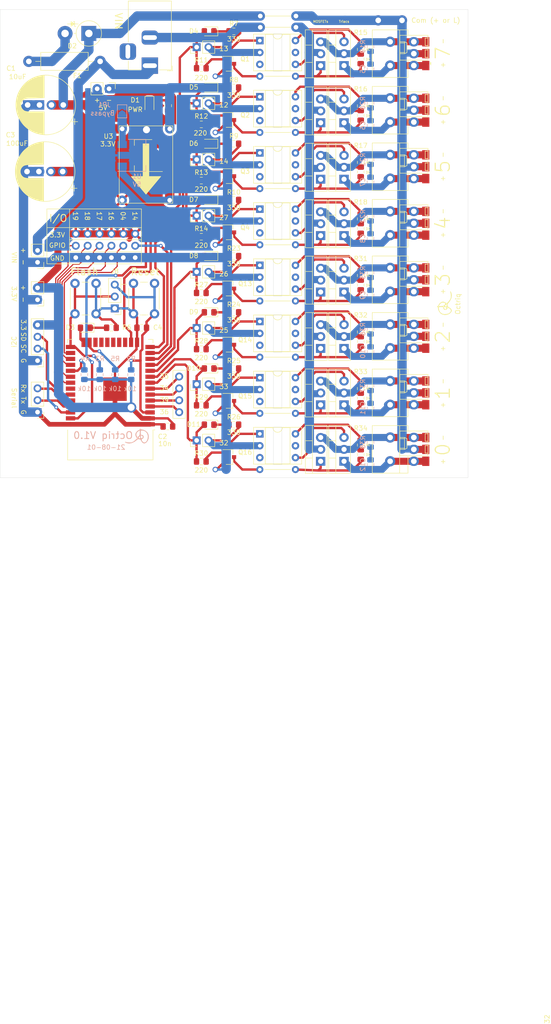
<source format=kicad_pcb>
(kicad_pcb (version 20171130) (host pcbnew 5.1.5+dfsg1-2build2)
  (title_block (title Octriq) (date 2021-08-01) (rev V1.0) (company "Paul Abraham"))
  (layers (0 F.Cu signal) (31 B.Cu signal) (34 B.Paste user) (35 F.Paste user) (36 B.SilkS user) (37 F.SilkS user) (38 B.Mask user) (39 F.Mask user) (44 Edge.Cuts user))
  (net 0 "")
  (net 1 +12V)
  (net 2 GND)
  (net 3 "Net-(R4-Pad2)")
  (net 4 +3V3)
  (net 5 "Net-(C4-Pad2)")
  (net 6 SDA)
  (net 7 SCL)
  (net 8 IO19)
  (net 9 IO18)
  (net 10 IO17)
  (net 11 IO16)
  (net 12 IO4)
  (net 13 IO23)
  (net 14 "Net-(F1-Pad1)")
  (net 15 IO13)
  (net 16 IO12)
  (net 17 IO14)
  (net 18 IO27)
  (net 19 IO26)
  (net 20 IO25)
  (net 21 IO33)
  (net 22 IO32)
  (net 23 "Net-(JP3-Pad2)")
  (net 24 "Net-(JP3-Pad1)")
  (net 25 "Net-(JP4-Pad2)")
  (net 26 "Net-(JP4-Pad1)")
  (net 27 "Net-(JP5-Pad2)")
  (net 28 "Net-(JP5-Pad1)")
  (net 29 "Net-(JP8-Pad2)")
  (net 30 "Net-(JP8-Pad1)")
  (net 31 "Net-(Q1-Pad1)")
  (net 32 "Net-(Q2-Pad1)")
  (net 33 "Net-(Q3-Pad1)")
  (net 34 "Net-(Q4-Pad1)")
  (net 35 GNDA)
  (net 36 "Net-(Q9-Pad3)")
  (net 37 "Net-(Q10-Pad3)")
  (net 38 "Net-(Q11-Pad3)")
  (net 39 "Net-(Q12-Pad3)")
  (net 40 "Net-(Q13-Pad1)")
  (net 41 "Net-(Q14-Pad1)")
  (net 42 "Net-(Q15-Pad1)")
  (net 43 "Net-(Q16-Pad1)")
  (net 44 "Net-(Q21-Pad3)")
  (net 45 "Net-(Q22-Pad3)")
  (net 46 "Net-(Q23-Pad3)")
  (net 47 "Net-(Q24-Pad3)")
  (net 48 "Net-(U4-Pad3)")
  (net 49 "Net-(U4-Pad5)")
  (net 50 "Net-(U5-Pad3)")
  (net 51 "Net-(U5-Pad5)")
  (net 52 "Net-(U6-Pad3)")
  (net 53 "Net-(U6-Pad5)")
  (net 54 "Net-(U7-Pad3)")
  (net 55 "Net-(U7-Pad5)")
  (net 56 "Net-(U8-Pad3)")
  (net 57 "Net-(U8-Pad5)")
  (net 58 "Net-(U9-Pad3)")
  (net 59 "Net-(U9-Pad5)")
  (net 60 "Net-(JP9-Pad2)")
  (net 61 "Net-(JP9-Pad1)")
  (net 62 "Net-(JP10-Pad2)")
  (net 63 "Net-(JP10-Pad1)")
  (net 64 "Net-(D1-Pad1)")
  (net 65 "Net-(D3-Pad1)")
  (net 66 "Net-(D4-Pad1)")
  (net 67 "Net-(D5-Pad1)")
  (net 68 "Net-(D6-Pad1)")
  (net 69 "Net-(D7-Pad1)")
  (net 70 "Net-(D8-Pad1)")
  (net 71 "Net-(D9-Pad1)")
  (net 72 "Net-(R5-Pad2)")
  (net 73 "Net-(U10-Pad3)")
  (net 74 "Net-(U10-Pad5)")
  (net 75 "Net-(D2-Pad2)")
  (net 76 "Net-(D10-Pad1)")
  (net 77 "Net-(D3-Pad2)")
  (net 78 "Net-(D11-Pad1)")
  (net 79 "Net-(J7-Pad2)")
  (net 80 "Net-(R15-Pad3)")
  (net 81 "Net-(R16-Pad3)")
  (net 82 "Net-(R17-Pad3)")
  (net 83 "Net-(R18-Pad3)")
  (net 84 "Net-(J16-Pad1)")
  (net 85 "Net-(J9-Pad1)")
  (net 86 "Net-(J10-Pad1)")
  (net 87 "Net-(J11-Pad1)")
  (net 88 "Net-(J14-Pad1)")
  (net 89 "Net-(J15-Pad1)")
  (net 90 "Net-(C5-Pad2)")
  (net 91 "Net-(C5-Pad1)")
  (net 92 "Net-(C6-Pad2)")
  (net 93 "Net-(C6-Pad1)")
  (net 94 "Net-(C7-Pad2)")
  (net 95 "Net-(C7-Pad1)")
  (net 96 "Net-(C8-Pad2)")
  (net 97 "Net-(C8-Pad1)")
  (net 98 "Net-(C9-Pad2)")
  (net 99 "Net-(C9-Pad1)")
  (net 100 "Net-(C10-Pad2)")
  (net 101 "Net-(C10-Pad1)")
  (net 102 "Net-(C11-Pad2)")
  (net 103 "Net-(C11-Pad1)")
  (net 104 "Net-(C12-Pad2)")
  (net 105 "Net-(C12-Pad1)")
  (net 106 "Net-(R31-Pad3)")
  (net 107 "Net-(R32-Pad3)")
  (net 108 "Net-(R33-Pad3)")
  (net 109 "Net-(R34-Pad3)")
  (net 110 Common)
  (net 111 +5V)
  (net 112 "Net-(JP6-Pad2)")
  (net 113 "Net-(JP6-Pad1)")
  (net 114 "Net-(JP11-Pad2)")
  (net 115 "Net-(JP11-Pad1)")
  (net 116 "Net-(U2-Pad32)")
  (net 117 "Net-(U2-Pad22)")
  (net 118 "Net-(U2-Pad21)")
  (net 119 "Net-(U2-Pad20)")
  (net 120 "Net-(U2-Pad19)")
  (net 121 "Net-(U2-Pad18)")
  (net 122 "Net-(U2-Pad17)")
  (net 123 "Net-(U11-Pad3)")
  (net 124 "Net-(U11-Pad5)")
  (net 125 "Net-(J7-Pad3)")
  (net 126 "Net-(J8-Pad2)")
  (net 127 "Net-(J12-Pad1)")
  (net 128 "Net-(J17-Pad1)")
  (net 129 IO36)
  (net 130 IO39)
  (net 131 IO34)
  (net 132 IO35)
  (module Misc:CP_Radial_D12.5mm_P7.50mm+pins (layer F.Cu) (at 63.5 70.392 180)
    (fp_text reference C1 (at 11.173 7.816) (layer F.SilkS))
    (fp_text value 10uF (at 9.773 6.016) (layer F.SilkS))
    (pad 1 thru_hole circle (at 0 0 180) (size 2 2) (drill 1.2) (layers *.Cu *.Mask) (net 1 +12V))
    (pad 1 thru_hole circle (at 2.54 0 180) (size 2 2) (drill 1.2) (layers *.Cu *.Mask) (net 1 +12V))
    (pad 2 thru_hole rect (at 5.08 0 180) (size 2 2) (drill 1.2) (layers *.Cu *.Mask) (net 2 GND))
    (pad 2 thru_hole rect (at 7.62 0 180) (size 2 2) (drill 1.2) (layers *.Cu *.Mask) (net 2 GND))
  )
  (module Misc:CP_Radial_D12.5mm_P7.50mm+pins (layer F.Cu) (at 63.373 84.616 180)
    (fp_text reference C3 (at 11.173 7.816 180) (layer F.SilkS))
    (fp_text value 100uF (at 9.773 6.016 180) (layer F.SilkS))
    (pad 1 thru_hole circle (at 0 0 180) (size 2 2) (drill 1.2) (layers *.Cu *.Mask) (net 4 +3V3))
    (pad 1 thru_hole circle (at 2.54 0 180) (size 2 2) (drill 1.2) (layers *.Cu *.Mask) (net 4 +3V3))
    (pad 2 thru_hole rect (at 5.08 0 180) (size 2 2) (drill 1.2) (layers *.Cu *.Mask) (net 2 GND))
    (pad 2 thru_hole rect (at 7.62 0 180) (size 2 2) (drill 1.2) (layers *.Cu *.Mask) (net 2 GND))
  )
  (module Misc:PinHeader_3x06_P2.54mm_Vertical (layer F.Cu) (at 78.867 97.919 270)
    (fp_text reference J2 hide)
    (fp_text value Conn_01x06_Male hide)
    (pad 1 thru_hole rect (at 5.08 10.16 270) (size 1.7 1.7) (drill 1) (layers *.Cu *.Mask) (net 2 GND))
    (pad 1 thru_hole rect (at 5.08 7.62 270) (size 1.7 1.7) (drill 1) (layers *.Cu *.Mask) (net 2 GND))
    (pad 1 thru_hole rect (at 5.08 12.7 270) (size 1.7 1.7) (drill 1) (layers *.Cu *.Mask) (net 2 GND))
    (pad 1 thru_hole rect (at 5.08 5.08 270) (size 1.7 1.7) (drill 1) (layers *.Cu *.Mask) (net 2 GND))
    (pad 1 thru_hole rect (at 5.08 2.54 270) (size 1.7 1.7) (drill 1) (layers *.Cu *.Mask) (net 2 GND))
    (pad 1 thru_hole rect (at 5.08 0 270) (size 1.7 1.7) (drill 1) (layers *.Cu *.Mask) (net 2 GND))
    (pad 7 thru_hole oval (at 2.54 10.16 270) (size 1.7 1.7) (drill 1) (layers *.Cu *.Mask) (net 9 IO18))
    (pad 6 thru_hole oval (at 2.54 7.62 270) (size 1.7 1.7) (drill 1) (layers *.Cu *.Mask) (net 10 IO17))
    (pad 8 thru_hole oval (at 2.54 12.7 270) (size 1.7 1.7) (drill 1) (layers *.Cu *.Mask) (net 8 IO19))
    (pad 5 thru_hole oval (at 2.54 5.08 270) (size 1.7 1.7) (drill 1) (layers *.Cu *.Mask) (net 11 IO16))
    (pad 4 thru_hole oval (at 2.54 2.54 270) (size 1.7 1.7) (drill 1) (layers *.Cu *.Mask) (net 12 IO4))
    (pad 3 thru_hole circle (at 2.54 0 270) (size 1.7 1.7) (drill 1) (layers *.Cu *.Mask) (net 17 IO14))
    (pad 2 thru_hole oval (at 0 12.7 270) (size 1.7 1.7) (drill 1) (layers *.Cu *.Mask) (net 4 +3V3))
    (pad 2 thru_hole oval (at 0 10.16 270) (size 1.7 1.7) (drill 1) (layers *.Cu *.Mask) (net 4 +3V3))
    (pad 2 thru_hole oval (at 0 7.62 270) (size 1.7 1.7) (drill 1) (layers *.Cu *.Mask) (net 4 +3V3))
    (pad 2 thru_hole oval (at 0 5.08 270) (size 1.7 1.7) (drill 1) (layers *.Cu *.Mask) (net 4 +3V3))
    (pad 2 thru_hole oval (at 0 2.54 270) (size 1.7 1.7) (drill 1) (layers *.Cu *.Mask) (net 4 +3V3))
    (pad 2 thru_hole circle (at 0 0 270) (size 1.7 1.7) (drill 1) (layers *.Cu *.Mask) (net 4 +3V3))
  )
  (module Connector_PinHeader_2.54mm:PinHeader_1x04_P2.54mm_Vertical (layer F.Cu) (at 88.265 128.397)
    (fp_text reference J18 hide)
    (fp_text value Input hide)
    (pad 4 thru_hole oval (at 0 7.62) (size 1.7 1.7) (drill 1) (layers *.Cu *.Mask) (net 129 IO36))
    (pad 3 thru_hole oval (at 0 5.08) (size 1.7 1.7) (drill 1) (layers *.Cu *.Mask) (net 130 IO39))
    (pad 2 thru_hole oval (at 0 2.54) (size 1.7 1.7) (drill 1) (layers *.Cu *.Mask) (net 131 IO34))
    (pad 1 thru_hole circle (at 0 0) (size 1.7 1.7) (drill 1) (layers *.Cu *.Mask) (net 132 IO35))
  )
  (module "" (layer F.Cu) (at 78.74 137.16)
    (fp_text reference "" (at 88.265 128.397) (layer F.SilkS) (effects (font (size 1.27 1.27))))
    (fp_text value "" (at 88.265 128.397) (layer F.SilkS) (effects (font (size 1.27 1.27))))
    (fp_text user 32 (at 88.165 128.484 90) (layer F.SilkS))
  )
  (module Converter_DCDC+:small_Buck (layer F.Cu) (at 86.25 75.5 270)
    (fp_text reference Mod1 hide)
    (fp_text value DC-DC_Converter hide)
    (pad 1 thru_hole circle (at 0 10.16 270) (size 2 2) (drill 1) (layers *.Cu *.Mask) (net 1 +12V))
    (pad 2 thru_hole circle (at 15.24 10.16 270) (size 2 2) (drill 1) (layers *.Cu *.Mask) (net 4 +3V3))
    (pad 4 thru_hole circle (at 0 0 270) (size 2 2) (drill 1) (layers *.Cu *.Mask) (net 2 GND))
    (pad 3 thru_hole circle (at 15.24 0 270) (size 2 2) (drill 1) (layers *.Cu *.Mask) (net 2 GND))
  )
  (module Misc:wide_jumper (layer F.Cu) (at 105.6 51.4)
    (fp_text reference JP7 hide)
    (fp_text value Jumper_NC_Small hide)
    (pad 2 thru_hole circle (at 7.62 0) (size 2 2) (drill 1) (layers *.Cu *.Mask) (net 110 Common))
    (pad 1 thru_hole circle (at 0 0) (size 2 2) (drill 1) (layers *.Cu *.Mask) (net 1 +12V))
  )
  (module Misc:Molex_KK+Born2 (layer F.Cu) (at 139.7 129.345142)
    (fp_text reference J16 hide)
    (fp_text value Conn_01x03_Male hide)
    (pad 1 smd rect (at 1.27 0) (size 1.524 2) (layers F.Cu F.Paste F.Mask) (net 84 "Net-(J16-Pad1)"))
    (pad 3 smd rect (at 1.27 5.08) (size 1.524 2) (layers F.Cu F.Paste F.Mask) (net 102 "Net-(C11-Pad2)"))
    (pad 2 smd rect (at 1.27 2.54) (size 1.524 2) (layers F.Cu F.Paste F.Mask) (net 110 Common))
    (pad 1 thru_hole oval (at -1.286 0 90) (size 2 2.2) (drill 1.2) (layers *.Cu *.Mask) (net 84 "Net-(J16-Pad1)"))
    (pad 3 thru_hole oval (at -1.286 5.08 90) (size 2 2.2) (drill 1.2) (layers *.Cu *.Mask) (net 102 "Net-(C11-Pad2)"))
    (pad 1 thru_hole circle (at -6.35 0 90) (size 2.2 2.2) (drill 1.2) (layers *.Cu *.Mask) (net 84 "Net-(J16-Pad1)"))
    (pad 3 thru_hole circle (at -6.35 5.08 90) (size 2.2 2.2) (drill 1.2) (layers *.Cu *.Mask) (net 102 "Net-(C11-Pad2)"))
    (pad 2 thru_hole oval (at -1.286 2.54 90) (size 2 2.2) (drill 1.2) (layers *.Cu *.Mask) (net 110 Common))
  )
  (module Misc:Molex_KK+Born2 (layer F.Cu) (at 139.7 141.42)
    (fp_text reference J17 hide)
    (fp_text value Conn_01x03_Male hide)
    (pad 1 smd rect (at 1.27 0) (size 1.524 2) (layers F.Cu F.Paste F.Mask) (net 128 "Net-(J17-Pad1)"))
    (pad 3 smd rect (at 1.27 5.08) (size 1.524 2) (layers F.Cu F.Paste F.Mask) (net 104 "Net-(C12-Pad2)"))
    (pad 2 smd rect (at 1.27 2.54) (size 1.524 2) (layers F.Cu F.Paste F.Mask) (net 110 Common))
    (pad 1 thru_hole oval (at -1.286 0 90) (size 2 2.2) (drill 1.2) (layers *.Cu *.Mask) (net 128 "Net-(J17-Pad1)"))
    (pad 3 thru_hole oval (at -1.286 5.08 90) (size 2 2.2) (drill 1.2) (layers *.Cu *.Mask) (net 104 "Net-(C12-Pad2)"))
    (pad 1 thru_hole circle (at -6.35 0 90) (size 2.2 2.2) (drill 1.2) (layers *.Cu *.Mask) (net 128 "Net-(J17-Pad1)"))
    (pad 3 thru_hole circle (at -6.35 5.08 90) (size 2.2 2.2) (drill 1.2) (layers *.Cu *.Mask) (net 104 "Net-(C12-Pad2)"))
    (pad 2 thru_hole oval (at -1.286 2.54 90) (size 2 2.2) (drill 1.2) (layers *.Cu *.Mask) (net 110 Common))
  )
  (module Misc:Molex_KK+Born2 (layer F.Cu) (at 139.7 68.970856)
    (fp_text reference J10 hide)
    (fp_text value Conn_01x03_Male hide)
    (pad 1 smd rect (at 1.27 0) (size 1.524 2) (layers F.Cu F.Paste F.Mask) (net 86 "Net-(J10-Pad1)"))
    (pad 3 smd rect (at 1.27 5.08) (size 1.524 2) (layers F.Cu F.Paste F.Mask) (net 92 "Net-(C6-Pad2)"))
    (pad 2 smd rect (at 1.27 2.54) (size 1.524 2) (layers F.Cu F.Paste F.Mask) (net 110 Common))
    (pad 1 thru_hole oval (at -1.286 0 90) (size 2 2.2) (drill 1.2) (layers *.Cu *.Mask) (net 86 "Net-(J10-Pad1)"))
    (pad 3 thru_hole oval (at -1.286 5.08 90) (size 2 2.2) (drill 1.2) (layers *.Cu *.Mask) (net 92 "Net-(C6-Pad2)"))
    (pad 1 thru_hole circle (at -6.35 0 90) (size 2.2 2.2) (drill 1.2) (layers *.Cu *.Mask) (net 86 "Net-(J10-Pad1)"))
    (pad 3 thru_hole circle (at -6.35 5.08 90) (size 2.2 2.2) (drill 1.2) (layers *.Cu *.Mask) (net 92 "Net-(C6-Pad2)"))
    (pad 2 thru_hole oval (at -1.286 2.54 90) (size 2 2.2) (drill 1.2) (layers *.Cu *.Mask) (net 110 Common))
  )
  (module Misc:Molex_KK+Born2 (layer F.Cu) (at 139.7 56.896)
    (fp_text reference J9 hide)
    (fp_text value Conn_01x03_Male hide)
    (pad 1 smd rect (at 1.27 0) (size 1.524 2) (layers F.Cu F.Paste F.Mask) (net 85 "Net-(J9-Pad1)"))
    (pad 3 smd rect (at 1.27 5.08) (size 1.524 2) (layers F.Cu F.Paste F.Mask) (net 90 "Net-(C5-Pad2)"))
    (pad 2 smd rect (at 1.27 2.54) (size 1.524 2) (layers F.Cu F.Paste F.Mask) (net 110 Common))
    (pad 1 thru_hole oval (at -1.286 0 90) (size 2 2.2) (drill 1.2) (layers *.Cu *.Mask) (net 85 "Net-(J9-Pad1)"))
    (pad 3 thru_hole oval (at -1.286 5.08 90) (size 2 2.2) (drill 1.2) (layers *.Cu *.Mask) (net 90 "Net-(C5-Pad2)"))
    (pad 1 thru_hole circle (at -6.35 0 90) (size 2.2 2.2) (drill 1.2) (layers *.Cu *.Mask) (net 85 "Net-(J9-Pad1)"))
    (pad 3 thru_hole circle (at -6.35 5.08 90) (size 2.2 2.2) (drill 1.2) (layers *.Cu *.Mask) (net 90 "Net-(C5-Pad2)"))
    (pad 2 thru_hole oval (at -1.286 2.54 90) (size 2 2.2) (drill 1.2) (layers *.Cu *.Mask) (net 110 Common))
  )
  (module Misc:Molex_KK+Born2 (layer F.Cu) (at 139.7 117.270285)
    (fp_text reference J15 hide)
    (fp_text value Conn_01x03_Male hide)
    (pad 1 smd rect (at 1.27 0) (size 1.524 2) (layers F.Cu F.Paste F.Mask) (net 89 "Net-(J15-Pad1)"))
    (pad 3 smd rect (at 1.27 5.08) (size 1.524 2) (layers F.Cu F.Paste F.Mask) (net 100 "Net-(C10-Pad2)"))
    (pad 2 smd rect (at 1.27 2.54) (size 1.524 2) (layers F.Cu F.Paste F.Mask) (net 110 Common))
    (pad 1 thru_hole oval (at -1.286 0 90) (size 2 2.2) (drill 1.2) (layers *.Cu *.Mask) (net 89 "Net-(J15-Pad1)"))
    (pad 3 thru_hole oval (at -1.286 5.08 90) (size 2 2.2) (drill 1.2) (layers *.Cu *.Mask) (net 100 "Net-(C10-Pad2)"))
    (pad 1 thru_hole circle (at -6.35 0 90) (size 2.2 2.2) (drill 1.2) (layers *.Cu *.Mask) (net 89 "Net-(J15-Pad1)"))
    (pad 3 thru_hole circle (at -6.35 5.08 90) (size 2.2 2.2) (drill 1.2) (layers *.Cu *.Mask) (net 100 "Net-(C10-Pad2)"))
    (pad 2 thru_hole oval (at -1.286 2.54 90) (size 2 2.2) (drill 1.2) (layers *.Cu *.Mask) (net 110 Common))
  )
  (module Misc:Molex_KK+Born2 (layer F.Cu) (at 139.7 105.195427)
    (fp_text reference J14 hide)
    (fp_text value Conn_01x03_Male hide)
    (pad 1 smd rect (at 1.27 0) (size 1.524 2) (layers F.Cu F.Paste F.Mask) (net 88 "Net-(J14-Pad1)"))
    (pad 3 smd rect (at 1.27 5.08) (size 1.524 2) (layers F.Cu F.Paste F.Mask) (net 98 "Net-(C9-Pad2)"))
    (pad 2 smd rect (at 1.27 2.54) (size 1.524 2) (layers F.Cu F.Paste F.Mask) (net 110 Common))
    (pad 1 thru_hole oval (at -1.286 0 90) (size 2 2.2) (drill 1.2) (layers *.Cu *.Mask) (net 88 "Net-(J14-Pad1)"))
    (pad 3 thru_hole oval (at -1.286 5.08 90) (size 2 2.2) (drill 1.2) (layers *.Cu *.Mask) (net 98 "Net-(C9-Pad2)"))
    (pad 1 thru_hole circle (at -6.35 0 90) (size 2.2 2.2) (drill 1.2) (layers *.Cu *.Mask) (net 88 "Net-(J14-Pad1)"))
    (pad 3 thru_hole circle (at -6.35 5.08 90) (size 2.2 2.2) (drill 1.2) (layers *.Cu *.Mask) (net 98 "Net-(C9-Pad2)"))
    (pad 2 thru_hole oval (at -1.286 2.54 90) (size 2 2.2) (drill 1.2) (layers *.Cu *.Mask) (net 110 Common))
  )
  (module Misc:Molex_KK+Born2 (layer F.Cu) (at 139.7 93.120571)
    (fp_text reference J12 hide)
    (fp_text value Conn_01x03_Male hide)
    (pad 1 smd rect (at 1.27 0) (size 1.524 2) (layers F.Cu F.Paste F.Mask) (net 127 "Net-(J12-Pad1)"))
    (pad 3 smd rect (at 1.27 5.08) (size 1.524 2) (layers F.Cu F.Paste F.Mask) (net 96 "Net-(C8-Pad2)"))
    (pad 2 smd rect (at 1.27 2.54) (size 1.524 2) (layers F.Cu F.Paste F.Mask) (net 110 Common))
    (pad 1 thru_hole oval (at -1.286 0 90) (size 2 2.2) (drill 1.2) (layers *.Cu *.Mask) (net 127 "Net-(J12-Pad1)"))
    (pad 3 thru_hole oval (at -1.286 5.08 90) (size 2 2.2) (drill 1.2) (layers *.Cu *.Mask) (net 96 "Net-(C8-Pad2)"))
    (pad 1 thru_hole circle (at -6.35 0 90) (size 2.2 2.2) (drill 1.2) (layers *.Cu *.Mask) (net 127 "Net-(J12-Pad1)"))
    (pad 3 thru_hole circle (at -6.35 5.08 90) (size 2.2 2.2) (drill 1.2) (layers *.Cu *.Mask) (net 96 "Net-(C8-Pad2)"))
    (pad 2 thru_hole oval (at -1.286 2.54 90) (size 2 2.2) (drill 1.2) (layers *.Cu *.Mask) (net 110 Common))
  )
  (module Misc:Molex_KK+Born2 (layer F.Cu) (at 139.7 81.045714)
    (fp_text reference J11 hide)
    (fp_text value Conn_01x03_Male hide)
    (pad 1 smd rect (at 1.27 0) (size 1.524 2) (layers F.Cu F.Paste F.Mask) (net 87 "Net-(J11-Pad1)"))
    (pad 3 smd rect (at 1.27 5.08) (size 1.524 2) (layers F.Cu F.Paste F.Mask) (net 94 "Net-(C7-Pad2)"))
    (pad 2 smd rect (at 1.27 2.54) (size 1.524 2) (layers F.Cu F.Paste F.Mask) (net 110 Common))
    (pad 1 thru_hole oval (at -1.286 0 90) (size 2 2.2) (drill 1.2) (layers *.Cu *.Mask) (net 87 "Net-(J11-Pad1)"))
    (pad 3 thru_hole oval (at -1.286 5.08 90) (size 2 2.2) (drill 1.2) (layers *.Cu *.Mask) (net 94 "Net-(C7-Pad2)"))
    (pad 1 thru_hole circle (at -6.35 0 90) (size 2.2 2.2) (drill 1.2) (layers *.Cu *.Mask) (net 87 "Net-(J11-Pad1)"))
    (pad 3 thru_hole circle (at -6.35 5.08 90) (size 2.2 2.2) (drill 1.2) (layers *.Cu *.Mask) (net 94 "Net-(C7-Pad2)"))
    (pad 2 thru_hole oval (at -1.286 2.54 90) (size 2 2.2) (drill 1.2) (layers *.Cu *.Mask) (net 110 Common))
  )
  (module Diode_THT:D_DO-201AD_P5.08mm_Vertical_AnodeUp (layer F.Cu) (at 68.961 55.118 180)
    (fp_text reference D2 (at 3.556 -2.667 180) (layer F.SilkS))
    (fp_text value 1N5822 hide)
    (pad 2 thru_hole oval (at 5.08 0 180) (size 3.2 3.2) (drill 1.6) (layers *.Cu *.Mask) (net 75 "Net-(D2-Pad2)"))
    (pad 1 thru_hole rect (at 0 0 180) (size 3.2 3.2) (drill 1.6) (layers *.Cu *.Mask) (net 1 +12V))
  )
  (module Connector_PinHeader_2.54mm:PinHeader_1x02_P2.54mm_Vertical (layer F.Cu) (at 73.279 66.929 270)
    (fp_text reference J5 hide)
    (fp_text value 5V (at 4.064 1.275) (layer F.SilkS))
    (pad 2 thru_hole oval (at 0 2.54 270) (size 1.7 1.7) (drill 1) (layers *.Cu *.Mask) (net 111 +5V))
    (pad 1 thru_hole rect (at 0 0 270) (size 1.7 1.7) (drill 1) (layers *.Cu *.Mask) (net 2 GND))
  )
  (module Misc:logo (layer F.Cu) (at 144.907 112.776 90)
    (fp_text reference G*** hide)
    (fp_text value LOGO hide)
  )
  (module Jumper:SolderJumper-2_P1.3mm_Open_TrianglePad1.0x1.5mm (layer B.Cu) (at 76.073 71.755 90)
    (fp_text reference JP1 (at 1.397 -3.81 180) (layer B.SilkS) (effects (justify mirror)))
    (fp_text value Bypass (at -0.381 -4.191 180) (layer B.SilkS) (effects (justify mirror)))
    (pad 1 smd custom (at -0.725 0 90) (size 0.3 0.3) (layers B.Cu B.Mask) (net 1 +12V) (options (clearance outline) (anchor rect)) (primitives (gr_poly (pts (xy -0.5 0.75) (xy 0.5 0.75) (xy 1 0) (xy 0.5 -0.75) (xy -0.5 -0.75)) (width 0))))
    (pad 2 smd custom (at 0.725 0 90) (size 0.3 0.3) (layers B.Cu B.Mask) (net 111 +5V) (options (clearance outline) (anchor rect)) (primitives (gr_poly (pts (xy -0.65 0.75) (xy 0.5 0.75) (xy 0.5 -0.75) (xy -0.65 -0.75) (xy -0.15 0)) (width 0))))
  )
  (module Package_TO_SOT_SMD:SOT-223-3_TabPin2 (layer B.Cu) (at 79.24 81.153)
    (fp_text reference U1 (at 0 4.5) (layer B.SilkS) (effects (justify mirror)))
    (fp_text value 5V (at 0.008 6.223) (layer B.SilkS) (effects (justify mirror)))
    (pad 1 smd rect (at -3.15 2.3) (size 2 1.5) (layers B.Cu B.Paste B.Mask) (net 2 GND))
    (pad 3 smd rect (at -3.15 -2.3) (size 2 1.5) (layers B.Cu B.Paste B.Mask) (net 1 +12V))
    (pad 2 smd rect (at -3.15 0) (size 2 1.5) (layers B.Cu B.Paste B.Mask) (net 111 +5V))
    (pad 2 smd rect (at 3.15 0) (size 2 3.8) (layers B.Cu B.Paste B.Mask) (net 111 +5V))
  )
  (module Connector_BarrelJack:BarrelJack_Horizontal (layer F.Cu) (at 82 62 270)
    (fp_text reference J1 hide)
    (fp_text value VIN (at -9.517 6.689 270 unlocked) (layer F.SilkS) (effects (font (size 1.5 1.5) (thickness 0.2))))
    (pad 3 thru_hole roundrect (at -3 4.7 270) (size 3.5 3.5) (drill oval 3 1) (layers *.Cu *.Mask))
    (pad 2 thru_hole roundrect (at -6 0 270) (size 3 3.5) (drill oval 1 3) (layers *.Cu *.Mask) (net 2 GND))
    (pad 1 thru_hole rect (at 0 0 270) (size 3.5 3.5) (drill oval 1 3) (layers *.Cu *.Mask) (net 14 "Net-(F1-Pad1)"))
  )
  (module Misc:Spade_Terminal (layer F.Cu) (at 130.801999 52.324 270)
    (fp_text reference J13 hide)
    (fp_text value "Com (+ or L)" (at 0 -12.306251 180) (layer F.SilkS))
    (pad 1 thru_hole circle (at 0 -5.08 270) (size 2.2 2.2) (drill 1.2) (layers *.Cu *.Mask) (net 110 Common))
    (pad 1 thru_hole circle (at 0 0 270) (size 2.2 2.2) (drill 1.2) (layers *.Cu *.Mask) (net 110 Common))
  )
  (module Connector_PinHeader_2.54mm:PinHeader_1x02_P2.54mm_Vertical (layer F.Cu) (at 58 112 180)
    (fp_text reference J4 hide)
    (fp_text value 3.3V (at 5 1.270001 270 unlocked) (layer F.SilkS))
    (pad 2 thru_hole oval (at 0 2.54 180) (size 1.7 1.7) (drill 1) (layers *.Cu *.Mask) (net 4 +3V3))
    (pad 1 thru_hole rect (at 0 0 180) (size 1.7 1.7) (drill 1) (layers *.Cu *.Mask) (net 2 GND))
  )
  (module MountingHole:MountingHole_3.2mm_M3 (layer F.Cu) (at 145.6055 101.697999)
    (fp_text reference REF** hide)
    (fp_text value MountingHole_3.2mm_M3 hide)
    (pad 1 np_thru_hole circle (at 0 0) (size 3.2 3.2) (drill 3.2) (layers *.Cu *.Mask))
  )
  (module Resistor_SMD:R_0805_2012Metric_Pad1.15x1.40mm_HandSolder (layer B.Cu) (at 129.159 57.921 270)
    (fp_text reference R19 (at 0 1.65 90) (layer B.SilkS) (effects (justify mirror)))
    (fp_text value 33 hide)
    (pad 2 smd roundrect (at 1.025 0 270) (size 1.15 1.4) (layers B.Cu B.Paste B.Mask) (roundrect_rratio 0.217391) (net 91 "Net-(C5-Pad1)"))
    (pad 1 smd roundrect (at -1.025 0 270) (size 1.15 1.4) (layers B.Cu B.Paste B.Mask) (roundrect_rratio 0.217391) (net 85 "Net-(J9-Pad1)"))
  )
  (module Resistor_SMD:R_0805_2012Metric_Pad1.15x1.40mm_HandSolder (layer B.Cu) (at 129.159 142.445 270)
    (fp_text reference R38 (at 0 1.65 90) (layer B.SilkS) (effects (justify mirror)))
    (fp_text value 33 hide)
    (pad 2 smd roundrect (at 1.025 0 270) (size 1.15 1.4) (layers B.Cu B.Paste B.Mask) (roundrect_rratio 0.217391) (net 105 "Net-(C12-Pad1)"))
    (pad 1 smd roundrect (at -1.025 0 270) (size 1.15 1.4) (layers B.Cu B.Paste B.Mask) (roundrect_rratio 0.217391) (net 128 "Net-(J17-Pad1)"))
  )
  (module Resistor_SMD:R_0805_2012Metric_Pad1.15x1.40mm_HandSolder (layer B.Cu) (at 129.159 130.370142 270)
    (fp_text reference R37 (at 0 1.65 90) (layer B.SilkS) (effects (justify mirror)))
    (fp_text value 33 hide)
    (pad 2 smd roundrect (at 1.025 0 270) (size 1.15 1.4) (layers B.Cu B.Paste B.Mask) (roundrect_rratio 0.217391) (net 103 "Net-(C11-Pad1)"))
    (pad 1 smd roundrect (at -1.025 0 270) (size 1.15 1.4) (layers B.Cu B.Paste B.Mask) (roundrect_rratio 0.217391) (net 84 "Net-(J16-Pad1)"))
  )
  (module Resistor_SMD:R_0805_2012Metric_Pad1.15x1.40mm_HandSolder (layer B.Cu) (at 129.159 118.295285 270)
    (fp_text reference R36 (at 0 1.65 90) (layer B.SilkS) (effects (justify mirror)))
    (fp_text value 33 hide)
    (pad 2 smd roundrect (at 1.025 0 270) (size 1.15 1.4) (layers B.Cu B.Paste B.Mask) (roundrect_rratio 0.217391) (net 101 "Net-(C10-Pad1)"))
    (pad 1 smd roundrect (at -1.025 0 270) (size 1.15 1.4) (layers B.Cu B.Paste B.Mask) (roundrect_rratio 0.217391) (net 89 "Net-(J15-Pad1)"))
  )
  (module Resistor_SMD:R_0805_2012Metric_Pad1.15x1.40mm_HandSolder (layer B.Cu) (at 129.159 106.220428 270)
    (fp_text reference R35 (at 0 1.65 90) (layer B.SilkS) (effects (justify mirror)))
    (fp_text value 33 hide)
    (pad 2 smd roundrect (at 1.025 0 270) (size 1.15 1.4) (layers B.Cu B.Paste B.Mask) (roundrect_rratio 0.217391) (net 99 "Net-(C9-Pad1)"))
    (pad 1 smd roundrect (at -1.025 0 270) (size 1.15 1.4) (layers B.Cu B.Paste B.Mask) (roundrect_rratio 0.217391) (net 88 "Net-(J14-Pad1)"))
  )
  (module Resistor_SMD:R_0805_2012Metric_Pad1.15x1.40mm_HandSolder (layer B.Cu) (at 129.159 94.145571 270)
    (fp_text reference R22 (at 0 1.65 90) (layer B.SilkS) (effects (justify mirror)))
    (fp_text value 33 hide)
    (pad 2 smd roundrect (at 1.025 0 270) (size 1.15 1.4) (layers B.Cu B.Paste B.Mask) (roundrect_rratio 0.217391) (net 97 "Net-(C8-Pad1)"))
    (pad 1 smd roundrect (at -1.025 0 270) (size 1.15 1.4) (layers B.Cu B.Paste B.Mask) (roundrect_rratio 0.217391) (net 127 "Net-(J12-Pad1)"))
  )
  (module Resistor_SMD:R_0805_2012Metric_Pad1.15x1.40mm_HandSolder (layer B.Cu) (at 129.159 82.070714 270)
    (fp_text reference R21 (at 0 1.65 90) (layer B.SilkS) (effects (justify mirror)))
    (fp_text value 33 hide)
    (pad 2 smd roundrect (at 1.025 0 270) (size 1.15 1.4) (layers B.Cu B.Paste B.Mask) (roundrect_rratio 0.217391) (net 95 "Net-(C7-Pad1)"))
    (pad 1 smd roundrect (at -1.025 0 270) (size 1.15 1.4) (layers B.Cu B.Paste B.Mask) (roundrect_rratio 0.217391) (net 87 "Net-(J11-Pad1)"))
  )
  (module Resistor_SMD:R_0805_2012Metric_Pad1.15x1.40mm_HandSolder (layer B.Cu) (at 129.159 69.995857 270)
    (fp_text reference R20 (at 0 1.65 90) (layer B.SilkS) (effects (justify mirror)))
    (fp_text value 33 hide)
    (pad 2 smd roundrect (at 1.025 0 270) (size 1.15 1.4) (layers B.Cu B.Paste B.Mask) (roundrect_rratio 0.217391) (net 93 "Net-(C6-Pad1)"))
    (pad 1 smd roundrect (at -1.025 0 270) (size 1.15 1.4) (layers B.Cu B.Paste B.Mask) (roundrect_rratio 0.217391) (net 86 "Net-(J10-Pad1)"))
  )
  (module Capacitor_SMD:C_0805_2012Metric_Pad1.15x1.40mm_HandSolder (layer B.Cu) (at 129.159 147.225 270)
    (fp_text reference C12 (at 0 1.65 90) (layer B.SilkS) (effects (justify mirror)))
    (fp_text value .01uF hide)
    (pad 2 smd roundrect (at 1.025 0 270) (size 1.15 1.4) (layers B.Cu B.Paste B.Mask) (roundrect_rratio 0.217391) (net 104 "Net-(C12-Pad2)"))
    (pad 1 smd roundrect (at -1.025 0 270) (size 1.15 1.4) (layers B.Cu B.Paste B.Mask) (roundrect_rratio 0.217391) (net 105 "Net-(C12-Pad1)"))
  )
  (module Capacitor_SMD:C_0805_2012Metric_Pad1.15x1.40mm_HandSolder (layer B.Cu) (at 129.159 135.150142 270)
    (fp_text reference C11 (at 0 1.65 90) (layer B.SilkS) (effects (justify mirror)))
    (fp_text value .01uF hide)
    (pad 2 smd roundrect (at 1.025 0 270) (size 1.15 1.4) (layers B.Cu B.Paste B.Mask) (roundrect_rratio 0.217391) (net 102 "Net-(C11-Pad2)"))
    (pad 1 smd roundrect (at -1.025 0 270) (size 1.15 1.4) (layers B.Cu B.Paste B.Mask) (roundrect_rratio 0.217391) (net 103 "Net-(C11-Pad1)"))
  )
  (module Capacitor_SMD:C_0805_2012Metric_Pad1.15x1.40mm_HandSolder (layer B.Cu) (at 129.159 123.075285 270)
    (fp_text reference C10 (at 0 1.65 90) (layer B.SilkS) (effects (justify mirror)))
    (fp_text value .01uF hide)
    (pad 2 smd roundrect (at 1.025 0 270) (size 1.15 1.4) (layers B.Cu B.Paste B.Mask) (roundrect_rratio 0.217391) (net 100 "Net-(C10-Pad2)"))
    (pad 1 smd roundrect (at -1.025 0 270) (size 1.15 1.4) (layers B.Cu B.Paste B.Mask) (roundrect_rratio 0.217391) (net 101 "Net-(C10-Pad1)"))
  )
  (module Capacitor_SMD:C_0805_2012Metric_Pad1.15x1.40mm_HandSolder (layer B.Cu) (at 129.159 111.000428 270)
    (fp_text reference C9 (at 0 1.65 90) (layer B.SilkS) (effects (justify mirror)))
    (fp_text value .01uF hide)
    (pad 2 smd roundrect (at 1.025 0 270) (size 1.15 1.4) (layers B.Cu B.Paste B.Mask) (roundrect_rratio 0.217391) (net 98 "Net-(C9-Pad2)"))
    (pad 1 smd roundrect (at -1.025 0 270) (size 1.15 1.4) (layers B.Cu B.Paste B.Mask) (roundrect_rratio 0.217391) (net 99 "Net-(C9-Pad1)"))
  )
  (module Capacitor_SMD:C_0805_2012Metric_Pad1.15x1.40mm_HandSolder (layer B.Cu) (at 129.159 98.925571 270)
    (fp_text reference C8 (at 0 1.65 90) (layer B.SilkS) (effects (justify mirror)))
    (fp_text value .01uF hide)
    (pad 2 smd roundrect (at 1.025 0 270) (size 1.15 1.4) (layers B.Cu B.Paste B.Mask) (roundrect_rratio 0.217391) (net 96 "Net-(C8-Pad2)"))
    (pad 1 smd roundrect (at -1.025 0 270) (size 1.15 1.4) (layers B.Cu B.Paste B.Mask) (roundrect_rratio 0.217391) (net 97 "Net-(C8-Pad1)"))
  )
  (module Capacitor_SMD:C_0805_2012Metric_Pad1.15x1.40mm_HandSolder (layer B.Cu) (at 129.159 86.850714 270)
    (fp_text reference C7 (at 0 1.65 90) (layer B.SilkS) (effects (justify mirror)))
    (fp_text value .01uF hide)
    (pad 2 smd roundrect (at 1.025 0 270) (size 1.15 1.4) (layers B.Cu B.Paste B.Mask) (roundrect_rratio 0.217391) (net 94 "Net-(C7-Pad2)"))
    (pad 1 smd roundrect (at -1.025 0 270) (size 1.15 1.4) (layers B.Cu B.Paste B.Mask) (roundrect_rratio 0.217391) (net 95 "Net-(C7-Pad1)"))
  )
  (module Capacitor_SMD:C_0805_2012Metric_Pad1.15x1.40mm_HandSolder (layer B.Cu) (at 129.159 74.775857 270)
    (fp_text reference C6 (at 0 1.65 90) (layer B.SilkS) (effects (justify mirror)))
    (fp_text value .01uF hide)
    (pad 2 smd roundrect (at 1.025 0 270) (size 1.15 1.4) (layers B.Cu B.Paste B.Mask) (roundrect_rratio 0.217391) (net 92 "Net-(C6-Pad2)"))
    (pad 1 smd roundrect (at -1.025 0 270) (size 1.15 1.4) (layers B.Cu B.Paste B.Mask) (roundrect_rratio 0.217391) (net 93 "Net-(C6-Pad1)"))
  )
  (module Capacitor_SMD:C_0805_2012Metric_Pad1.15x1.40mm_HandSolder (layer B.Cu) (at 129.159 62.701 270)
    (fp_text reference C5 (at 0 1.65 90) (layer B.SilkS) (effects (justify mirror)))
    (fp_text value .01uF hide)
    (pad 2 smd roundrect (at 1.025 0 270) (size 1.15 1.4) (layers B.Cu B.Paste B.Mask) (roundrect_rratio 0.217391) (net 90 "Net-(C5-Pad2)"))
    (pad 1 smd roundrect (at -1.025 0 270) (size 1.15 1.4) (layers B.Cu B.Paste B.Mask) (roundrect_rratio 0.217391) (net 91 "Net-(C5-Pad1)"))
  )
  (module Button_Switch_THT:SW_PUSH_6mm (layer F.Cu) (at 83 108.5 270)
    (fp_text reference SW1 hide)
    (fp_text value Reset (at -2.5 2) (layer F.SilkS) (effects (font (size 1.5 1.5) (thickness 0.2))))
    (pad 1 thru_hole circle (at 6.5 0) (size 2 2) (drill 1.1) (layers *.Cu *.Mask) (net 5 "Net-(C4-Pad2)"))
    (pad 2 thru_hole circle (at 6.5 4.5) (size 2 2) (drill 1.1) (layers *.Cu *.Mask) (net 2 GND))
    (pad 1 thru_hole circle (at 0 0) (size 2 2) (drill 1.1) (layers *.Cu *.Mask) (net 5 "Net-(C4-Pad2)"))
    (pad 2 thru_hole circle (at 0 4.5) (size 2 2) (drill 1.1) (layers *.Cu *.Mask) (net 2 GND))
  )
  (module Resistor_SMD:R_0805_2012Metric_Pad1.15x1.40mm_HandSolder (layer B.Cu) (at 74.6 128 90)
    (fp_text reference R5 (at 3.4 0) (layer B.SilkS) (effects (justify mirror)))
    (fp_text value 10k (at -3 0) (layer B.SilkS) (effects (justify mirror)))
    (pad 2 smd roundrect (at 1.025 0 90) (size 1.15 1.4) (layers B.Cu B.Paste B.Mask) (roundrect_rratio 0.217391) (net 72 "Net-(R5-Pad2)"))
    (pad 1 smd roundrect (at -1.025 0 90) (size 1.15 1.4) (layers B.Cu B.Paste B.Mask) (roundrect_rratio 0.217391) (net 4 +3V3))
  )
  (module Resistor_SMD:R_0805_2012Metric_Pad1.15x1.40mm_HandSolder (layer B.Cu) (at 78 128 90)
    (fp_text reference R2 (at 3.4 0) (layer B.SilkS) (effects (justify mirror)))
    (fp_text value 10k (at -3 -0.2) (layer B.SilkS) (effects (justify mirror)))
    (pad 2 smd roundrect (at 1.025 0 90) (size 1.15 1.4) (layers B.Cu B.Paste B.Mask) (roundrect_rratio 0.217391) (net 5 "Net-(C4-Pad2)"))
    (pad 1 smd roundrect (at -1.025 0 90) (size 1.15 1.4) (layers B.Cu B.Paste B.Mask) (roundrect_rratio 0.217391) (net 4 +3V3))
  )
  (module Resistor_SMD:R_0805_2012Metric_Pad1.15x1.40mm_HandSolder (layer B.Cu) (at 71.3 128 90)
    (fp_text reference R3 (at 3.4 0) (layer B.SilkS) (effects (justify mirror)))
    (fp_text value 10k (at -3 0.1) (layer B.SilkS) (effects (justify mirror)))
    (pad 2 smd roundrect (at 1.025 0 90) (size 1.15 1.4) (layers B.Cu B.Paste B.Mask) (roundrect_rratio 0.217391) (net 126 "Net-(J8-Pad2)"))
    (pad 1 smd roundrect (at -1.025 0 90) (size 1.15 1.4) (layers B.Cu B.Paste B.Mask) (roundrect_rratio 0.217391) (net 4 +3V3))
  )
  (module Resistor_SMD:R_0805_2012Metric_Pad1.15x1.40mm_HandSolder (layer B.Cu) (at 68 128 90)
    (fp_text reference R4 (at 3.4 0.2) (layer B.SilkS) (effects (justify mirror)))
    (fp_text value 10k (at -3 0) (layer B.SilkS) (effects (justify mirror)))
    (pad 2 smd roundrect (at 1.025 0 90) (size 1.15 1.4) (layers B.Cu B.Paste B.Mask) (roundrect_rratio 0.217391) (net 3 "Net-(R4-Pad2)"))
    (pad 1 smd roundrect (at -1.025 0 90) (size 1.15 1.4) (layers B.Cu B.Paste B.Mask) (roundrect_rratio 0.217391) (net 4 +3V3))
  )
  (module Connector_PinHeader_2.54mm:PinHeader_1x04_P2.54mm_Vertical (layer F.Cu) (at 58 125 180)
    (fp_text reference J6 hide)
    (fp_text value I2C (at 5 4 -90) (layer F.SilkS))
    (pad 4 thru_hole oval (at 0 7.62 180) (size 1.7 1.7) (drill 1) (layers *.Cu *.Mask) (net 4 +3V3))
    (pad 3 thru_hole oval (at 0 5.08 180) (size 1.7 1.7) (drill 1) (layers *.Cu *.Mask) (net 6 SDA))
    (pad 2 thru_hole oval (at 0 2.54 180) (size 1.7 1.7) (drill 1) (layers *.Cu *.Mask) (net 7 SCL))
    (pad 1 thru_hole rect (at 0 0 180) (size 1.7 1.7) (drill 1) (layers *.Cu *.Mask) (net 2 GND))
  )
  (module RF_Module:ESP32-WROOM-32 (layer F.Cu) (at 73.55 130.35 180)
    (fp_text reference U2 hide)
    (fp_text value ESP32-WROOM-32 hide)
    (pad 38 smd rect (at 8.5 -8.255 180) (size 2 0.9) (layers F.Cu F.Paste F.Mask) (net 2 GND))
    (pad 37 smd rect (at 8.5 -6.985 180) (size 2 0.9) (layers F.Cu F.Paste F.Mask) (net 13 IO23))
    (pad 36 smd rect (at 8.5 -5.715 180) (size 2 0.9) (layers F.Cu F.Paste F.Mask) (net 7 SCL))
    (pad 35 smd rect (at 8.5 -4.445 180) (size 2 0.9) (layers F.Cu F.Paste F.Mask) (net 79 "Net-(J7-Pad2)"))
    (pad 34 smd rect (at 8.5 -3.175 180) (size 2 0.9) (layers F.Cu F.Paste F.Mask) (net 125 "Net-(J7-Pad3)"))
    (pad 33 smd rect (at 8.5 -1.905 180) (size 2 0.9) (layers F.Cu F.Paste F.Mask) (net 6 SDA))
    (pad 32 smd rect (at 8.5 -0.635 180) (size 2 0.9) (layers F.Cu F.Paste F.Mask) (net 116 "Net-(U2-Pad32)"))
    (pad 31 smd rect (at 8.5 0.635 180) (size 2 0.9) (layers F.Cu F.Paste F.Mask) (net 8 IO19))
    (pad 30 smd rect (at 8.5 1.905 180) (size 2 0.9) (layers F.Cu F.Paste F.Mask) (net 9 IO18))
    (pad 29 smd rect (at 8.5 3.175 180) (size 2 0.9) (layers F.Cu F.Paste F.Mask) (net 3 "Net-(R4-Pad2)"))
    (pad 28 smd rect (at 8.5 4.445 180) (size 2 0.9) (layers F.Cu F.Paste F.Mask) (net 10 IO17))
    (pad 27 smd rect (at 8.5 5.715 180) (size 2 0.9) (layers F.Cu F.Paste F.Mask) (net 11 IO16))
    (pad 26 smd rect (at 8.5 6.985 180) (size 2 0.9) (layers F.Cu F.Paste F.Mask) (net 12 IO4))
    (pad 25 smd rect (at 8.5 8.255 180) (size 2 0.9) (layers F.Cu F.Paste F.Mask) (net 126 "Net-(J8-Pad2)"))
    (pad 24 smd rect (at 5.715 9.255 270) (size 2 0.9) (layers F.Cu F.Paste F.Mask) (net 77 "Net-(D3-Pad2)"))
    (pad 23 smd rect (at 4.445 9.255 270) (size 2 0.9) (layers F.Cu F.Paste F.Mask) (net 72 "Net-(R5-Pad2)"))
    (pad 22 smd rect (at 3.175 9.255 270) (size 2 0.9) (layers F.Cu F.Paste F.Mask) (net 117 "Net-(U2-Pad22)"))
    (pad 21 smd rect (at 1.905 9.255 270) (size 2 0.9) (layers F.Cu F.Paste F.Mask) (net 118 "Net-(U2-Pad21)"))
    (pad 20 smd rect (at 0.635 9.255 270) (size 2 0.9) (layers F.Cu F.Paste F.Mask) (net 119 "Net-(U2-Pad20)"))
    (pad 19 smd rect (at -0.635 9.255 270) (size 2 0.9) (layers F.Cu F.Paste F.Mask) (net 120 "Net-(U2-Pad19)"))
    (pad 18 smd rect (at -1.905 9.255 270) (size 2 0.9) (layers F.Cu F.Paste F.Mask) (net 121 "Net-(U2-Pad18)"))
    (pad 17 smd rect (at -3.175 9.255 270) (size 2 0.9) (layers F.Cu F.Paste F.Mask) (net 122 "Net-(U2-Pad17)"))
    (pad 16 smd rect (at -4.445 9.255 270) (size 2 0.9) (layers F.Cu F.Paste F.Mask) (net 15 IO13))
    (pad 15 smd rect (at -5.715 9.255 270) (size 2 0.9) (layers F.Cu F.Paste F.Mask) (net 2 GND))
    (pad 14 smd rect (at -8.5 8.255 180) (size 2 0.9) (layers F.Cu F.Paste F.Mask) (net 16 IO12))
    (pad 13 smd rect (at -8.5 6.985 180) (size 2 0.9) (layers F.Cu F.Paste F.Mask) (net 17 IO14))
    (pad 12 smd rect (at -8.5 5.715 180) (size 2 0.9) (layers F.Cu F.Paste F.Mask) (net 18 IO27))
    (pad 11 smd rect (at -8.5 4.445 180) (size 2 0.9) (layers F.Cu F.Paste F.Mask) (net 19 IO26))
    (pad 10 smd rect (at -8.5 3.175 180) (size 2 0.9) (layers F.Cu F.Paste F.Mask) (net 20 IO25))
    (pad 9 smd rect (at -8.5 1.905 180) (size 2 0.9) (layers F.Cu F.Paste F.Mask) (net 21 IO33))
    (pad 8 smd rect (at -8.5 0.635 180) (size 2 0.9) (layers F.Cu F.Paste F.Mask) (net 22 IO32))
    (pad 7 smd rect (at -8.5 -0.635 180) (size 2 0.9) (layers F.Cu F.Paste F.Mask) (net 132 IO35))
    (pad 6 smd rect (at -8.5 -1.905 180) (size 2 0.9) (layers F.Cu F.Paste F.Mask) (net 131 IO34))
    (pad 5 smd rect (at -8.5 -3.175 180) (size 2 0.9) (layers F.Cu F.Paste F.Mask) (net 130 IO39))
    (pad 4 smd rect (at -8.5 -4.445 180) (size 2 0.9) (layers F.Cu F.Paste F.Mask) (net 129 IO36))
    (pad 3 smd rect (at -8.5 -5.715 180) (size 2 0.9) (layers F.Cu F.Paste F.Mask) (net 5 "Net-(C4-Pad2)"))
    (pad 2 smd rect (at -8.5 -6.985 180) (size 2 0.9) (layers F.Cu F.Paste F.Mask) (net 4 +3V3))
    (pad 1 smd rect (at -8.5 -8.255 180) (size 2 0.9) (layers F.Cu F.Paste F.Mask) (net 2 GND))
    (pad 39 smd rect (at -1 -0.755 180) (size 5 5) (layers F.Cu F.Paste F.Mask) (net 2 GND))
  )
  (module Capacitor_SMD:C_0805_2012Metric_Pad1.15x1.40mm_HandSolder (layer F.Cu) (at 80.264 117.983)
    (fp_text reference C4 (at 3.429 -0.0675) (layer F.SilkS))
    (fp_text value 10n hide)
    (pad 2 smd roundrect (at 1.025 0) (size 1.15 1.4) (layers F.Cu F.Paste F.Mask) (roundrect_rratio 0.217391) (net 5 "Net-(C4-Pad2)"))
    (pad 1 smd roundrect (at -1.025 0) (size 1.15 1.4) (layers F.Cu F.Paste F.Mask) (roundrect_rratio 0.217391) (net 2 GND))
  )
  (module Capacitor_SMD:C_0805_2012Metric_Pad1.15x1.40mm_HandSolder (layer F.Cu) (at 85.852 139.065)
    (fp_text reference C2 (at -1.143 2.159) (layer F.SilkS))
    (fp_text value 10n (at -0.635 3.683) (layer F.SilkS))
    (pad 2 smd roundrect (at 1.025 0) (size 1.15 1.4) (layers F.Cu F.Paste F.Mask) (roundrect_rratio 0.217391) (net 4 +3V3))
    (pad 1 smd roundrect (at -1.025 0) (size 1.15 1.4) (layers F.Cu F.Paste F.Mask) (roundrect_rratio 0.217391) (net 2 GND))
  )
  (module Connector_PinHeader_2.54mm:PinHeader_1x03_P2.54mm_Vertical (layer F.Cu) (at 58 136 180)
    (fp_text reference J7 hide)
    (fp_text value Serial (at 5 3 270 unlocked) (layer F.SilkS))
    (pad 3 thru_hole oval (at 0 5.08 180) (size 1.7 1.7) (drill 1) (layers *.Cu *.Mask) (net 125 "Net-(J7-Pad3)"))
    (pad 2 thru_hole oval (at 0 2.54 180) (size 1.7 1.7) (drill 1) (layers *.Cu *.Mask) (net 79 "Net-(J7-Pad2)"))
    (pad 1 thru_hole rect (at 0 0 180) (size 1.7 1.7) (drill 1) (layers *.Cu *.Mask) (net 2 GND))
  )
  (module Connector_PinHeader_2.54mm:PinHeader_1x02_P2.54mm_Vertical (layer F.Cu) (at 58 104 180)
    (fp_text reference J3 hide)
    (fp_text value VIN (at 5 1 270 unlocked) (layer F.SilkS))
    (pad 2 thru_hole oval (at 0 2.54 180) (size 1.7 1.7) (drill 1) (layers *.Cu *.Mask) (net 14 "Net-(F1-Pad1)"))
    (pad 1 thru_hole rect (at 0 0 180) (size 1.7 1.7) (drill 1) (layers *.Cu *.Mask) (net 2 GND))
  )
  (module Misc:logo (layer B.Cu) (at 79.278 141.067 180)
    (fp_text reference G*** hide)
    (fp_text value LOGO hide)
  )
  (module Resistor_THT:R_Axial_DIN0411_L9.9mm_D3.6mm_P15.24mm_Horizontal (layer F.Cu) (at 71.374 61.087 180)
    (fp_text reference F1 (at 4.8895 -3.048) (layer F.SilkS))
    (fp_text value Fuse hide)
    (pad 2 thru_hole oval (at 15.24 0 180) (size 2.4 2.4) (drill 1.2) (layers *.Cu *.Mask) (net 75 "Net-(D2-Pad2)"))
    (pad 1 thru_hole circle (at 0 0 180) (size 2.4 2.4) (drill 1.2) (layers *.Cu *.Mask) (net 14 "Net-(F1-Pad1)"))
  )
  (module Misc:wide_jumper (layer F.Cu) (at 105.5 64.2625)
    (fp_text reference JP3 hide)
    (fp_text value Jumper_NC_Small hide)
    (pad 2 thru_hole circle (at 7.62 0) (size 1.524 1.524) (drill 0.762) (layers *.Cu *.Mask) (net 23 "Net-(JP3-Pad2)"))
    (pad 1 thru_hole circle (at 0 0) (size 1.524 1.524) (drill 0.762) (layers *.Cu *.Mask) (net 24 "Net-(JP3-Pad1)"))
  )
  (module Misc:wide_jumper (layer F.Cu) (at 105.5 76.2625)
    (fp_text reference JP4 hide)
    (fp_text value Jumper_NC_Small hide)
    (pad 2 thru_hole circle (at 7.62 0) (size 1.524 1.524) (drill 0.762) (layers *.Cu *.Mask) (net 25 "Net-(JP4-Pad2)"))
    (pad 1 thru_hole circle (at 0 0) (size 1.524 1.524) (drill 0.762) (layers *.Cu *.Mask) (net 26 "Net-(JP4-Pad1)"))
  )
  (module Misc:wide_jumper (layer F.Cu) (at 105.5 88.2625)
    (fp_text reference JP5 hide)
    (fp_text value Jumper_NC_Small hide)
    (pad 2 thru_hole circle (at 7.62 0) (size 1.524 1.524) (drill 0.762) (layers *.Cu *.Mask) (net 27 "Net-(JP5-Pad2)"))
    (pad 1 thru_hole circle (at 0 0) (size 1.524 1.524) (drill 0.762) (layers *.Cu *.Mask) (net 28 "Net-(JP5-Pad1)"))
  )
  (module Misc:wide_jumper (layer F.Cu) (at 105.5 100.2625)
    (fp_text reference JP6 hide)
    (fp_text value Jumper_NC_Small hide)
    (pad 2 thru_hole circle (at 7.62 0) (size 1.524 1.524) (drill 0.762) (layers *.Cu *.Mask) (net 112 "Net-(JP6-Pad2)"))
    (pad 1 thru_hole circle (at 0 0) (size 1.524 1.524) (drill 0.762) (layers *.Cu *.Mask) (net 113 "Net-(JP6-Pad1)"))
  )
  (module Misc:wide_jumper (layer F.Cu) (at 105.5 112.2625)
    (fp_text reference JP8 hide)
    (fp_text value Jumper_NC_Small hide)
    (pad 2 thru_hole circle (at 7.62 0) (size 1.524 1.524) (drill 0.762) (layers *.Cu *.Mask) (net 29 "Net-(JP8-Pad2)"))
    (pad 1 thru_hole circle (at 0 0) (size 1.524 1.524) (drill 0.762) (layers *.Cu *.Mask) (net 30 "Net-(JP8-Pad1)"))
  )
  (module Misc:wide_jumper (layer F.Cu) (at 105.5 124.2625)
    (fp_text reference JP9 hide)
    (fp_text value Jumper_NC_Small hide)
    (pad 2 thru_hole circle (at 7.62 0) (size 1.524 1.524) (drill 0.762) (layers *.Cu *.Mask) (net 60 "Net-(JP9-Pad2)"))
    (pad 1 thru_hole circle (at 0 0) (size 1.524 1.524) (drill 0.762) (layers *.Cu *.Mask) (net 61 "Net-(JP9-Pad1)"))
  )
  (module Misc:wide_jumper (layer F.Cu) (at 105.5 136.2625)
    (fp_text reference JP10 hide)
    (fp_text value Jumper_NC_Small hide)
    (pad 2 thru_hole circle (at 7.62 0) (size 1.524 1.524) (drill 0.762) (layers *.Cu *.Mask) (net 62 "Net-(JP10-Pad2)"))
    (pad 1 thru_hole circle (at 0 0) (size 1.524 1.524) (drill 0.762) (layers *.Cu *.Mask) (net 63 "Net-(JP10-Pad1)"))
  )
  (module Misc:wide_jumper (layer F.Cu) (at 105.5 148.2625)
    (fp_text reference JP11 hide)
    (fp_text value Jumper_NC_Small hide)
    (pad 2 thru_hole circle (at 7.62 0) (size 1.524 1.524) (drill 0.762) (layers *.Cu *.Mask) (net 114 "Net-(JP11-Pad2)"))
    (pad 1 thru_hole circle (at 0 0) (size 1.524 1.524) (drill 0.762) (layers *.Cu *.Mask) (net 115 "Net-(JP11-Pad1)"))
  )
  (module Package_TO_SOT_SMD:SOT-23 (layer F.Cu) (at 99 61.5925)
    (fp_text reference Q1 (at 3.362 -1.0175) (layer F.SilkS))
    (fp_text value BC847 hide)
    (pad 3 smd rect (at 1 0) (size 0.9 0.8) (layers F.Cu F.Paste F.Mask) (net 24 "Net-(JP3-Pad1)"))
    (pad 2 smd rect (at -1 0.95) (size 0.9 0.8) (layers F.Cu F.Paste F.Mask) (net 2 GND))
    (pad 1 smd rect (at -1 -0.95) (size 0.9 0.8) (layers F.Cu F.Paste F.Mask) (net 31 "Net-(Q1-Pad1)"))
  )
  (module Package_TO_SOT_SMD:SOT-23 (layer F.Cu) (at 99 73.5925)
    (fp_text reference Q2 (at 3.362 -1.0175) (layer F.SilkS))
    (fp_text value BC847 hide)
    (pad 3 smd rect (at 1 0) (size 0.9 0.8) (layers F.Cu F.Paste F.Mask) (net 26 "Net-(JP4-Pad1)"))
    (pad 2 smd rect (at -1 0.95) (size 0.9 0.8) (layers F.Cu F.Paste F.Mask) (net 2 GND))
    (pad 1 smd rect (at -1 -0.95) (size 0.9 0.8) (layers F.Cu F.Paste F.Mask) (net 32 "Net-(Q2-Pad1)"))
  )
  (module Package_TO_SOT_SMD:SOT-23 (layer F.Cu) (at 99 85.5925)
    (fp_text reference Q3 (at 3.362 -1.0175) (layer F.SilkS))
    (fp_text value BC847 hide)
    (pad 3 smd rect (at 1 0) (size 0.9 0.8) (layers F.Cu F.Paste F.Mask) (net 28 "Net-(JP5-Pad1)"))
    (pad 2 smd rect (at -1 0.95) (size 0.9 0.8) (layers F.Cu F.Paste F.Mask) (net 2 GND))
    (pad 1 smd rect (at -1 -0.95) (size 0.9 0.8) (layers F.Cu F.Paste F.Mask) (net 33 "Net-(Q3-Pad1)"))
  )
  (module Package_TO_SOT_SMD:SOT-23 (layer F.Cu) (at 99 97.5925)
    (fp_text reference Q4 (at 3.362 -1.0175) (layer F.SilkS))
    (fp_text value BC847 hide)
    (pad 3 smd rect (at 1 0) (size 0.9 0.8) (layers F.Cu F.Paste F.Mask) (net 113 "Net-(JP6-Pad1)"))
    (pad 2 smd rect (at -1 0.95) (size 0.9 0.8) (layers F.Cu F.Paste F.Mask) (net 2 GND))
    (pad 1 smd rect (at -1 -0.95) (size 0.9 0.8) (layers F.Cu F.Paste F.Mask) (net 34 "Net-(Q4-Pad1)"))
  )
  (module Package_TO_SOT_THT:TO-220-3_Vertical (layer F.Cu) (at 118.5 62 90)
    (fp_text reference Q5 hide)
    (fp_text value IRF9540N hide)
    (pad 3 thru_hole oval (at 5.08 0 90) (size 1.905 2) (drill 1.1) (layers *.Cu *.Mask) (net 85 "Net-(J9-Pad1)"))
    (pad 2 thru_hole oval (at 2.54 0 90) (size 1.905 2) (drill 1.1) (layers *.Cu *.Mask) (net 35 GNDA))
    (pad 1 thru_hole rect (at 0 0 90) (size 1.905 2) (drill 1.1) (layers *.Cu *.Mask) (net 23 "Net-(JP3-Pad2)"))
  )
  (module Package_TO_SOT_THT:TO-220-3_Vertical (layer F.Cu) (at 118.5 74.2 90)
    (fp_text reference Q6 hide)
    (fp_text value IRF9540N hide)
    (pad 3 thru_hole oval (at 5.08 0 90) (size 1.905 2) (drill 1.1) (layers *.Cu *.Mask) (net 86 "Net-(J10-Pad1)"))
    (pad 2 thru_hole oval (at 2.54 0 90) (size 1.905 2) (drill 1.1) (layers *.Cu *.Mask) (net 35 GNDA))
    (pad 1 thru_hole rect (at 0 0 90) (size 1.905 2) (drill 1.1) (layers *.Cu *.Mask) (net 25 "Net-(JP4-Pad2)"))
  )
  (module Package_TO_SOT_THT:TO-220-3_Vertical (layer F.Cu) (at 118.5 86.25 90)
    (fp_text reference Q7 hide)
    (fp_text value IRF9540N hide)
    (pad 3 thru_hole oval (at 5.08 0 90) (size 1.905 2) (drill 1.1) (layers *.Cu *.Mask) (net 87 "Net-(J11-Pad1)"))
    (pad 2 thru_hole oval (at 2.54 0 90) (size 1.905 2) (drill 1.1) (layers *.Cu *.Mask) (net 35 GNDA))
    (pad 1 thru_hole rect (at 0 0 90) (size 1.905 2) (drill 1.1) (layers *.Cu *.Mask) (net 27 "Net-(JP5-Pad2)"))
  )
  (module Package_TO_SOT_THT:TO-220-3_Vertical (layer F.Cu) (at 118.5 98.3 90)
    (fp_text reference Q8 hide)
    (fp_text value IRF9540N hide)
    (pad 3 thru_hole oval (at 5.08 0 90) (size 1.905 2) (drill 1.1) (layers *.Cu *.Mask) (net 127 "Net-(J12-Pad1)"))
    (pad 2 thru_hole oval (at 2.54 0 90) (size 1.905 2) (drill 1.1) (layers *.Cu *.Mask) (net 35 GNDA))
    (pad 1 thru_hole rect (at 0 0 90) (size 1.905 2) (drill 1.1) (layers *.Cu *.Mask) (net 112 "Net-(JP6-Pad2)"))
  )
  (module Package_TO_SOT_THT:TO-220-3_Vertical (layer F.Cu) (at 123.5 61.976 90)
    (fp_text reference Q9 hide)
    (fp_text value BT136-500 hide)
    (pad 3 thru_hole oval (at 5.08 0 90) (size 1.905 2) (drill 1.1) (layers *.Cu *.Mask) (net 36 "Net-(Q9-Pad3)"))
    (pad 2 thru_hole oval (at 2.54 0 90) (size 1.905 2) (drill 1.1) (layers *.Cu *.Mask) (net 85 "Net-(J9-Pad1)"))
    (pad 1 thru_hole rect (at 0 0 90) (size 1.905 2) (drill 1.1) (layers *.Cu *.Mask) (net 90 "Net-(C5-Pad2)"))
  )
  (module Package_TO_SOT_THT:TO-220-3_Vertical (layer F.Cu) (at 123.5 74.2 90)
    (fp_text reference Q10 hide)
    (fp_text value BT136-500 hide)
    (pad 3 thru_hole oval (at 5.08 0 90) (size 1.905 2) (drill 1.1) (layers *.Cu *.Mask) (net 37 "Net-(Q10-Pad3)"))
    (pad 2 thru_hole oval (at 2.54 0 90) (size 1.905 2) (drill 1.1) (layers *.Cu *.Mask) (net 86 "Net-(J10-Pad1)"))
    (pad 1 thru_hole rect (at 0 0 90) (size 1.905 2) (drill 1.1) (layers *.Cu *.Mask) (net 92 "Net-(C6-Pad2)"))
  )
  (module Package_TO_SOT_THT:TO-220-3_Vertical (layer F.Cu) (at 123.5 86.25 90)
    (fp_text reference Q11 hide)
    (fp_text value BT136-500 hide)
    (pad 3 thru_hole oval (at 5.08 0 90) (size 1.905 2) (drill 1.1) (layers *.Cu *.Mask) (net 38 "Net-(Q11-Pad3)"))
    (pad 2 thru_hole oval (at 2.54 0 90) (size 1.905 2) (drill 1.1) (layers *.Cu *.Mask) (net 87 "Net-(J11-Pad1)"))
    (pad 1 thru_hole rect (at 0 0 90) (size 1.905 2) (drill 1.1) (layers *.Cu *.Mask) (net 94 "Net-(C7-Pad2)"))
  )
  (module Package_TO_SOT_THT:TO-220-3_Vertical (layer F.Cu) (at 123.5 98.3 90)
    (fp_text reference Q12 hide)
    (fp_text value BT136-500 hide)
    (pad 3 thru_hole oval (at 5.08 0 90) (size 1.905 2) (drill 1.1) (layers *.Cu *.Mask) (net 39 "Net-(Q12-Pad3)"))
    (pad 2 thru_hole oval (at 2.54 0 90) (size 1.905 2) (drill 1.1) (layers *.Cu *.Mask) (net 127 "Net-(J12-Pad1)"))
    (pad 1 thru_hole rect (at 0 0 90) (size 1.905 2) (drill 1.1) (layers *.Cu *.Mask) (net 96 "Net-(C8-Pad2)"))
  )
  (module Package_TO_SOT_SMD:SOT-23 (layer F.Cu) (at 99 109.5925)
    (fp_text reference Q13 (at 3.362 -1.0175) (layer F.SilkS))
    (fp_text value BC847 hide)
    (pad 3 smd rect (at 1 0) (size 0.9 0.8) (layers F.Cu F.Paste F.Mask) (net 30 "Net-(JP8-Pad1)"))
    (pad 2 smd rect (at -1 0.95) (size 0.9 0.8) (layers F.Cu F.Paste F.Mask) (net 2 GND))
    (pad 1 smd rect (at -1 -0.95) (size 0.9 0.8) (layers F.Cu F.Paste F.Mask) (net 40 "Net-(Q13-Pad1)"))
  )
  (module Package_TO_SOT_SMD:SOT-23 (layer F.Cu) (at 99 121.5925)
    (fp_text reference Q14 (at 3.362 -1.0175) (layer F.SilkS))
    (fp_text value BC847 hide)
    (pad 3 smd rect (at 1 0) (size 0.9 0.8) (layers F.Cu F.Paste F.Mask) (net 61 "Net-(JP9-Pad1)"))
    (pad 2 smd rect (at -1 0.95) (size 0.9 0.8) (layers F.Cu F.Paste F.Mask) (net 2 GND))
    (pad 1 smd rect (at -1 -0.95) (size 0.9 0.8) (layers F.Cu F.Paste F.Mask) (net 41 "Net-(Q14-Pad1)"))
  )
  (module Package_TO_SOT_SMD:SOT-23 (layer F.Cu) (at 99 133.5925)
    (fp_text reference Q15 (at 3.362 -1.0175) (layer F.SilkS))
    (fp_text value BC847 hide)
    (pad 3 smd rect (at 1 0) (size 0.9 0.8) (layers F.Cu F.Paste F.Mask) (net 63 "Net-(JP10-Pad1)"))
    (pad 2 smd rect (at -1 0.95) (size 0.9 0.8) (layers F.Cu F.Paste F.Mask) (net 2 GND))
    (pad 1 smd rect (at -1 -0.95) (size 0.9 0.8) (layers F.Cu F.Paste F.Mask) (net 42 "Net-(Q15-Pad1)"))
  )
  (module Package_TO_SOT_SMD:SOT-23 (layer F.Cu) (at 99 145.5925)
    (fp_text reference Q16 (at 3.362 -1.0175) (layer F.SilkS))
    (fp_text value BC847 hide)
    (pad 3 smd rect (at 1 0) (size 0.9 0.8) (layers F.Cu F.Paste F.Mask) (net 115 "Net-(JP11-Pad1)"))
    (pad 2 smd rect (at -1 0.95) (size 0.9 0.8) (layers F.Cu F.Paste F.Mask) (net 2 GND))
    (pad 1 smd rect (at -1 -0.95) (size 0.9 0.8) (layers F.Cu F.Paste F.Mask) (net 43 "Net-(Q16-Pad1)"))
  )
  (module Package_TO_SOT_THT:TO-220-3_Vertical (layer F.Cu) (at 118.5 110.35 90)
    (fp_text reference Q17 hide)
    (fp_text value IRF9540N hide)
    (pad 3 thru_hole oval (at 5.08 0 90) (size 1.905 2) (drill 1.1) (layers *.Cu *.Mask) (net 88 "Net-(J14-Pad1)"))
    (pad 2 thru_hole oval (at 2.54 0 90) (size 1.905 2) (drill 1.1) (layers *.Cu *.Mask) (net 35 GNDA))
    (pad 1 thru_hole rect (at 0 0 90) (size 1.905 2) (drill 1.1) (layers *.Cu *.Mask) (net 29 "Net-(JP8-Pad2)"))
  )
  (module Package_TO_SOT_THT:TO-220-3_Vertical (layer F.Cu) (at 118.5 122.4 90)
    (fp_text reference Q18 hide)
    (fp_text value IRF9540N hide)
    (pad 3 thru_hole oval (at 5.08 0 90) (size 1.905 2) (drill 1.1) (layers *.Cu *.Mask) (net 89 "Net-(J15-Pad1)"))
    (pad 2 thru_hole oval (at 2.54 0 90) (size 1.905 2) (drill 1.1) (layers *.Cu *.Mask) (net 35 GNDA))
    (pad 1 thru_hole rect (at 0 0 90) (size 1.905 2) (drill 1.1) (layers *.Cu *.Mask) (net 60 "Net-(JP9-Pad2)"))
  )
  (module Package_TO_SOT_THT:TO-220-3_Vertical (layer F.Cu) (at 118.5 134.45 90)
    (fp_text reference Q19 hide)
    (fp_text value IRF9540N hide)
    (pad 3 thru_hole oval (at 5.08 0 90) (size 1.905 2) (drill 1.1) (layers *.Cu *.Mask) (net 84 "Net-(J16-Pad1)"))
    (pad 2 thru_hole oval (at 2.54 0 90) (size 1.905 2) (drill 1.1) (layers *.Cu *.Mask) (net 35 GNDA))
    (pad 1 thru_hole rect (at 0 0 90) (size 1.905 2) (drill 1.1) (layers *.Cu *.Mask) (net 62 "Net-(JP10-Pad2)"))
  )
  (module Package_TO_SOT_THT:TO-220-3_Vertical (layer F.Cu) (at 118.5 146.5 90)
    (fp_text reference Q20 hide)
    (fp_text value IRF9540N hide)
    (pad 3 thru_hole oval (at 5.08 0 90) (size 1.905 2) (drill 1.1) (layers *.Cu *.Mask) (net 128 "Net-(J17-Pad1)"))
    (pad 2 thru_hole oval (at 2.54 0 90) (size 1.905 2) (drill 1.1) (layers *.Cu *.Mask) (net 35 GNDA))
    (pad 1 thru_hole rect (at 0 0 90) (size 1.905 2) (drill 1.1) (layers *.Cu *.Mask) (net 114 "Net-(JP11-Pad2)"))
  )
  (module Package_TO_SOT_THT:TO-220-3_Vertical (layer F.Cu) (at 123.5 110.35 90)
    (fp_text reference Q21 hide)
    (fp_text value BT136-500 hide)
    (pad 3 thru_hole oval (at 5.08 0 90) (size 1.905 2) (drill 1.1) (layers *.Cu *.Mask) (net 44 "Net-(Q21-Pad3)"))
    (pad 2 thru_hole oval (at 2.54 0 90) (size 1.905 2) (drill 1.1) (layers *.Cu *.Mask) (net 88 "Net-(J14-Pad1)"))
    (pad 1 thru_hole rect (at 0 0 90) (size 1.905 2) (drill 1.1) (layers *.Cu *.Mask) (net 98 "Net-(C9-Pad2)"))
  )
  (module Package_TO_SOT_THT:TO-220-3_Vertical (layer F.Cu) (at 123.5 122.4 90)
    (fp_text reference Q22 hide)
    (fp_text value BT136-500 hide)
    (pad 3 thru_hole oval (at 5.08 0 90) (size 1.905 2) (drill 1.1) (layers *.Cu *.Mask) (net 45 "Net-(Q22-Pad3)"))
    (pad 2 thru_hole oval (at 2.54 0 90) (size 1.905 2) (drill 1.1) (layers *.Cu *.Mask) (net 89 "Net-(J15-Pad1)"))
    (pad 1 thru_hole rect (at 0 0 90) (size 1.905 2) (drill 1.1) (layers *.Cu *.Mask) (net 100 "Net-(C10-Pad2)"))
  )
  (module Package_TO_SOT_THT:TO-220-3_Vertical (layer F.Cu) (at 123.5 134.45 90)
    (fp_text reference Q23 hide)
    (fp_text value BT136-500 hide)
    (pad 3 thru_hole oval (at 5.08 0 90) (size 1.905 2) (drill 1.1) (layers *.Cu *.Mask) (net 46 "Net-(Q23-Pad3)"))
    (pad 2 thru_hole oval (at 2.54 0 90) (size 1.905 2) (drill 1.1) (layers *.Cu *.Mask) (net 84 "Net-(J16-Pad1)"))
    (pad 1 thru_hole rect (at 0 0 90) (size 1.905 2) (drill 1.1) (layers *.Cu *.Mask) (net 102 "Net-(C11-Pad2)"))
  )
  (module Package_TO_SOT_THT:TO-220-3_Vertical (layer F.Cu) (at 123.5 146.5 90)
    (fp_text reference Q24 hide)
    (fp_text value BT136-500 hide)
    (pad 3 thru_hole oval (at 5.08 0 90) (size 1.905 2) (drill 1.1) (layers *.Cu *.Mask) (net 47 "Net-(Q24-Pad3)"))
    (pad 2 thru_hole oval (at 2.54 0 90) (size 1.905 2) (drill 1.1) (layers *.Cu *.Mask) (net 128 "Net-(J17-Pad1)"))
    (pad 1 thru_hole rect (at 0 0 90) (size 1.905 2) (drill 1.1) (layers *.Cu *.Mask) (net 104 "Net-(C12-Pad2)"))
  )
  (module Resistor_SMD:R_0805_2012Metric_Pad1.15x1.40mm_HandSolder (layer F.Cu) (at 93 62.5425 180)
    (fp_text reference R11 (at 0 1.7425) (layer F.SilkS))
    (fp_text value 220 (at 0 -2.0575) (layer F.SilkS))
    (pad 2 smd roundrect (at 1.025 0 180) (size 1.15 1.4) (layers F.Cu F.Paste F.Mask) (roundrect_rratio 0.217391) (net 13 IO23))
    (pad 1 smd roundrect (at -1.025 0 180) (size 1.15 1.4) (layers F.Cu F.Paste F.Mask) (roundrect_rratio 0.217391) (net 31 "Net-(Q1-Pad1)"))
  )
  (module Resistor_SMD:R_0805_2012Metric_Pad1.15x1.40mm_HandSolder (layer F.Cu) (at 93 74.5425 180)
    (fp_text reference R12 (at 0 1.7425) (layer F.SilkS))
    (fp_text value 220 (at 0.2 -1.8575) (layer F.SilkS))
    (pad 2 smd roundrect (at 1.025 0 180) (size 1.15 1.4) (layers F.Cu F.Paste F.Mask) (roundrect_rratio 0.217391) (net 15 IO13))
    (pad 1 smd roundrect (at -1.025 0 180) (size 1.15 1.4) (layers F.Cu F.Paste F.Mask) (roundrect_rratio 0.217391) (net 32 "Net-(Q2-Pad1)"))
  )
  (module Resistor_SMD:R_0805_2012Metric_Pad1.15x1.40mm_HandSolder (layer F.Cu) (at 93 86.5425 180)
    (fp_text reference R13 (at 0 1.7425) (layer F.SilkS))
    (fp_text value 220 (at 0 -1.8575) (layer F.SilkS))
    (pad 2 smd roundrect (at 1.025 0 180) (size 1.15 1.4) (layers F.Cu F.Paste F.Mask) (roundrect_rratio 0.217391) (net 16 IO12))
    (pad 1 smd roundrect (at -1.025 0 180) (size 1.15 1.4) (layers F.Cu F.Paste F.Mask) (roundrect_rratio 0.217391) (net 33 "Net-(Q3-Pad1)"))
  )
  (module Resistor_SMD:R_0805_2012Metric_Pad1.15x1.40mm_HandSolder (layer F.Cu) (at 93 98.5425 180)
    (fp_text reference R14 (at 0 1.7425) (layer F.SilkS))
    (fp_text value 220 (at 0 -1.8575) (layer F.SilkS))
    (pad 2 smd roundrect (at 1.025 0 180) (size 1.15 1.4) (layers F.Cu F.Paste F.Mask) (roundrect_rratio 0.217391) (net 18 IO27))
    (pad 1 smd roundrect (at -1.025 0 180) (size 1.15 1.4) (layers F.Cu F.Paste F.Mask) (roundrect_rratio 0.217391) (net 34 "Net-(Q4-Pad1)"))
  )
  (module Resistor_SMD:R_0805_2012Metric_Pad1.15x1.40mm_HandSolder (layer F.Cu) (at 93 110.5425 180)
    (fp_text reference R27 (at 0 1.7425) (layer F.SilkS))
    (fp_text value 220 (at 0 -1.8575) (layer F.SilkS))
    (pad 2 smd roundrect (at 1.025 0 180) (size 1.15 1.4) (layers F.Cu F.Paste F.Mask) (roundrect_rratio 0.217391) (net 19 IO26))
    (pad 1 smd roundrect (at -1.025 0 180) (size 1.15 1.4) (layers F.Cu F.Paste F.Mask) (roundrect_rratio 0.217391) (net 40 "Net-(Q13-Pad1)"))
  )
  (module Resistor_SMD:R_0805_2012Metric_Pad1.15x1.40mm_HandSolder (layer F.Cu) (at 93 122.5425 180)
    (fp_text reference R28 (at 0 1.7425) (layer F.SilkS))
    (fp_text value 220 (at 0 -1.8575) (layer F.SilkS))
    (pad 2 smd roundrect (at 1.025 0 180) (size 1.15 1.4) (layers F.Cu F.Paste F.Mask) (roundrect_rratio 0.217391) (net 20 IO25))
    (pad 1 smd roundrect (at -1.025 0 180) (size 1.15 1.4) (layers F.Cu F.Paste F.Mask) (roundrect_rratio 0.217391) (net 41 "Net-(Q14-Pad1)"))
  )
  (module Resistor_SMD:R_0805_2012Metric_Pad1.15x1.40mm_HandSolder (layer F.Cu) (at 93 134.5425 180)
    (fp_text reference R29 (at 0 1.7425) (layer F.SilkS))
    (fp_text value 220 (at 0 -1.8575) (layer F.SilkS))
    (pad 2 smd roundrect (at 1.025 0 180) (size 1.15 1.4) (layers F.Cu F.Paste F.Mask) (roundrect_rratio 0.217391) (net 21 IO33))
    (pad 1 smd roundrect (at -1.025 0 180) (size 1.15 1.4) (layers F.Cu F.Paste F.Mask) (roundrect_rratio 0.217391) (net 42 "Net-(Q15-Pad1)"))
  )
  (module Resistor_SMD:R_0805_2012Metric_Pad1.15x1.40mm_HandSolder (layer F.Cu) (at 93 146.5425 180)
    (fp_text reference R30 (at 0 1.7425) (layer F.SilkS))
    (fp_text value 220 (at 0 -1.8575) (layer F.SilkS))
    (pad 2 smd roundrect (at 1.025 0 180) (size 1.15 1.4) (layers F.Cu F.Paste F.Mask) (roundrect_rratio 0.217391) (net 22 IO32))
    (pad 1 smd roundrect (at -1.025 0 180) (size 1.15 1.4) (layers F.Cu F.Paste F.Mask) (roundrect_rratio 0.217391) (net 43 "Net-(Q16-Pad1)"))
  )
  (module Package_DIP:DIP-6_W7.62mm_Socket (layer F.Cu) (at 105.5 56.6425)
    (fp_text reference U4 hide)
    (fp_text value MOC3021M hide)
    (pad 6 thru_hole oval (at 7.62 0) (size 1.6 1.6) (drill 0.8) (layers *.Cu *.Mask) (net 80 "Net-(R15-Pad3)"))
    (pad 3 thru_hole oval (at 0 5.08) (size 1.6 1.6) (drill 0.8) (layers *.Cu *.Mask) (net 48 "Net-(U4-Pad3)"))
    (pad 5 thru_hole oval (at 7.62 2.54) (size 1.6 1.6) (drill 0.8) (layers *.Cu *.Mask) (net 49 "Net-(U4-Pad5)"))
    (pad 2 thru_hole oval (at 0 2.54) (size 1.6 1.6) (drill 0.8) (layers *.Cu *.Mask) (net 2 GND))
    (pad 4 thru_hole oval (at 7.62 5.08) (size 1.6 1.6) (drill 0.8) (layers *.Cu *.Mask) (net 36 "Net-(Q9-Pad3)"))
    (pad 1 thru_hole rect (at 0 0) (size 1.6 1.6) (drill 0.8) (layers *.Cu *.Mask) (net 31 "Net-(Q1-Pad1)"))
  )
  (module Package_DIP:DIP-6_W7.62mm_Socket (layer F.Cu) (at 105.5 68.6425)
    (fp_text reference U5 hide)
    (fp_text value MOC3021M hide)
    (pad 6 thru_hole oval (at 7.62 0) (size 1.6 1.6) (drill 0.8) (layers *.Cu *.Mask) (net 81 "Net-(R16-Pad3)"))
    (pad 3 thru_hole oval (at 0 5.08) (size 1.6 1.6) (drill 0.8) (layers *.Cu *.Mask) (net 50 "Net-(U5-Pad3)"))
    (pad 5 thru_hole oval (at 7.62 2.54) (size 1.6 1.6) (drill 0.8) (layers *.Cu *.Mask) (net 51 "Net-(U5-Pad5)"))
    (pad 2 thru_hole oval (at 0 2.54) (size 1.6 1.6) (drill 0.8) (layers *.Cu *.Mask) (net 2 GND))
    (pad 4 thru_hole oval (at 7.62 5.08) (size 1.6 1.6) (drill 0.8) (layers *.Cu *.Mask) (net 37 "Net-(Q10-Pad3)"))
    (pad 1 thru_hole rect (at 0 0) (size 1.6 1.6) (drill 0.8) (layers *.Cu *.Mask) (net 32 "Net-(Q2-Pad1)"))
  )
  (module Package_DIP:DIP-6_W7.62mm_Socket (layer F.Cu) (at 105.5 80.6425)
    (fp_text reference U6 hide)
    (fp_text value MOC3021M hide)
    (pad 6 thru_hole oval (at 7.62 0) (size 1.6 1.6) (drill 0.8) (layers *.Cu *.Mask) (net 82 "Net-(R17-Pad3)"))
    (pad 3 thru_hole oval (at 0 5.08) (size 1.6 1.6) (drill 0.8) (layers *.Cu *.Mask) (net 52 "Net-(U6-Pad3)"))
    (pad 5 thru_hole oval (at 7.62 2.54) (size 1.6 1.6) (drill 0.8) (layers *.Cu *.Mask) (net 53 "Net-(U6-Pad5)"))
    (pad 2 thru_hole oval (at 0 2.54) (size 1.6 1.6) (drill 0.8) (layers *.Cu *.Mask) (net 2 GND))
    (pad 4 thru_hole oval (at 7.62 5.08) (size 1.6 1.6) (drill 0.8) (layers *.Cu *.Mask) (net 38 "Net-(Q11-Pad3)"))
    (pad 1 thru_hole rect (at 0 0) (size 1.6 1.6) (drill 0.8) (layers *.Cu *.Mask) (net 33 "Net-(Q3-Pad1)"))
  )
  (module Package_DIP:DIP-6_W7.62mm_Socket (layer F.Cu) (at 105.5 92.6425)
    (fp_text reference U7 hide)
    (fp_text value MOC3021M hide)
    (pad 6 thru_hole oval (at 7.62 0) (size 1.6 1.6) (drill 0.8) (layers *.Cu *.Mask) (net 83 "Net-(R18-Pad3)"))
    (pad 3 thru_hole oval (at 0 5.08) (size 1.6 1.6) (drill 0.8) (layers *.Cu *.Mask) (net 54 "Net-(U7-Pad3)"))
    (pad 5 thru_hole oval (at 7.62 2.54) (size 1.6 1.6) (drill 0.8) (layers *.Cu *.Mask) (net 55 "Net-(U7-Pad5)"))
    (pad 2 thru_hole oval (at 0 2.54) (size 1.6 1.6) (drill 0.8) (layers *.Cu *.Mask) (net 2 GND))
    (pad 4 thru_hole oval (at 7.62 5.08) (size 1.6 1.6) (drill 0.8) (layers *.Cu *.Mask) (net 39 "Net-(Q12-Pad3)"))
    (pad 1 thru_hole rect (at 0 0) (size 1.6 1.6) (drill 0.8) (layers *.Cu *.Mask) (net 34 "Net-(Q4-Pad1)"))
  )
  (module Package_DIP:DIP-6_W7.62mm_Socket (layer F.Cu) (at 105.5 104.6425)
    (fp_text reference U8 hide)
    (fp_text value MOC3021M hide)
    (pad 6 thru_hole oval (at 7.62 0) (size 1.6 1.6) (drill 0.8) (layers *.Cu *.Mask) (net 106 "Net-(R31-Pad3)"))
    (pad 3 thru_hole oval (at 0 5.08) (size 1.6 1.6) (drill 0.8) (layers *.Cu *.Mask) (net 56 "Net-(U8-Pad3)"))
    (pad 5 thru_hole oval (at 7.62 2.54) (size 1.6 1.6) (drill 0.8) (layers *.Cu *.Mask) (net 57 "Net-(U8-Pad5)"))
    (pad 2 thru_hole oval (at 0 2.54) (size 1.6 1.6) (drill 0.8) (layers *.Cu *.Mask) (net 2 GND))
    (pad 4 thru_hole oval (at 7.62 5.08) (size 1.6 1.6) (drill 0.8) (layers *.Cu *.Mask) (net 44 "Net-(Q21-Pad3)"))
    (pad 1 thru_hole rect (at 0 0) (size 1.6 1.6) (drill 0.8) (layers *.Cu *.Mask) (net 40 "Net-(Q13-Pad1)"))
  )
  (module Package_DIP:DIP-6_W7.62mm_Socket (layer F.Cu) (at 105.5 116.6425)
    (fp_text reference U9 hide)
    (fp_text value MOC3021M hide)
    (pad 6 thru_hole oval (at 7.62 0) (size 1.6 1.6) (drill 0.8) (layers *.Cu *.Mask) (net 107 "Net-(R32-Pad3)"))
    (pad 3 thru_hole oval (at 0 5.08) (size 1.6 1.6) (drill 0.8) (layers *.Cu *.Mask) (net 58 "Net-(U9-Pad3)"))
    (pad 5 thru_hole oval (at 7.62 2.54) (size 1.6 1.6) (drill 0.8) (layers *.Cu *.Mask) (net 59 "Net-(U9-Pad5)"))
    (pad 2 thru_hole oval (at 0 2.54) (size 1.6 1.6) (drill 0.8) (layers *.Cu *.Mask) (net 2 GND))
    (pad 4 thru_hole oval (at 7.62 5.08) (size 1.6 1.6) (drill 0.8) (layers *.Cu *.Mask) (net 45 "Net-(Q22-Pad3)"))
    (pad 1 thru_hole rect (at 0 0) (size 1.6 1.6) (drill 0.8) (layers *.Cu *.Mask) (net 41 "Net-(Q14-Pad1)"))
  )
  (module Package_DIP:DIP-6_W7.62mm_Socket (layer F.Cu) (at 105.5 128.6425)
    (fp_text reference U10 hide)
    (fp_text value MOC3021M hide)
    (pad 6 thru_hole oval (at 7.62 0) (size 1.6 1.6) (drill 0.8) (layers *.Cu *.Mask) (net 108 "Net-(R33-Pad3)"))
    (pad 3 thru_hole oval (at 0 5.08) (size 1.6 1.6) (drill 0.8) (layers *.Cu *.Mask) (net 73 "Net-(U10-Pad3)"))
    (pad 5 thru_hole oval (at 7.62 2.54) (size 1.6 1.6) (drill 0.8) (layers *.Cu *.Mask) (net 74 "Net-(U10-Pad5)"))
    (pad 2 thru_hole oval (at 0 2.54) (size 1.6 1.6) (drill 0.8) (layers *.Cu *.Mask) (net 2 GND))
    (pad 4 thru_hole oval (at 7.62 5.08) (size 1.6 1.6) (drill 0.8) (layers *.Cu *.Mask) (net 46 "Net-(Q23-Pad3)"))
    (pad 1 thru_hole rect (at 0 0) (size 1.6 1.6) (drill 0.8) (layers *.Cu *.Mask) (net 42 "Net-(Q15-Pad1)"))
  )
  (module Package_DIP:DIP-6_W7.62mm_Socket (layer F.Cu) (at 105.5 140.6425)
    (fp_text reference U11 hide)
    (fp_text value MOC3021M hide)
    (pad 6 thru_hole oval (at 7.62 0) (size 1.6 1.6) (drill 0.8) (layers *.Cu *.Mask) (net 109 "Net-(R34-Pad3)"))
    (pad 3 thru_hole oval (at 0 5.08) (size 1.6 1.6) (drill 0.8) (layers *.Cu *.Mask) (net 123 "Net-(U11-Pad3)"))
    (pad 5 thru_hole oval (at 7.62 2.54) (size 1.6 1.6) (drill 0.8) (layers *.Cu *.Mask) (net 124 "Net-(U11-Pad5)"))
    (pad 2 thru_hole oval (at 0 2.54) (size 1.6 1.6) (drill 0.8) (layers *.Cu *.Mask) (net 2 GND))
    (pad 4 thru_hole oval (at 7.62 5.08) (size 1.6 1.6) (drill 0.8) (layers *.Cu *.Mask) (net 47 "Net-(Q24-Pad3)"))
    (pad 1 thru_hole rect (at 0 0) (size 1.6 1.6) (drill 0.8) (layers *.Cu *.Mask) (net 43 "Net-(Q16-Pad1)"))
  )
  (module Misc:wide_jumper (layer F.Cu) (at 105.6 53.8)
    (fp_text reference JP2 hide)
    (fp_text value Jumper_NC_Small hide)
    (pad 2 thru_hole circle (at 7.62 0) (size 2 2) (drill 1) (layers *.Cu *.Mask) (net 35 GNDA))
    (pad 1 thru_hole circle (at 0 0) (size 2 2) (drill 1) (layers *.Cu *.Mask) (net 2 GND))
  )
  (module Package_TO_SOT_SMD:SOT-223-3_TabPin2 (layer F.Cu) (at 80.6 81.2 180)
    (fp_text reference U3 (at 7.448 4.111) (layer F.SilkS))
    (fp_text value 3.3V (at 7.575 2.46) (layer F.SilkS))
    (pad 1 smd rect (at -3.15 -2.3 180) (size 2 1.5) (layers F.Cu F.Paste F.Mask) (net 2 GND))
    (pad 3 smd rect (at -3.15 2.3 180) (size 2 1.5) (layers F.Cu F.Paste F.Mask) (net 111 +5V))
    (pad 2 smd rect (at -3.15 0 180) (size 2 1.5) (layers F.Cu F.Paste F.Mask) (net 4 +3V3))
    (pad 2 smd rect (at 3.15 0 180) (size 2 3.8) (layers F.Cu F.Paste F.Mask) (net 4 +3V3))
  )
  (module Connector_PinHeader_2.54mm:PinHeader_1x02_P2.54mm_Vertical (layer F.Cu) (at 92 58.0425 90)
    (fp_text reference TP1 hide)
    (fp_text value 13 (at -0.3385 5.817) (layer F.SilkS))
    (pad 2 thru_hole oval (at 0 2.54 90) (size 1.7 1.7) (drill 1) (layers *.Cu *.Mask) (net 2 GND))
    (pad 1 thru_hole rect (at 0 0 90) (size 1.7 1.7) (drill 1) (layers *.Cu *.Mask) (net 13 IO23))
  )
  (module Connector_PinHeader_2.54mm:PinHeader_1x02_P2.54mm_Vertical (layer F.Cu) (at 92 70.0425 90)
    (fp_text reference TP2 hide)
    (fp_text value 12 (at -0.367071 5.817 180) (layer F.SilkS))
    (pad 2 thru_hole oval (at 0 2.54 90) (size 1.7 1.7) (drill 1) (layers *.Cu *.Mask) (net 2 GND))
    (pad 1 thru_hole rect (at 0 0 90) (size 1.7 1.7) (drill 1) (layers *.Cu *.Mask) (net 15 IO13))
  )
  (module Connector_PinHeader_2.54mm:PinHeader_1x02_P2.54mm_Vertical (layer F.Cu) (at 92 82.0425 90)
    (fp_text reference TP3 hide)
    (fp_text value 14 (at -0.395642 5.817 180) (layer F.SilkS))
    (pad 2 thru_hole oval (at 0 2.54 90) (size 1.7 1.7) (drill 1) (layers *.Cu *.Mask) (net 2 GND))
    (pad 1 thru_hole rect (at 0 0 90) (size 1.7 1.7) (drill 1) (layers *.Cu *.Mask) (net 16 IO12))
  )
  (module Connector_PinHeader_2.54mm:PinHeader_1x02_P2.54mm_Vertical (layer F.Cu) (at 92 94.0425 90)
    (fp_text reference TP4 hide)
    (fp_text value 27 (at -0.424213 5.817 180) (layer F.SilkS))
    (pad 2 thru_hole oval (at 0 2.54 90) (size 1.7 1.7) (drill 1) (layers *.Cu *.Mask) (net 2 GND))
    (pad 1 thru_hole rect (at 0 0 90) (size 1.7 1.7) (drill 1) (layers *.Cu *.Mask) (net 18 IO27))
  )
  (module Connector_PinHeader_2.54mm:PinHeader_1x02_P2.54mm_Vertical (layer F.Cu) (at 92 106.0425 90)
    (fp_text reference TP5 hide)
    (fp_text value 26 (at -0.452784 5.817 180) (layer F.SilkS))
    (pad 2 thru_hole oval (at 0 2.54 90) (size 1.7 1.7) (drill 1) (layers *.Cu *.Mask) (net 2 GND))
    (pad 1 thru_hole rect (at 0 0 90) (size 1.7 1.7) (drill 1) (layers *.Cu *.Mask) (net 19 IO26))
  )
  (module Connector_PinHeader_2.54mm:PinHeader_1x02_P2.54mm_Vertical (layer F.Cu) (at 92 118.0425 90)
    (fp_text reference TP6 hide)
    (fp_text value 25 (at -0.481355 5.817 180) (layer F.SilkS))
    (pad 2 thru_hole oval (at 0 2.54 90) (size 1.7 1.7) (drill 1) (layers *.Cu *.Mask) (net 2 GND))
    (pad 1 thru_hole rect (at 0 0 90) (size 1.7 1.7) (drill 1) (layers *.Cu *.Mask) (net 20 IO25))
  )
  (module Connector_PinHeader_2.54mm:PinHeader_1x02_P2.54mm_Vertical (layer F.Cu) (at 92 130.0425 90)
    (fp_text reference TP7 hide)
    (fp_text value 33 (at -0.509926 5.817 180) (layer F.SilkS))
    (pad 2 thru_hole oval (at 0 2.54 90) (size 1.7 1.7) (drill 1) (layers *.Cu *.Mask) (net 2 GND))
    (pad 1 thru_hole rect (at 0 0 90) (size 1.7 1.7) (drill 1) (layers *.Cu *.Mask) (net 21 IO33))
  )
  (module Connector_PinHeader_2.54mm:PinHeader_1x02_P2.54mm_Vertical (layer F.Cu) (at 92 142.0425 90)
    (fp_text reference TP8 hide)
    (fp_text value 32 (at -0.5385 5.817 180) (layer F.SilkS))
    (pad 2 thru_hole oval (at 0 2.54 90) (size 1.7 1.7) (drill 1) (layers *.Cu *.Mask) (net 2 GND))
    (pad 1 thru_hole rect (at 0 0 90) (size 1.7 1.7) (drill 1) (layers *.Cu *.Mask) (net 22 IO32))
  )
  (module MountingHole:MountingHole_3.2mm_M3 (layer F.Cu) (at 145.6055 65.473428)
    (fp_text reference REF** hide)
    (fp_text value MountingHole_3.2mm_M3 hide)
    (pad 1 np_thru_hole circle (at 0 0) (size 3.2 3.2) (drill 3.2) (layers *.Cu *.Mask))
  )
  (module MountingHole:MountingHole_3.2mm_M3 (layer F.Cu) (at 145.6055 137.922571)
    (fp_text reference REF** hide)
    (fp_text value MountingHole_3.2mm_M3 hide)
    (pad 1 np_thru_hole circle (at 0 0) (size 3.2 3.2) (drill 3.2) (layers *.Cu *.Mask))
  )
  (module MountingHole:MountingHole_3.2mm_M3 (layer F.Cu) (at 55.372 143)
    (fp_text reference REF** hide)
    (fp_text value MountingHole_3.2mm_M3 hide)
    (pad 1 np_thru_hole circle (at 0 0) (size 3.2 3.2) (drill 3.2) (layers *.Cu *.Mask))
  )
  (module MountingHole:MountingHole_3.2mm_M3 (layer F.Cu) (at 55.372 54.61)
    (fp_text reference REF** hide)
    (fp_text value MountingHole_3.2mm_M3 hide)
    (pad 1 np_thru_hole circle (at 0 0) (size 3.2 3.2) (drill 3.2) (layers *.Cu *.Mask))
  )
  (module Resistor_SMD:R_0805_2012Metric_Pad1.15x1.40mm_HandSolder (layer F.Cu) (at 99.949 54.6735)
    (fp_text reference R7 (at 0 -1.65) (layer F.SilkS))
    (fp_text value 330 (at 0 1.65) (layer F.SilkS))
    (pad 2 smd roundrect (at 1.025 0) (size 1.15 1.4) (layers F.Cu F.Paste F.Mask) (roundrect_rratio 0.217391) (net 2 GND))
    (pad 1 smd roundrect (at -1.025 0) (size 1.15 1.4) (layers F.Cu F.Paste F.Mask) (roundrect_rratio 0.217391) (net 66 "Net-(D4-Pad1)"))
  )
  (module LED_SMD:LED_0805_2012Metric_Pad1.15x1.40mm_HandSolder (layer F.Cu) (at 94.6695 54.6735 180)
    (fp_text reference D4 (at 3.293 0.0675) (layer F.SilkS))
    (fp_text value LED_Small_ALT hide)
    (pad 2 smd roundrect (at 1.025 0 180) (size 1.15 1.4) (layers F.Cu F.Paste F.Mask) (roundrect_rratio 0.217391) (net 13 IO23))
    (pad 1 smd roundrect (at -1.025 0 180) (size 1.15 1.4) (layers F.Cu F.Paste F.Mask) (roundrect_rratio 0.217391) (net 66 "Net-(D4-Pad1)"))
  )
  (module LED_SMD:LED_0805_2012Metric_Pad1.15x1.40mm_HandSolder (layer F.Cu) (at 94.6695 66.675 180)
    (fp_text reference D5 (at 3.293 0.0675) (layer F.SilkS))
    (fp_text value LED_Small_ALT hide)
    (pad 2 smd roundrect (at 1.025 0 180) (size 1.15 1.4) (layers F.Cu F.Paste F.Mask) (roundrect_rratio 0.217391) (net 15 IO13))
    (pad 1 smd roundrect (at -1.025 0 180) (size 1.15 1.4) (layers F.Cu F.Paste F.Mask) (roundrect_rratio 0.217391) (net 67 "Net-(D5-Pad1)"))
  )
  (module LED_SMD:LED_0805_2012Metric_Pad1.15x1.40mm_HandSolder (layer F.Cu) (at 94.6695 78.6765 180)
    (fp_text reference D6 (at 3.293 0.0675) (layer F.SilkS))
    (fp_text value LED_Small_ALT hide)
    (pad 2 smd roundrect (at 1.025 0 180) (size 1.15 1.4) (layers F.Cu F.Paste F.Mask) (roundrect_rratio 0.217391) (net 16 IO12))
    (pad 1 smd roundrect (at -1.025 0 180) (size 1.15 1.4) (layers F.Cu F.Paste F.Mask) (roundrect_rratio 0.217391) (net 68 "Net-(D6-Pad1)"))
  )
  (module LED_SMD:LED_0805_2012Metric_Pad1.15x1.40mm_HandSolder (layer F.Cu) (at 94.6695 90.678 180)
    (fp_text reference D7 (at 3.293 0.0675) (layer F.SilkS))
    (fp_text value LED_Small_ALT hide)
    (pad 2 smd roundrect (at 1.025 0 180) (size 1.15 1.4) (layers F.Cu F.Paste F.Mask) (roundrect_rratio 0.217391) (net 18 IO27))
    (pad 1 smd roundrect (at -1.025 0 180) (size 1.15 1.4) (layers F.Cu F.Paste F.Mask) (roundrect_rratio 0.217391) (net 69 "Net-(D7-Pad1)"))
  )
  (module LED_SMD:LED_0805_2012Metric_Pad1.15x1.40mm_HandSolder (layer F.Cu) (at 94.6695 102.6795 180)
    (fp_text reference D8 (at 3.293 0.0675) (layer F.SilkS))
    (fp_text value LED_Small_ALT hide)
    (pad 2 smd roundrect (at 1.025 0 180) (size 1.15 1.4) (layers F.Cu F.Paste F.Mask) (roundrect_rratio 0.217391) (net 19 IO26))
    (pad 1 smd roundrect (at -1.025 0 180) (size 1.15 1.4) (layers F.Cu F.Paste F.Mask) (roundrect_rratio 0.217391) (net 70 "Net-(D8-Pad1)"))
  )
  (module LED_SMD:LED_0805_2012Metric_Pad1.15x1.40mm_HandSolder (layer F.Cu) (at 94.6695 114.681 180)
    (fp_text reference D9 (at 3.293 0.0675) (layer F.SilkS))
    (fp_text value LED_Small_ALT hide)
    (pad 2 smd roundrect (at 1.025 0 180) (size 1.15 1.4) (layers F.Cu F.Paste F.Mask) (roundrect_rratio 0.217391) (net 20 IO25))
    (pad 1 smd roundrect (at -1.025 0 180) (size 1.15 1.4) (layers F.Cu F.Paste F.Mask) (roundrect_rratio 0.217391) (net 71 "Net-(D9-Pad1)"))
  )
  (module LED_SMD:LED_0805_2012Metric_Pad1.15x1.40mm_HandSolder (layer F.Cu) (at 94.6695 126.6825 180)
    (fp_text reference D10 (at 3.293 0.0675) (layer F.SilkS))
    (fp_text value LED_Small_ALT hide)
    (pad 2 smd roundrect (at 1.025 0 180) (size 1.15 1.4) (layers F.Cu F.Paste F.Mask) (roundrect_rratio 0.217391) (net 21 IO33))
    (pad 1 smd roundrect (at -1.025 0 180) (size 1.15 1.4) (layers F.Cu F.Paste F.Mask) (roundrect_rratio 0.217391) (net 76 "Net-(D10-Pad1)"))
  )
  (module LED_SMD:LED_0805_2012Metric_Pad1.15x1.40mm_HandSolder (layer F.Cu) (at 94.6695 138.684 180)
    (fp_text reference D11 (at 3.293 0.0675) (layer F.SilkS))
    (fp_text value LED_Small_ALT hide)
    (pad 2 smd roundrect (at 1.025 0 180) (size 1.15 1.4) (layers F.Cu F.Paste F.Mask) (roundrect_rratio 0.217391) (net 22 IO32))
    (pad 1 smd roundrect (at -1.025 0 180) (size 1.15 1.4) (layers F.Cu F.Paste F.Mask) (roundrect_rratio 0.217391) (net 78 "Net-(D11-Pad1)"))
  )
  (module Resistor_SMD:R_0805_2012Metric_Pad1.15x1.40mm_HandSolder (layer F.Cu) (at 99.949 66.675)
    (fp_text reference R8 (at 0 -1.65) (layer F.SilkS))
    (fp_text value 330 (at 0 1.65) (layer F.SilkS))
    (pad 2 smd roundrect (at 1.025 0) (size 1.15 1.4) (layers F.Cu F.Paste F.Mask) (roundrect_rratio 0.217391) (net 2 GND))
    (pad 1 smd roundrect (at -1.025 0) (size 1.15 1.4) (layers F.Cu F.Paste F.Mask) (roundrect_rratio 0.217391) (net 67 "Net-(D5-Pad1)"))
  )
  (module Resistor_SMD:R_0805_2012Metric_Pad1.15x1.40mm_HandSolder (layer F.Cu) (at 99.949 78.6765)
    (fp_text reference R9 (at 0 -1.65) (layer F.SilkS))
    (fp_text value 330)
    (pad 2 smd roundrect (at 1.025 0) (size 1.15 1.4) (layers F.Cu F.Paste F.Mask) (roundrect_rratio 0.217391) (net 2 GND))
    (pad 1 smd roundrect (at -1.025 0) (size 1.15 1.4) (layers F.Cu F.Paste F.Mask) (roundrect_rratio 0.217391) (net 68 "Net-(D6-Pad1)"))
  )
  (module Resistor_SMD:R_0805_2012Metric_Pad1.15x1.40mm_HandSolder (layer F.Cu) (at 99.949 90.678)
    (fp_text reference R10 (at 0 -1.65) (layer F.SilkS))
    (fp_text value 330 (at 0 1.65) (layer F.SilkS))
    (pad 2 smd roundrect (at 1.025 0) (size 1.15 1.4) (layers F.Cu F.Paste F.Mask) (roundrect_rratio 0.217391) (net 2 GND))
    (pad 1 smd roundrect (at -1.025 0) (size 1.15 1.4) (layers F.Cu F.Paste F.Mask) (roundrect_rratio 0.217391) (net 69 "Net-(D7-Pad1)"))
  )
  (module Resistor_SMD:R_0805_2012Metric_Pad1.15x1.40mm_HandSolder (layer F.Cu) (at 99.949 102.6795)
    (fp_text reference R23 (at 0 -1.65) (layer F.SilkS))
    (fp_text value 330 (at 0 1.65) (layer F.SilkS))
    (pad 2 smd roundrect (at 1.025 0) (size 1.15 1.4) (layers F.Cu F.Paste F.Mask) (roundrect_rratio 0.217391) (net 2 GND))
    (pad 1 smd roundrect (at -1.025 0) (size 1.15 1.4) (layers F.Cu F.Paste F.Mask) (roundrect_rratio 0.217391) (net 70 "Net-(D8-Pad1)"))
  )
  (module Resistor_SMD:R_0805_2012Metric_Pad1.15x1.40mm_HandSolder (layer F.Cu) (at 99.949 114.681)
    (fp_text reference R24 (at 0 -1.65) (layer F.SilkS))
    (fp_text value 330 (at 0 1.65) (layer F.SilkS))
    (pad 2 smd roundrect (at 1.025 0) (size 1.15 1.4) (layers F.Cu F.Paste F.Mask) (roundrect_rratio 0.217391) (net 2 GND))
    (pad 1 smd roundrect (at -1.025 0) (size 1.15 1.4) (layers F.Cu F.Paste F.Mask) (roundrect_rratio 0.217391) (net 71 "Net-(D9-Pad1)"))
  )
  (module Resistor_SMD:R_0805_2012Metric_Pad1.15x1.40mm_HandSolder (layer F.Cu) (at 99.949 126.6825)
    (fp_text reference R25 (at 0 -1.65) (layer F.SilkS))
    (fp_text value 330 (at 0 1.65) (layer F.SilkS))
    (pad 2 smd roundrect (at 1.025 0) (size 1.15 1.4) (layers F.Cu F.Paste F.Mask) (roundrect_rratio 0.217391) (net 2 GND))
    (pad 1 smd roundrect (at -1.025 0) (size 1.15 1.4) (layers F.Cu F.Paste F.Mask) (roundrect_rratio 0.217391) (net 76 "Net-(D10-Pad1)"))
  )
  (module Resistor_SMD:R_0805_2012Metric_Pad1.15x1.40mm_HandSolder (layer F.Cu) (at 99.949 138.684)
    (fp_text reference R26 (at 0 -1.65) (layer F.SilkS))
    (fp_text value 330 (at 0 1.65) (layer F.SilkS))
    (pad 2 smd roundrect (at 1.025 0) (size 1.15 1.4) (layers F.Cu F.Paste F.Mask) (roundrect_rratio 0.217391) (net 2 GND))
    (pad 1 smd roundrect (at -1.025 0) (size 1.15 1.4) (layers F.Cu F.Paste F.Mask) (roundrect_rratio 0.217391) (net 78 "Net-(D11-Pad1)"))
  )
  (module LED_SMD:LED_0805_2012Metric_Pad1.15x1.40mm_HandSolder (layer F.Cu) (at 81.915 70.4215 270)
    (fp_text reference D1 (at -1.0795 3.048 180) (layer F.SilkS))
    (fp_text value PWR (at 0.9525 3.048 180) (layer F.SilkS))
    (pad 2 smd roundrect (at 1.025 0 270) (size 1.15 1.4) (layers F.Cu F.Paste F.Mask) (roundrect_rratio 0.217391) (net 4 +3V3))
    (pad 1 smd roundrect (at -1.025 0 270) (size 1.15 1.4) (layers F.Cu F.Paste F.Mask) (roundrect_rratio 0.217391) (net 64 "Net-(D1-Pad1)"))
  )
  (module Resistor_SMD:R_0805_2012Metric_Pad1.15x1.40mm_HandSolder (layer F.Cu) (at 85.9155 70.5485 270)
    (fp_text reference R1 hide)
    (fp_text value 330R hide)
    (pad 2 smd roundrect (at 1.025 0 270) (size 1.15 1.4) (layers F.Cu F.Paste F.Mask) (roundrect_rratio 0.217391) (net 2 GND))
    (pad 1 smd roundrect (at -1.025 0 270) (size 1.15 1.4) (layers F.Cu F.Paste F.Mask) (roundrect_rratio 0.217391) (net 64 "Net-(D1-Pad1)"))
  )
  (module LED_SMD:LED_0805_2012Metric_Pad1.15x1.40mm_HandSolder (layer F.Cu) (at 68.199 117.983 180)
    (fp_text reference D3 (at 3.206 0.0675 180) (layer F.SilkS))
    (fp_text value BUILT-IN hide)
    (pad 2 smd roundrect (at 1.025 0 180) (size 1.15 1.4) (layers F.Cu F.Paste F.Mask) (roundrect_rratio 0.217391) (net 77 "Net-(D3-Pad2)"))
    (pad 1 smd roundrect (at -1.025 0 180) (size 1.15 1.4) (layers F.Cu F.Paste F.Mask) (roundrect_rratio 0.217391) (net 65 "Net-(D3-Pad1)"))
  )
  (module Resistor_SMD:R_0805_2012Metric_Pad1.15x1.40mm_HandSolder (layer F.Cu) (at 73.787 117.983)
    (fp_text reference R6 (at 3.302 -0.0675 180) (layer F.SilkS))
    (fp_text value 330R hide)
    (pad 2 smd roundrect (at 1.025 0) (size 1.15 1.4) (layers F.Cu F.Paste F.Mask) (roundrect_rratio 0.217391) (net 2 GND))
    (pad 1 smd roundrect (at -1.025 0) (size 1.15 1.4) (layers F.Cu F.Paste F.Mask) (roundrect_rratio 0.217391) (net 65 "Net-(D3-Pad1)"))
  )
  (module Misc:Resistor_0805_option (layer F.Cu) (at 127.0635 60.543 90)
    (fp_text reference R15 (at 5.624501 0) (layer F.SilkS))
    (fp_text value 220 hide)
    (pad 3 smd roundrect (at 3.057 0 90) (size 1.15 1.4) (layers F.Cu F.Paste F.Mask) (roundrect_rratio 0.217) (net 80 "Net-(R15-Pad3)"))
    (pad 2 smd roundrect (at -1.025 0 90) (size 1.15 1.4) (layers F.Cu F.Paste F.Mask) (roundrect_rratio 0.217) (net 23 "Net-(JP3-Pad2)"))
    (pad 1 smd roundrect (at 1.025 0 90) (size 1.15 1.4) (layers F.Cu F.Paste F.Mask) (roundrect_rratio 0.217) (net 85 "Net-(J9-Pad1)"))
  )
  (module Misc:Resistor_0805_option (layer F.Cu) (at 127.0635 72.617857 90)
    (fp_text reference R16 (at 5.624501 0) (layer F.SilkS))
    (fp_text value 220 hide)
    (pad 3 smd roundrect (at 3.057 0 90) (size 1.15 1.4) (layers F.Cu F.Paste F.Mask) (roundrect_rratio 0.217) (net 81 "Net-(R16-Pad3)"))
    (pad 2 smd roundrect (at -1.025 0 90) (size 1.15 1.4) (layers F.Cu F.Paste F.Mask) (roundrect_rratio 0.217) (net 25 "Net-(JP4-Pad2)"))
    (pad 1 smd roundrect (at 1.025 0 90) (size 1.15 1.4) (layers F.Cu F.Paste F.Mask) (roundrect_rratio 0.217) (net 86 "Net-(J10-Pad1)"))
  )
  (module Misc:Resistor_0805_option (layer F.Cu) (at 127.0635 84.692714 90)
    (fp_text reference R17 (at 5.624501 0) (layer F.SilkS))
    (fp_text value 220 hide)
    (pad 3 smd roundrect (at 3.057 0 90) (size 1.15 1.4) (layers F.Cu F.Paste F.Mask) (roundrect_rratio 0.217) (net 82 "Net-(R17-Pad3)"))
    (pad 2 smd roundrect (at -1.025 0 90) (size 1.15 1.4) (layers F.Cu F.Paste F.Mask) (roundrect_rratio 0.217) (net 27 "Net-(JP5-Pad2)"))
    (pad 1 smd roundrect (at 1.025 0 90) (size 1.15 1.4) (layers F.Cu F.Paste F.Mask) (roundrect_rratio 0.217) (net 87 "Net-(J11-Pad1)"))
  )
  (module Misc:Resistor_0805_option (layer F.Cu) (at 127.0635 96.767571 90)
    (fp_text reference R18 (at 5.624501 0) (layer F.SilkS))
    (fp_text value 220 hide)
    (pad 3 smd roundrect (at 3.057 0 90) (size 1.15 1.4) (layers F.Cu F.Paste F.Mask) (roundrect_rratio 0.217) (net 83 "Net-(R18-Pad3)"))
    (pad 2 smd roundrect (at -1.025 0 90) (size 1.15 1.4) (layers F.Cu F.Paste F.Mask) (roundrect_rratio 0.217) (net 112 "Net-(JP6-Pad2)"))
    (pad 1 smd roundrect (at 1.025 0 90) (size 1.15 1.4) (layers F.Cu F.Paste F.Mask) (roundrect_rratio 0.217) (net 127 "Net-(J12-Pad1)"))
  )
  (module Misc:Resistor_0805_option (layer F.Cu) (at 127.0635 120.917285 90)
    (fp_text reference R32 (at 5.624501 0) (layer F.SilkS))
    (fp_text value 220 hide)
    (pad 3 smd roundrect (at 3.057 0 90) (size 1.15 1.4) (layers F.Cu F.Paste F.Mask) (roundrect_rratio 0.217) (net 107 "Net-(R32-Pad3)"))
    (pad 2 smd roundrect (at -1.025 0 90) (size 1.15 1.4) (layers F.Cu F.Paste F.Mask) (roundrect_rratio 0.217) (net 60 "Net-(JP9-Pad2)"))
    (pad 1 smd roundrect (at 1.025 0 90) (size 1.15 1.4) (layers F.Cu F.Paste F.Mask) (roundrect_rratio 0.217) (net 89 "Net-(J15-Pad1)"))
  )
  (module Misc:Resistor_0805_option (layer F.Cu) (at 127.0635 132.992142 90)
    (fp_text reference R33 (at 5.624501 0) (layer F.SilkS))
    (fp_text value 220 hide)
    (pad 3 smd roundrect (at 3.057 0 90) (size 1.15 1.4) (layers F.Cu F.Paste F.Mask) (roundrect_rratio 0.217) (net 108 "Net-(R33-Pad3)"))
    (pad 2 smd roundrect (at -1.025 0 90) (size 1.15 1.4) (layers F.Cu F.Paste F.Mask) (roundrect_rratio 0.217) (net 62 "Net-(JP10-Pad2)"))
    (pad 1 smd roundrect (at 1.025 0 90) (size 1.15 1.4) (layers F.Cu F.Paste F.Mask) (roundrect_rratio 0.217) (net 84 "Net-(J16-Pad1)"))
  )
  (module Misc:Resistor_0805_option (layer F.Cu) (at 127.0635 145.067 90)
    (fp_text reference R34 (at 5.624501 0) (layer F.SilkS))
    (fp_text value 220 hide)
    (pad 3 smd roundrect (at 3.057 0 90) (size 1.15 1.4) (layers F.Cu F.Paste F.Mask) (roundrect_rratio 0.217) (net 109 "Net-(R34-Pad3)"))
    (pad 2 smd roundrect (at -1.025 0 90) (size 1.15 1.4) (layers F.Cu F.Paste F.Mask) (roundrect_rratio 0.217) (net 114 "Net-(JP11-Pad2)"))
    (pad 1 smd roundrect (at 1.025 0 90) (size 1.15 1.4) (layers F.Cu F.Paste F.Mask) (roundrect_rratio 0.217) (net 128 "Net-(J17-Pad1)"))
  )
  (module Misc:Resistor_0805_option (layer F.Cu) (at 127.0635 108.842428 90)
    (fp_text reference R31 (at 5.624501 0) (layer F.SilkS))
    (fp_text value 220 hide)
    (pad 3 smd roundrect (at 3.057 0 90) (size 1.15 1.4) (layers F.Cu F.Paste F.Mask) (roundrect_rratio 0.217) (net 106 "Net-(R31-Pad3)"))
    (pad 2 smd roundrect (at -1.025 0 90) (size 1.15 1.4) (layers F.Cu F.Paste F.Mask) (roundrect_rratio 0.217) (net 29 "Net-(JP8-Pad2)"))
    (pad 1 smd roundrect (at 1.025 0 90) (size 1.15 1.4) (layers F.Cu F.Paste F.Mask) (roundrect_rratio 0.217) (net 88 "Net-(J14-Pad1)"))
  )
  (module Connector_PinHeader_2.54mm:PinHeader_1x03_P2.54mm_Vertical (layer F.Cu) (at 74.5 113.85 180)
    (fp_text reference J8 (at 0 7.932) (layer F.SilkS))
    (fp_text value "Reset button" hide)
    (pad 3 thru_hole oval (at 0 5.08 180) (size 1.7 1.7) (drill 1) (layers *.Cu *.Mask) (net 5 "Net-(C4-Pad2)"))
    (pad 2 thru_hole oval (at 0 2.54 180) (size 1.7 1.7) (drill 1) (layers *.Cu *.Mask) (net 126 "Net-(J8-Pad2)"))
    (pad 1 thru_hole rect (at 0 0 180) (size 1.7 1.7) (drill 1) (layers *.Cu *.Mask) (net 2 GND))
  )
  (module Button_Switch_THT:SW_PUSH_6mm (layer F.Cu) (at 66 115 90)
    (fp_text reference SW2 hide)
    (fp_text value Flash (at 9 2) (layer F.SilkS) (effects (font (size 1.5 1.5) (thickness 0.2))))
    (pad 1 thru_hole circle (at 6.5 0 180) (size 2 2) (drill 1.1) (layers *.Cu *.Mask) (net 126 "Net-(J8-Pad2)"))
    (pad 2 thru_hole circle (at 6.5 4.5 180) (size 2 2) (drill 1.1) (layers *.Cu *.Mask) (net 2 GND))
    (pad 1 thru_hole circle (at 0 0 180) (size 2 2) (drill 1.1) (layers *.Cu *.Mask) (net 126 "Net-(J8-Pad2)"))
    (pad 2 thru_hole circle (at 0 4.5 180) (size 2 2) (drill 1.1) (layers *.Cu *.Mask) (net 2 GND))
  )
  (gr_text 36 (at 85.09 135.9495) (layer F.SilkS) (effects (font (size 1 1))))
  (gr_text 39 (at 85.09 133.4095) (layer F.SilkS) (effects (font (size 1 1))))
  (gr_text 34 (at 85.09 130.8695) (layer F.SilkS) (effects (font (size 1 1))))
  (gr_text 35 (at 85.09 128.3295) (layer F.SilkS) (effects (font (size 1 1))))
  (gr_text GPIO (at 62.23 100.3915) (layer F.SilkS) (effects (font (size 1 1))))
  (gr_text - (at 73.279 69.342) (layer F.SilkS) (effects (font (size 1 1))))
  (gr_text + (at 70.739 69.342) (layer F.SilkS) (effects (font (size 1 1))))
  (gr_text Octriq (at 147.828 112.903 90) (layer F.SilkS) (effects (font (size 1 1))))
  (gr_text Triacs (at 123.5 52.578) (layer F.SilkS) (effects (font (size 0.5 0.5) (thickness 0.1))))
  (gr_text MOSFETs (at 118.5 52.578) (layer F.SilkS) (effects (font (size 0.5 0.5) (thickness 0.1))))
  (gr_text + (at 144.613 86.106001 90) (layer F.SilkS) (effects (font (size 1 1))))
  (gr_text - (at 144.613 81.026001 90) (layer F.SilkS) (effects (font (size 1 1))))
  (gr_text 5 (at 144.613 83.566 90) (layer F.SilkS) (effects (font (size 3 3) (thickness 0.25))))
  (gr_text + (at 144.613 98.171001 90) (layer F.SilkS) (effects (font (size 1 1))))
  (gr_text - (at 144.613 93.091001 90) (layer F.SilkS) (effects (font (size 1 1))))
  (gr_text 4 (at 144.613 95.631 90) (layer F.SilkS) (effects (font (size 3 3) (thickness 0.25))))
  (gr_text + (at 144.613 110.236001 90) (layer F.SilkS) (effects (font (size 1 1))))
  (gr_text - (at 144.613 105.156001 90) (layer F.SilkS) (effects (font (size 1 1))))
  (gr_text 3 (at 144.613 107.696 90) (layer F.SilkS) (effects (font (size 3 3) (thickness 0.25))))
  (gr_text + (at 144.613 122.428001 90) (layer F.SilkS) (effects (font (size 1 1))))
  (gr_text - (at 144.613 117.348001 90) (layer F.SilkS) (effects (font (size 1 1))))
  (gr_text 2 (at 144.613 119.888 90) (layer F.SilkS) (effects (font (size 3 3) (thickness 0.25))))
  (gr_text + (at 144.613 134.493001 90) (layer F.SilkS) (effects (font (size 1 1))))
  (gr_text - (at 144.613 129.413001 90) (layer F.SilkS) (effects (font (size 1 1))))
  (gr_text 1 (at 144.613 131.953 90) (layer F.SilkS) (effects (font (size 3 3) (thickness 0.25))))
  (gr_text + (at 144.613 146.558001 90) (layer F.SilkS) (effects (font (size 1 1))))
  (gr_text - (at 144.613 141.478001 90) (layer F.SilkS) (effects (font (size 1 1))))
  (gr_text 0 (at 144.613 144.018 90) (layer F.SilkS) (effects (font (size 3 3) (thickness 0.25))))
  (gr_text + (at 144.613 74.041001 90) (layer F.SilkS) (effects (font (size 1 1))))
  (gr_text - (at 144.613 68.961001 90) (layer F.SilkS) (effects (font (size 1 1))))
  (gr_text 6 (at 144.613 71.501 90) (layer F.SilkS) (effects (font (size 3 3) (thickness 0.25))))
  (gr_text AC (at 128.6535 142.988715) (layer F.SilkS) (effects (font (size 0.5 0.5) (thickness 0.1))))
  (gr_text DC (at 128.6535 145.121) (layer F.SilkS) (effects (font (size 0.5 0.5) (thickness 0.1))))
  (gr_text AC (at 128.6535 130.923715) (layer F.SilkS) (effects (font (size 0.5 0.5) (thickness 0.1))))
  (gr_text DC (at 128.6535 133.056) (layer F.SilkS) (effects (font (size 0.5 0.5) (thickness 0.1))))
  (gr_text AC (at 128.6535 58.533715) (layer F.SilkS) (effects (font (size 0.5 0.5) (thickness 0.1))))
  (gr_text DC (at 128.6535 60.666) (layer F.SilkS) (effects (font (size 0.5 0.5) (thickness 0.1))))
  (gr_text AC (at 128.6535 70.598715) (layer F.SilkS) (effects (font (size 0.5 0.5) (thickness 0.1))))
  (gr_text DC (at 128.6535 72.731) (layer F.SilkS) (effects (font (size 0.5 0.5) (thickness 0.1))))
  (gr_text AC (at 128.6535 82.663715) (layer F.SilkS) (effects (font (size 0.5 0.5) (thickness 0.1))))
  (gr_text DC (at 128.6535 84.796) (layer F.SilkS) (effects (font (size 0.5 0.5) (thickness 0.1))))
  (gr_text AC (at 128.6535 94.728715) (layer F.SilkS) (effects (font (size 0.5 0.5) (thickness 0.1))))
  (gr_text DC (at 128.6535 96.861) (layer F.SilkS) (effects (font (size 0.5 0.5) (thickness 0.1))))
  (gr_text AC (at 128.6535 106.793715) (layer F.SilkS) (effects (font (size 0.5 0.5) (thickness 0.1))))
  (gr_text DC (at 128.6535 108.926) (layer F.SilkS) (effects (font (size 0.5 0.5) (thickness 0.1))))
  (gr_text AC (at 128.651 118.872) (layer F.SilkS) (effects (font (size 0.5 0.5) (thickness 0.1))))
  (gr_text DC (at 128.651 121.004285) (layer F.SilkS) (effects (font (size 0.5 0.5) (thickness 0.1))))
  (gr_text + (at 144.613 61.849001 90) (layer F.SilkS) (effects (font (size 1 1))))
  (gr_text - (at 144.613 56.769001 90) (layer F.SilkS) (effects (font (size 1 1))))
  (gr_text 7 (at 144.613 59.309 90) (layer F.SilkS) (effects (font (size 3 3) (thickness 0.25))))
  (gr_line (start 77.089 108.712) (end 75.819 108.712) (layer F.SilkS) (width 0.12))
  (gr_line (start 73.152 111.379) (end 71.882 111.379) (layer F.SilkS) (width 0.12))
  (gr_text ~ (at 141.986 61.5315 90) (layer F.SilkS) (effects (font (size 1 1))))
  (gr_text ~ (at 141.9225 61.468 90) (layer F.SilkS) (effects (font (size 1 1))))
  (gr_text "Octriq V1.0" (at 72.009 140.97) (layer B.SilkS) (effects (font (size 1.5 1.5) (thickness 0.2)) (justify mirror)))
  (gr_text I/O (at 62.4 94.6) (layer F.SilkS) (effects (font (size 1.5 1.5) (thickness 0.2))))
  (gr_line (start 64.837 96.589) (end 64.839061 92.6) (layer F.SilkS) (width 0.12))
  (gr_line (start 80.2 92.6) (end 80.2 96.6) (layer F.SilkS) (width 0.12))
  (gr_line (start 60 92.6) (end 80.2 92.6) (layer F.SilkS) (width 0.12))
  (gr_line (start 60 96.6) (end 60 92.6) (layer F.SilkS) (width 0.12))
  (gr_line (start 64.837 104.329) (end 59.99948 104.332458) (layer F.SilkS) (width 0.12))
  (gr_line (start 60 96.6) (end 59.99948 104.332458) (layer F.SilkS) (width 0.12))
  (gr_line (start 64.837 96.589) (end 59.999988 96.591558) (layer F.SilkS) (width 0.12))
  (gr_line (start 110.2 55.2) (end 110.2 63.2) (layer Edge.Cuts) (width 0.05))
  (gr_line (start 110.2 63.2) (end 108.4 63.2) (layer Edge.Cuts) (width 0.05))
  (gr_line (start 108.4 55.2) (end 110.2 55.2) (layer Edge.Cuts) (width 0.05))
  (gr_line (start 108.4 63.2) (end 108.4 55.2) (layer Edge.Cuts) (width 0.05))
  (gr_line (start 110.2 67.2) (end 110.2 75.2) (layer Edge.Cuts) (width 0.05))
  (gr_line (start 110.2 75.2) (end 108.4 75.2) (layer Edge.Cuts) (width 0.05))
  (gr_line (start 108.4 67.2) (end 110.2 67.2) (layer Edge.Cuts) (width 0.05))
  (gr_line (start 108.4 75.2) (end 108.4 67.2) (layer Edge.Cuts) (width 0.05))
  (gr_line (start 110.2 79.2) (end 110.2 87.2) (layer Edge.Cuts) (width 0.05))
  (gr_line (start 110.2 87.2) (end 108.4 87.2) (layer Edge.Cuts) (width 0.05))
  (gr_line (start 108.4 79.2) (end 110.2 79.2) (layer Edge.Cuts) (width 0.05))
  (gr_line (start 108.4 87.2) (end 108.4 79.2) (layer Edge.Cuts) (width 0.05))
  (gr_line (start 110.2 91.2) (end 110.2 99.2) (layer Edge.Cuts) (width 0.05))
  (gr_line (start 110.2 99.2) (end 108.4 99.2) (layer Edge.Cuts) (width 0.05))
  (gr_line (start 108.4 91.2) (end 110.2 91.2) (layer Edge.Cuts) (width 0.05))
  (gr_line (start 108.4 99.2) (end 108.4 91.2) (layer Edge.Cuts) (width 0.05))
  (gr_line (start 110.2 103.2) (end 110.2 111.2) (layer Edge.Cuts) (width 0.05))
  (gr_line (start 110.2 111.2) (end 108.4 111.2) (layer Edge.Cuts) (width 0.05))
  (gr_line (start 108.4 103.2) (end 110.2 103.2) (layer Edge.Cuts) (width 0.05))
  (gr_line (start 108.4 111.2) (end 108.4 103.2) (layer Edge.Cuts) (width 0.05))
  (gr_line (start 110.2 115.2) (end 110.2 123.2) (layer Edge.Cuts) (width 0.05))
  (gr_line (start 110.2 123.2) (end 108.4 123.2) (layer Edge.Cuts) (width 0.05))
  (gr_line (start 108.4 115.2) (end 110.2 115.2) (layer Edge.Cuts) (width 0.05))
  (gr_line (start 108.4 123.2) (end 108.4 115.2) (layer Edge.Cuts) (width 0.05))
  (gr_line (start 110.2 127.2) (end 110.2 135.2) (layer Edge.Cuts) (width 0.05))
  (gr_line (start 110.2 135.2) (end 108.4 135.2) (layer Edge.Cuts) (width 0.05))
  (gr_line (start 108.4 127.2) (end 110.2 127.2) (layer Edge.Cuts) (width 0.05))
  (gr_line (start 108.4 135.2) (end 108.4 127.2) (layer Edge.Cuts) (width 0.05))
  (gr_line (start 108.4 147.2) (end 108.4 139.2) (layer Edge.Cuts) (width 0.05))
  (gr_line (start 110.2 147.2) (end 108.4 147.2) (layer Edge.Cuts) (width 0.05))
  (gr_line (start 110.2 139.2) (end 110.2 147.2) (layer Edge.Cuts) (width 0.05))
  (gr_line (start 108.4 139.2) (end 110.2 139.2) (layer Edge.Cuts) (width 0.05))
  (gr_line (start 150 50) (end 50 50) (layer Edge.Cuts) (width 0.05))
  (gr_line (start 150 150) (end 150 50) (layer Edge.Cuts) (width 0.05))
  (gr_line (start 50 150) (end 150 150) (layer Edge.Cuts) (width 0.05))
  (gr_text 14 (at 78.7995 94.109 270) (layer F.SilkS) (effects (font (size 1 1))))
  (gr_text 04 (at 76.2595 94.109 270) (layer F.SilkS) (effects (font (size 1 1))))
  (gr_text 16 (at 73.7195 94.109 270) (layer F.SilkS) (effects (font (size 1 1))))
  (gr_text 17 (at 71.1795 94.109 270) (layer F.SilkS) (effects (font (size 1 1))))
  (gr_text 18 (at 68.6395 94.109 270) (layer F.SilkS) (effects (font (size 1 1))))
  (gr_text 19 (at 66.0995 94.109 270) (layer F.SilkS) (effects (font (size 1 1))))
  (gr_text 3.3V (at 62.23 98.171) (layer F.SilkS) (effects (font (size 1 1))))
  (gr_text GND (at 62.23 103.124) (layer F.SilkS) (effects (font (size 1 1))))
  (gr_text 21-08-01 (at 72.644 143.51) (layer B.SilkS) (effects (font (size 1 1)) (justify mirror)))
  (gr_text + (at 55 101.46 -90) (layer F.SilkS) (effects (font (size 1 1))))
  (gr_text - (at 55 104 -90) (layer F.SilkS) (effects (font (size 1 1))))
  (gr_text + (at 55 109.46 -90) (layer F.SilkS) (effects (font (size 1 1))))
  (gr_text - (at 55 112 -90) (layer F.SilkS) (effects (font (size 1 1))))
  (gr_text 3.3 (at 55 117.38 -90) (layer F.SilkS) (effects (font (size 1 1))))
  (gr_text SD (at 55 119.92 -90) (layer F.SilkS) (effects (font (size 1 1))))
  (gr_text SC (at 55 122.46 -90) (layer F.SilkS) (effects (font (size 1 1))))
  (gr_text Rx (at 55 130.92 -90) (layer F.SilkS) (effects (font (size 1 1))))
  (gr_text Tx (at 55 133.46 -90) (layer F.SilkS) (effects (font (size 1 1))))
  (gr_text G (at 55 136 -90) (layer F.SilkS) (effects (font (size 1 1))))
  (gr_text G (at 55 125 -90) (layer F.SilkS) (effects (font (size 1 1))))
  (gr_line (start 50 50) (end 50 150) (layer Edge.Cuts) (width 0.05))
  (segment (start 79.283 51.4) (end 105.6 51.4) (width 2) (layer B.Cu) (net 1))
  (segment (start 73.468 75.5) (end 76.09 75.5) (width 2) (layer F.Cu) (net 1))
  (segment (start 68.326 70.358) (end 73.468 75.5) (width 2) (layer F.Cu) (net 1))
  (segment (start 66.534 70.358) (end 68.326 70.358) (width 2) (layer F.Cu) (net 1))
  (segment (start 60.962 70.392) (end 60.96 70.39) (width 2) (layer F.Cu) (net 1))
  (segment (start 63.5 70.392) (end 60.962 70.392) (width 2) (layer F.Cu) (net 1))
  (segment (start 63.5 70.392) (end 66.5 70.392) (width 2) (layer F.Cu) (net 1))
  (segment (start 66.5 70.392) (end 66.534 70.358) (width 2) (layer F.Cu) (net 1))
  (segment (start 75.565 55.118) (end 79.283 51.4) (width 2) (layer B.Cu) (net 1))
  (segment (start 68.961 55.118) (end 75.565 55.118) (width 2) (layer B.Cu) (net 1))
  (segment (start 63.5 64.179) (end 63.5 70.392) (width 2) (layer B.Cu) (net 1))
  (segment (start 68.961 58.718) (end 63.5 64.179) (width 2) (layer B.Cu) (net 1))
  (segment (start 68.961 55.118) (end 68.961 58.718) (width 2) (layer B.Cu) (net 1))
  (segment (start 76.09 78.853) (end 76.09 75.5) (width 1.5) (layer B.Cu) (net 1))
  (segment (start 76.073 74.40537) (end 76.073 72.88001) (width 2) (layer B.Cu) (net 1))
  (segment (start 76.09 74.42237) (end 76.073 74.40537) (width 2) (layer B.Cu) (net 1))
  (segment (start 76.09 75.5) (end 76.09 74.42237) (width 2) (layer B.Cu) (net 1))
  (segment (start 55.88 70.503) (end 55.88 70.392) (width 2) (layer B.Cu) (net 2))
  (segment (start 56.002 70.39) (end 56 70.392) (width 2) (layer B.Cu) (net 2))
  (segment (start 55.873 70.519) (end 56 70.392) (width 2) (layer B.Cu) (net 2))
  (segment (start 58.46 70.39) (end 56.002 70.39) (width 2) (layer B.Cu) (net 2))
  (segment (start 55 71.383) (end 55.88 70.503) (width 2) (layer B.Cu) (net 2))
  (segment (start 72.295 138.605) (end 74.55 136.35) (width 1) (layer F.Cu) (net 2))
  (segment (start 82.05 138.605) (end 76.805 138.605) (width 1) (layer F.Cu) (net 2))
  (segment (start 74.55 136.35) (end 74.55 131.105) (width 1) (layer F.Cu) (net 2))
  (segment (start 82.055 138.6) (end 82.05 138.605) (width 0.5) (layer F.Cu) (net 2))
  (segment (start 65.05 138.605) (end 72.295 138.605) (width 1) (layer F.Cu) (net 2))
  (segment (start 79.265 115.765) (end 78.5 115) (width 0.5) (layer F.Cu) (net 2))
  (segment (start 79.265 121.095) (end 79.265 115.765) (width 0.5) (layer F.Cu) (net 2))
  (segment (start 76.805 138.605) (end 74.55 136.35) (width 1) (layer F.Cu) (net 2))
  (segment (start 60.525 138.605) (end 58 136.08) (width 1) (layer F.Cu) (net 2))
  (segment (start 65.05 138.605) (end 60.525 138.605) (width 1) (layer F.Cu) (net 2))
  (segment (start 55.133 104) (end 58 104) (width 2) (layer B.Cu) (net 2))
  (segment (start 86.25 68.01) (end 86.25 70.25) (width 1) (layer B.Cu) (net 2))
  (segment (start 86.24 68) (end 86.25 68.01) (width 1) (layer B.Cu) (net 2))
  (segment (start 55 97.75) (end 55.169 97.919) (width 1) (layer B.Cu) (net 2))
  (segment (start 55.15 136) (end 58 136) (width 2) (layer B.Cu) (net 2))
  (segment (start 55 135.85) (end 55.15 136) (width 2) (layer B.Cu) (net 2))
  (segment (start 55.15 125) (end 58 125) (width 2) (layer B.Cu) (net 2))
  (segment (start 55 124.85) (end 55.15 125) (width 2) (layer B.Cu) (net 2))
  (segment (start 55 124.75) (end 55 124.85) (width 2) (layer B.Cu) (net 2))
  (segment (start 55 124.75) (end 55 135.85) (width 2) (layer B.Cu) (net 2))
  (via (at 96 64.2625) (size 1.2) (drill 0.75) (layers F.Cu B.Cu) (net 2))
  (via (at 96 76.2625) (size 1.2) (drill 0.75) (layers F.Cu B.Cu) (net 2))
  (via (at 96 88.2625) (size 1.2) (drill 0.75) (layers F.Cu B.Cu) (net 2))
  (via (at 96 100.2625) (size 1.2) (drill 0.75) (layers F.Cu B.Cu) (net 2))
  (via (at 96 112.2625) (size 1.2) (drill 0.75) (layers F.Cu B.Cu) (net 2))
  (via (at 96 124.2625) (size 1.2) (drill 0.75) (layers F.Cu B.Cu) (net 2))
  (via (at 96 136.2625) (size 1.2) (drill 0.75) (layers F.Cu B.Cu) (net 2))
  (via (at 96 148.2625) (size 1.2) (drill 0.75) (layers F.Cu B.Cu) (net 2))
  (segment (start 96.28 64.2625) (end 98 62.5425) (width 0.5) (layer F.Cu) (net 2))
  (segment (start 96 64.2625) (end 96.28 64.2625) (width 0.5) (layer F.Cu) (net 2))
  (segment (start 96.28 76.2625) (end 98 74.5425) (width 0.5) (layer F.Cu) (net 2))
  (segment (start 96 76.2625) (end 96.28 76.2625) (width 0.5) (layer F.Cu) (net 2))
  (segment (start 96.28 88.2625) (end 98 86.5425) (width 0.5) (layer F.Cu) (net 2))
  (segment (start 96 88.2625) (end 96.28 88.2625) (width 0.5) (layer F.Cu) (net 2))
  (segment (start 96.28 100.2625) (end 98 98.5425) (width 0.5) (layer F.Cu) (net 2))
  (segment (start 96 100.2625) (end 96.28 100.2625) (width 0.5) (layer F.Cu) (net 2))
  (segment (start 96.28 112.2625) (end 98 110.5425) (width 0.5) (layer F.Cu) (net 2))
  (segment (start 96 112.2625) (end 96.28 112.2625) (width 0.5) (layer F.Cu) (net 2))
  (segment (start 96.28 124.2625) (end 98 122.5425) (width 0.5) (layer F.Cu) (net 2))
  (segment (start 96 124.2625) (end 96.28 124.2625) (width 0.5) (layer F.Cu) (net 2))
  (segment (start 96.28 148.2625) (end 98 146.5425) (width 0.5) (layer F.Cu) (net 2))
  (segment (start 96 148.2625) (end 96.28 148.2625) (width 0.5) (layer F.Cu) (net 2))
  (segment (start 97.72 134.5425) (end 96 136.2625) (width 0.5) (layer F.Cu) (net 2))
  (segment (start 98 134.5425) (end 97.72 134.5425) (width 0.5) (layer F.Cu) (net 2))
  (segment (start 86.25 86) (end 83.75 83.5) (width 2) (layer F.Cu) (net 2))
  (segment (start 86.25 90.74) (end 86.25 86) (width 2) (layer F.Cu) (net 2))
  (segment (start 98.305 58.0425) (end 100.974 55.3735) (width 0.5) (layer F.Cu) (net 2))
  (segment (start 100.974 55.3735) (end 100.974 54.6735) (width 0.5) (layer F.Cu) (net 2))
  (segment (start 94.54 58.0425) (end 98.305 58.0425) (width 0.5) (layer F.Cu) (net 2))
  (segment (start 100.974 67.375) (end 100.974 66.675) (width 0.5) (layer F.Cu) (net 2))
  (segment (start 98.3065 70.0425) (end 100.974 67.375) (width 0.5) (layer F.Cu) (net 2))
  (segment (start 94.54 70.0425) (end 98.3065 70.0425) (width 0.5) (layer F.Cu) (net 2))
  (segment (start 100.974 79.3765) (end 100.974 78.6765) (width 0.5) (layer F.Cu) (net 2))
  (segment (start 98.308 82.0425) (end 100.974 79.3765) (width 0.5) (layer F.Cu) (net 2))
  (segment (start 94.54 82.0425) (end 98.308 82.0425) (width 0.5) (layer F.Cu) (net 2))
  (segment (start 98.3095 94.0425) (end 100.974 91.378) (width 0.5) (layer F.Cu) (net 2))
  (segment (start 100.974 91.378) (end 100.974 90.678) (width 0.5) (layer F.Cu) (net 2))
  (segment (start 94.54 94.0425) (end 98.3095 94.0425) (width 0.5) (layer F.Cu) (net 2))
  (segment (start 100.974 103.3795) (end 100.974 102.6795) (width 0.5) (layer F.Cu) (net 2))
  (segment (start 98.311 106.0425) (end 100.974 103.3795) (width 0.5) (layer F.Cu) (net 2))
  (segment (start 94.54 106.0425) (end 98.311 106.0425) (width 0.5) (layer F.Cu) (net 2))
  (segment (start 100.974 115.381) (end 100.974 114.681) (width 0.5) (layer F.Cu) (net 2))
  (segment (start 98.3125 118.0425) (end 100.974 115.381) (width 0.5) (layer F.Cu) (net 2))
  (segment (start 94.54 118.0425) (end 98.3125 118.0425) (width 0.5) (layer F.Cu) (net 2))
  (segment (start 98.3155 142.0425) (end 100.974 139.384) (width 0.5) (layer F.Cu) (net 2))
  (segment (start 100.974 139.384) (end 100.974 138.684) (width 0.5) (layer F.Cu) (net 2))
  (segment (start 94.54 142.0425) (end 98.3155 142.0425) (width 0.5) (layer F.Cu) (net 2))
  (segment (start 100.974 127.3825) (end 100.974 126.6825) (width 0.5) (layer F.Cu) (net 2))
  (segment (start 98.314 130.0425) (end 100.974 127.3825) (width 0.5) (layer F.Cu) (net 2))
  (segment (start 94.54 130.0425) (end 98.314 130.0425) (width 0.5) (layer F.Cu) (net 2))
  (segment (start 86.25 71.908) (end 85.9155 71.5735) (width 0.5) (layer F.Cu) (net 2))
  (segment (start 86.25 75.5) (end 86.25 71.908) (width 0.5) (layer F.Cu) (net 2))
  (segment (start 74.812 117.283) (end 73.734 116.205) (width 0.5) (layer F.Cu) (net 2))
  (segment (start 74.812 117.983) (end 74.812 117.283) (width 0.5) (layer F.Cu) (net 2))
  (segment (start 71.705 116.205) (end 70.5 115) (width 0.5) (layer F.Cu) (net 2))
  (segment (start 73.734 116.205) (end 71.705 116.205) (width 0.5) (layer F.Cu) (net 2))
  (segment (start 70.5 115) (end 70.5 108.5) (width 0.5) (layer B.Cu) (net 2))
  (segment (start 79.146998 121.213002) (end 79.265 121.095) (width 0.5) (layer F.Cu) (net 2))
  (segment (start 79.146998 122.595) (end 79.146998 121.213002) (width 0.5) (layer F.Cu) (net 2))
  (segment (start 74.55 127.191998) (end 79.146998 122.595) (width 0.5) (layer F.Cu) (net 2))
  (segment (start 74.55 131.105) (end 74.55 127.191998) (width 0.5) (layer F.Cu) (net 2))
  (segment (start 55 103.867) (end 55.133 104) (width 2) (layer B.Cu) (net 2))
  (segment (start 55 97.75) (end 55 103.867) (width 2) (layer B.Cu) (net 2))
  (segment (start 55 103.867) (end 55 110.85) (width 2) (layer B.Cu) (net 2))
  (segment (start 55 112.132) (end 55.132 112) (width 2) (layer B.Cu) (net 2))
  (segment (start 55.132 112) (end 58 112) (width 2) (layer B.Cu) (net 2))
  (segment (start 55 110.85) (end 55 112.132) (width 2) (layer B.Cu) (net 2))
  (segment (start 55 112.132) (end 55 124.75) (width 2) (layer B.Cu) (net 2))
  (segment (start 55 97.75) (end 55 71.383) (width 2) (layer B.Cu) (net 2))
  (segment (start 55.873 84.616) (end 58.46 84.616) (width 2) (layer B.Cu) (net 2))
  (segment (start 81.762 90.74) (end 85.17237 90.74) (width 1.5) (layer B.Cu) (net 2))
  (segment (start 85.17237 90.74) (end 86.25 90.74) (width 1) (layer B.Cu) (net 2))
  (segment (start 76.225 85.203) (end 81.762 90.74) (width 1.5) (layer B.Cu) (net 2))
  (segment (start 76.225 83.453) (end 76.225 85.203) (width 1.5) (layer B.Cu) (net 2))
  (segment (start 85.371 56) (end 82 56) (width 2) (layer B.Cu) (net 2))
  (segment (start 86.25 75.5) (end 86.25 66.785) (width 2) (layer B.Cu) (net 2))
  (segment (start 86.106 66.929) (end 73.279 66.929) (width 2) (layer B.Cu) (net 2))
  (segment (start 86.25 66.785) (end 86.106 66.929) (width 2) (layer B.Cu) (net 2))
  (segment (start 66.167 102.999) (end 78.867 102.999) (width 2) (layer B.Cu) (net 2))
  (segment (start 86.138 102.999) (end 78.867 102.999) (width 2) (layer B.Cu) (net 2))
  (segment (start 86.25 102.887) (end 86.138 102.999) (width 2) (layer B.Cu) (net 2))
  (segment (start 71.65 113.85) (end 70.5 115) (width 0.5) (layer B.Cu) (net 2))
  (segment (start 74.5 113.85) (end 71.65 113.85) (width 0.5) (layer B.Cu) (net 2))
  (segment (start 77.35 113.85) (end 78.5 115) (width 0.5) (layer B.Cu) (net 2))
  (segment (start 74.5 113.85) (end 77.35 113.85) (width 0.5) (layer B.Cu) (net 2))
  (segment (start 78.5 115) (end 78.5 108.5) (width 0.5) (layer F.Cu) (net 2))
  (segment (start 95.68 131.1825) (end 94.54 130.0425) (width 1.5) (layer B.Cu) (net 2))
  (segment (start 95.68 119.1825) (end 94.54 118.0425) (width 1.5) (layer B.Cu) (net 2))
  (segment (start 95.68 107.1825) (end 94.54 106.0425) (width 1.5) (layer B.Cu) (net 2))
  (segment (start 95.68 95.1825) (end 94.54 94.0425) (width 1.5) (layer B.Cu) (net 2))
  (segment (start 95.68 83.1825) (end 94.54 82.0425) (width 1.5) (layer B.Cu) (net 2))
  (segment (start 95.68 71.1825) (end 94.54 70.0425) (width 1.5) (layer B.Cu) (net 2))
  (segment (start 95.68 59.1825) (end 94.54 58.0425) (width 1.5) (layer B.Cu) (net 2))
  (segment (start 105.5 59.1825) (end 98.5525 59.1825) (width 1.5) (layer B.Cu) (net 2))
  (segment (start 98.5525 59.1825) (end 95.68 59.1825) (width 1.5) (layer B.Cu) (net 2))
  (segment (start 105.5 71.1825) (end 98.4895 71.1825) (width 1.5) (layer B.Cu) (net 2))
  (segment (start 98.4895 71.1825) (end 95.68 71.1825) (width 1.5) (layer B.Cu) (net 2))
  (segment (start 98.5545 71.2475) (end 98.4895 71.1825) (width 2) (layer B.Cu) (net 2))
  (segment (start 105.5 83.1825) (end 98.5545 83.1825) (width 1.5) (layer B.Cu) (net 2))
  (segment (start 98.5545 83.1825) (end 95.68 83.1825) (width 1.5) (layer B.Cu) (net 2))
  (segment (start 105.5 95.1825) (end 98.6115 95.1825) (width 1.5) (layer B.Cu) (net 2))
  (segment (start 98.6115 83.2395) (end 98.5545 83.1825) (width 2) (layer B.Cu) (net 2))
  (segment (start 98.6115 95.1825) (end 95.68 95.1825) (width 1.5) (layer B.Cu) (net 2))
  (segment (start 98.5465 95.2475) (end 98.6115 95.1825) (width 2) (layer B.Cu) (net 2))
  (segment (start 105.5 107.1825) (end 98.5465 107.1825) (width 1.5) (layer B.Cu) (net 2))
  (segment (start 98.5465 107.1825) (end 95.68 107.1825) (width 1.5) (layer B.Cu) (net 2))
  (segment (start 105.5 119.1825) (end 98.4955 119.1825) (width 1.5) (layer B.Cu) (net 2))
  (segment (start 98.4955 107.2335) (end 98.5465 107.1825) (width 2) (layer B.Cu) (net 2))
  (segment (start 98.4955 119.1825) (end 95.68 119.1825) (width 1.5) (layer B.Cu) (net 2))
  (segment (start 98.5435 119.2305) (end 98.4955 119.1825) (width 2) (layer B.Cu) (net 2))
  (segment (start 105.5 131.1825) (end 98.5435 131.1825) (width 1.5) (layer B.Cu) (net 2))
  (segment (start 98.5435 131.1825) (end 95.68 131.1825) (width 1.5) (layer B.Cu) (net 2))
  (segment (start 98.298 131.428) (end 98.5435 131.1825) (width 2) (layer B.Cu) (net 2))
  (segment (start 98.4985 138.6305) (end 98.298 138.43) (width 2) (layer B.Cu) (net 2))
  (segment (start 98.298 143.1825) (end 98.298 138.6305) (width 2) (layer B.Cu) (net 2))
  (segment (start 86.3545 102.9915) (end 86.25 102.887) (width 2) (layer B.Cu) (net 2))
  (segment (start 98.5465 102.9915) (end 86.3545 102.9915) (width 2) (layer B.Cu) (net 2))
  (segment (start 98.5465 107.1825) (end 98.5465 102.9915) (width 2) (layer B.Cu) (net 2))
  (segment (start 61.851 102.999) (end 66.167 102.999) (width 2) (layer B.Cu) (net 2))
  (segment (start 60.85 104) (end 61.851 102.999) (width 2) (layer B.Cu) (net 2))
  (segment (start 58 104) (end 60.85 104) (width 2) (layer B.Cu) (net 2))
  (segment (start 98.4895 56.1965) (end 100.886 53.8) (width 2) (layer B.Cu) (net 2))
  (segment (start 100.886 53.8) (end 105.6 53.8) (width 2) (layer B.Cu) (net 2))
  (segment (start 98.479 90.74) (end 86.25 90.74) (width 2) (layer B.Cu) (net 2))
  (segment (start 98.6115 90.8725) (end 98.479 90.74) (width 2) (layer B.Cu) (net 2))
  (segment (start 98.6115 95.1825) (end 98.6115 90.8725) (width 2) (layer B.Cu) (net 2))
  (segment (start 98.4895 66.7395) (end 86.2955 66.7395) (width 2) (layer B.Cu) (net 2))
  (segment (start 86.2955 66.7395) (end 86.25 66.785) (width 2) (layer B.Cu) (net 2))
  (segment (start 98.4895 71.1825) (end 98.4895 66.7395) (width 2) (layer B.Cu) (net 2))
  (segment (start 83.75 56) (end 82 56) (width 2) (layer B.Cu) (net 2))
  (segment (start 83.757501 55.992499) (end 83.75 56) (width 2) (layer B.Cu) (net 2))
  (segment (start 98.285499 55.992499) (end 83.757501 55.992499) (width 2) (layer B.Cu) (net 2))
  (segment (start 98.4895 56.1965) (end 98.285499 55.992499) (width 2) (layer B.Cu) (net 2))
  (segment (start 98.5545 88.2625) (end 96 88.2625) (width 0.5) (layer B.Cu) (net 2))
  (segment (start 98.6115 88.2055) (end 98.5545 88.2625) (width 0.5) (layer B.Cu) (net 2))
  (segment (start 98.6115 90.8725) (end 98.6115 88.2055) (width 2) (layer B.Cu) (net 2))
  (segment (start 98.6115 88.2055) (end 98.6115 83.2395) (width 2) (layer B.Cu) (net 2))
  (segment (start 98.4845 100.2625) (end 96 100.2625) (width 0.5) (layer B.Cu) (net 2))
  (segment (start 98.5465 100.3245) (end 98.4845 100.2625) (width 0.5) (layer B.Cu) (net 2))
  (segment (start 98.5465 102.9915) (end 98.5465 100.3245) (width 2) (layer B.Cu) (net 2))
  (segment (start 98.5465 100.3245) (end 98.5465 95.2475) (width 2) (layer B.Cu) (net 2))
  (segment (start 98.4195 112.2625) (end 96 112.2625) (width 0.5) (layer B.Cu) (net 2))
  (segment (start 98.4955 112.3385) (end 98.4195 112.2625) (width 0.5) (layer B.Cu) (net 2))
  (segment (start 98.4955 119.1825) (end 98.4955 112.3385) (width 2) (layer B.Cu) (net 2))
  (segment (start 98.4955 112.3385) (end 98.4955 107.2335) (width 2) (layer B.Cu) (net 2))
  (segment (start 98.4815 124.2625) (end 96 124.2625) (width 0.5) (layer B.Cu) (net 2))
  (segment (start 98.5435 124.3245) (end 98.4815 124.2625) (width 0.5) (layer B.Cu) (net 2))
  (segment (start 98.5435 131.1825) (end 98.5435 124.3245) (width 2) (layer B.Cu) (net 2))
  (segment (start 98.5435 124.3245) (end 98.5435 119.2305) (width 2) (layer B.Cu) (net 2))
  (segment (start 98.2895 136.2625) (end 96 136.2625) (width 0.5) (layer B.Cu) (net 2))
  (segment (start 98.298 136.271) (end 98.2895 136.2625) (width 0.5) (layer B.Cu) (net 2))
  (segment (start 98.298 138.43) (end 98.298 136.271) (width 2) (layer B.Cu) (net 2))
  (segment (start 98.298 136.271) (end 98.298 131.428) (width 2) (layer B.Cu) (net 2))
  (segment (start 95.68 143.1825) (end 94.54 142.0425) (width 1.5) (layer B.Cu) (net 2))
  (segment (start 98.298 143.1825) (end 95.68 143.1825) (width 1.5) (layer B.Cu) (net 2))
  (segment (start 98.298 143.1825) (end 105.5 143.1825) (width 1.5) (layer B.Cu) (net 2))
  (segment (start 98.4945 76.2625) (end 96 76.2625) (width 0.5) (layer B.Cu) (net 2))
  (segment (start 98.5545 76.2025) (end 98.4945 76.2625) (width 0.5) (layer B.Cu) (net 2))
  (segment (start 98.5545 83.1825) (end 98.5545 76.2025) (width 2) (layer B.Cu) (net 2))
  (segment (start 98.5545 76.2025) (end 98.5545 71.2475) (width 2) (layer B.Cu) (net 2))
  (segment (start 98.4245 64.2625) (end 96 64.2625) (width 0.5) (layer B.Cu) (net 2))
  (segment (start 98.4895 66.7395) (end 98.4895 64.1975) (width 2) (layer B.Cu) (net 2))
  (segment (start 98.4895 64.1975) (end 98.4245 64.2625) (width 0.5) (layer B.Cu) (net 2))
  (segment (start 98.4895 64.1975) (end 98.4895 56.1965) (width 2) (layer B.Cu) (net 2))
  (segment (start 98.298 143.1825) (end 98.298 148.209) (width 2) (layer B.Cu) (net 2))
  (segment (start 98.2445 148.2625) (end 96 148.2625) (width 0.5) (layer B.Cu) (net 2))
  (segment (start 98.298 148.209) (end 98.2445 148.2625) (width 0.5) (layer B.Cu) (net 2))
  (segment (start 84.367 138.605) (end 84.827 139.065) (width 0.5) (layer F.Cu) (net 2))
  (segment (start 82.05 138.605) (end 84.367 138.605) (width 0.5) (layer F.Cu) (net 2))
  (via (at 67.31 125) (size 0.8) (drill 0.4) (layers F.Cu B.Cu) (net 3))
  (segment (start 65.05 127.175) (end 66.55 127.175) (width 0.5) (layer F.Cu) (net 3))
  (segment (start 67.31 126.415) (end 66.55 127.175) (width 0.5) (layer F.Cu) (net 3))
  (segment (start 67.31 125) (end 67.31 126.415) (width 0.5) (layer F.Cu) (net 3))
  (segment (start 68 125.69) (end 67.31 125) (width 0.5) (layer B.Cu) (net 3))
  (segment (start 68 126.975) (end 68 125.69) (width 0.5) (layer B.Cu) (net 3))
  (segment (start 79.071 97.919) (end 78.867 97.919) (width 1) (layer B.Cu) (net 4))
  (via (at 78 135) (size 2.2) (drill 1.5) (layers F.Cu B.Cu) (net 4))
  (segment (start 80.335 137.335) (end 78 135) (width 1) (layer F.Cu) (net 4))
  (segment (start 82.05 137.335) (end 80.335 137.335) (width 1) (layer F.Cu) (net 4))
  (segment (start 62.5 117.5) (end 62.38 117.38) (width 0.75) (layer B.Cu) (net 4))
  (segment (start 62.38 117.38) (end 58 117.38) (width 2) (layer B.Cu) (net 4))
  (segment (start 62.46 109.46) (end 58 109.46) (width 2) (layer B.Cu) (net 4))
  (segment (start 62.5 109.5) (end 62.46 109.46) (width 0.75) (layer B.Cu) (net 4))
  (segment (start 62.5 109.5) (end 62.5 117.5) (width 2) (layer B.Cu) (net 4))
  (segment (start 62.5 127.5) (end 62.5 117.5) (width 2) (layer B.Cu) (net 4))
  (segment (start 73.4 85.979) (end 77.597 85.979) (width 2) (layer F.Cu) (net 4))
  (segment (start 77.45 85.832) (end 77.45 81.2) (width 3.5) (layer F.Cu) (net 4))
  (segment (start 77.597 85.979) (end 77.45 85.832) (width 2) (layer F.Cu) (net 4))
  (segment (start 85.25 81.2) (end 86.233 80.217) (width 0.5) (layer F.Cu) (net 4))
  (segment (start 83.75 81.2) (end 85.25 81.2) (width 0.5) (layer F.Cu) (net 4))
  (segment (start 86.233 80.217) (end 86.233 78.105) (width 0.5) (layer F.Cu) (net 4))
  (segment (start 81.915 73.787) (end 81.915 71.4465) (width 0.5) (layer F.Cu) (net 4))
  (segment (start 86.233 78.105) (end 81.915 73.787) (width 0.5) (layer F.Cu) (net 4))
  (segment (start 78 135) (end 70 135) (width 2) (layer B.Cu) (net 4))
  (segment (start 68 129.025) (end 71.3 129.025) (width 0.5) (layer B.Cu) (net 4))
  (segment (start 71.3 129.025) (end 74.6 129.025) (width 0.5) (layer B.Cu) (net 4))
  (segment (start 74.6 129.025) (end 78 129.025) (width 0.5) (layer B.Cu) (net 4))
  (segment (start 78 129.6) (end 78 135) (width 0.5) (layer B.Cu) (net 4))
  (segment (start 78 129.025) (end 78 129.6) (width 0.5) (layer B.Cu) (net 4))
  (segment (start 62.5 127.5) (end 62.5 132.096) (width 2) (layer B.Cu) (net 4))
  (segment (start 65.404 135) (end 70 135) (width 2) (layer B.Cu) (net 4))
  (segment (start 62.5 132.096) (end 65.404 135) (width 2) (layer B.Cu) (net 4))
  (segment (start 60.96 84.616) (end 63.373 84.616) (width 2) (layer F.Cu) (net 4))
  (segment (start 72.037 84.616) (end 73.4 85.979) (width 2) (layer F.Cu) (net 4))
  (segment (start 63.373 84.616) (end 72.037 84.616) (width 2) (layer F.Cu) (net 4))
  (segment (start 77.45 81.2) (end 73.4 81.2) (width 3) (layer F.Cu) (net 4))
  (segment (start 77.45 81.2) (end 77.45 78.76) (width 3.5) (layer F.Cu) (net 4))
  (segment (start 79.709 81.2) (end 79.756 81.153) (width 3) (layer F.Cu) (net 4))
  (segment (start 77.45 81.2) (end 79.709 81.2) (width 3) (layer F.Cu) (net 4))
  (segment (start 83.75 81.2) (end 79.756 81.153) (width 1.5) (layer F.Cu) (net 4))
  (segment (start 76.327 90.977) (end 76.09 90.74) (width 0.25) (layer F.Cu) (net 4))
  (segment (start 76.327 94.234) (end 77.47 94.234) (width 0.25) (layer F.Cu) (net 4))
  (segment (start 76.327 97.919) (end 76.327 94.234) (width 0.25) (layer F.Cu) (net 4))
  (segment (start 77.47 94.234) (end 79.248 92.456) (width 0.25) (layer F.Cu) (net 4))
  (segment (start 79.248 87.63) (end 77.597 85.979) (width 0.25) (layer F.Cu) (net 4))
  (segment (start 79.248 92.456) (end 79.248 87.63) (width 0.25) (layer F.Cu) (net 4))
  (segment (start 66.167 97.919) (end 78.867 97.919) (width 1.5) (layer F.Cu) (net 4))
  (segment (start 62.357 105.103) (end 58 109.46) (width 1.5) (layer F.Cu) (net 4))
  (segment (start 62.357 98.171) (end 62.357 105.103) (width 1.5) (layer F.Cu) (net 4))
  (segment (start 62.609 97.919) (end 62.357 98.171) (width 1.5) (layer F.Cu) (net 4))
  (segment (start 66.167 97.919) (end 62.609 97.919) (width 1.5) (layer F.Cu) (net 4))
  (segment (start 86.877 138.365) (end 86.877 139.065) (width 0.5) (layer F.Cu) (net 4))
  (segment (start 85.847 137.335) (end 86.877 138.365) (width 0.5) (layer F.Cu) (net 4))
  (segment (start 82.05 137.335) (end 85.847 137.335) (width 0.5) (layer F.Cu) (net 4))
  (segment (start 78 126.975) (end 78 125) (width 0.5) (layer B.Cu) (net 5))
  (via (at 78 125) (size 0.8) (drill 0.4) (layers F.Cu B.Cu) (net 5))
  (segment (start 80 135.515) (end 80 124.978) (width 0.5) (layer F.Cu) (net 5))
  (segment (start 80.55 136.065) (end 80 135.515) (width 0.5) (layer F.Cu) (net 5))
  (segment (start 82.05 136.065) (end 80.55 136.065) (width 0.5) (layer F.Cu) (net 5))
  (segment (start 81.289 118.683) (end 80.391 119.581) (width 0.5) (layer F.Cu) (net 5))
  (segment (start 81.289 117.983) (end 81.289 118.683) (width 0.5) (layer F.Cu) (net 5))
  (segment (start 80.391 119.581) (end 80.391 122.609) (width 0.5) (layer F.Cu) (net 5))
  (segment (start 80 123) (end 80.391 122.609) (width 0.5) (layer F.Cu) (net 5))
  (segment (start 79.978 125) (end 78 125) (width 0.5) (layer F.Cu) (net 5))
  (segment (start 80 124.978) (end 79.978 125) (width 0.5) (layer F.Cu) (net 5))
  (segment (start 80 124.978) (end 80 123) (width 0.5) (layer F.Cu) (net 5))
  (segment (start 81.289 116.711) (end 83 115) (width 0.5) (layer F.Cu) (net 5))
  (segment (start 81.289 117.983) (end 81.289 116.711) (width 0.5) (layer F.Cu) (net 5))
  (segment (start 77.178 111.448) (end 74.5 108.77) (width 0.5) (layer B.Cu) (net 5))
  (segment (start 83 111.448) (end 77.178 111.448) (width 0.5) (layer B.Cu) (net 5))
  (segment (start 83 115) (end 83 111.448) (width 0.5) (layer B.Cu) (net 5))
  (segment (start 83 111.448) (end 83 108.5) (width 0.5) (layer B.Cu) (net 5))
  (segment (start 63.255 132.255) (end 65.05 132.255) (width 0.5) (layer F.Cu) (net 6))
  (segment (start 60 129) (end 63.255 132.255) (width 0.5) (layer F.Cu) (net 6))
  (segment (start 60 121) (end 60 129) (width 0.5) (layer F.Cu) (net 6))
  (segment (start 58.92 119.92) (end 60 121) (width 0.5) (layer F.Cu) (net 6))
  (segment (start 58 119.92) (end 58.92 119.92) (width 0.5) (layer F.Cu) (net 6))
  (via (at 62 135) (size 0.8) (drill 0.4) (layers F.Cu B.Cu) (net 7))
  (segment (start 63.065 136.065) (end 62 135) (width 0.5) (layer F.Cu) (net 7))
  (segment (start 65.05 136.065) (end 63.065 136.065) (width 0.5) (layer F.Cu) (net 7))
  (segment (start 59.202081 122.46) (end 60.25 123.507919) (width 0.5) (layer B.Cu) (net 7))
  (segment (start 58 122.46) (end 59.202081 122.46) (width 0.5) (layer B.Cu) (net 7))
  (segment (start 60.25 133.25) (end 62 135) (width 0.5) (layer B.Cu) (net 7))
  (segment (start 60.25 123.507919) (end 60.25 133.25) (width 0.5) (layer B.Cu) (net 7))
  (segment (start 61.895621 127.810621) (end 61.895622 107.521558) (width 0.25) (layer F.Cu) (net 8))
  (segment (start 63.8 129.715) (end 61.895621 127.810621) (width 0.25) (layer F.Cu) (net 8))
  (segment (start 65.05 129.715) (end 63.8 129.715) (width 0.25) (layer F.Cu) (net 8))
  (segment (start 61.895622 107.442) (end 64.516 104.821622) (width 0.25) (layer F.Cu) (net 8))
  (segment (start 64.964919 100.459) (end 64.516 100.907919) (width 0.25) (layer F.Cu) (net 8))
  (segment (start 66.167 100.459) (end 64.964919 100.459) (width 0.25) (layer F.Cu) (net 8))
  (segment (start 64.516 100.907919) (end 64.516 104.821622) (width 0.25) (layer F.Cu) (net 8))
  (segment (start 67.404999 101.761001) (end 68.58 100.586) (width 0.25) (layer F.Cu) (net 9))
  (segment (start 67.404999 103.920003) (end 67.404999 101.761001) (width 0.25) (layer F.Cu) (net 9))
  (segment (start 65.65759 104.396) (end 66.929 104.396) (width 0.25) (layer F.Cu) (net 9))
  (segment (start 62.345631 107.707959) (end 65.65759 104.396) (width 0.25) (layer F.Cu) (net 9))
  (segment (start 65.05 128.445) (end 64.284998 128.445) (width 0.25) (layer F.Cu) (net 9))
  (segment (start 62.345631 126.505633) (end 62.345631 107.707959) (width 0.25) (layer F.Cu) (net 9))
  (segment (start 64.284998 128.445) (end 62.345631 126.505633) (width 0.25) (layer F.Cu) (net 9))
  (segment (start 66.929 104.396) (end 67.404999 103.920003) (width 0.25) (layer F.Cu) (net 9))
  (segment (start 66.929002 104.396) (end 66.929 104.396) (width 0.25) (layer F.Cu) (net 9))
  (segment (start 69.944999 101.761001) (end 71.12 100.586) (width 0.25) (layer F.Cu) (net 10))
  (segment (start 62.795641 124.415643) (end 62.795641 107.894359) (width 0.25) (layer F.Cu) (net 10))
  (segment (start 69.944999 104.047001) (end 69.944999 101.761001) (width 0.25) (layer F.Cu) (net 10))
  (segment (start 68.834 105.158) (end 69.944999 104.047001) (width 0.25) (layer F.Cu) (net 10))
  (segment (start 64.284998 125.905) (end 62.795641 124.415643) (width 0.25) (layer F.Cu) (net 10))
  (segment (start 65.05 125.905) (end 64.284998 125.905) (width 0.25) (layer F.Cu) (net 10))
  (segment (start 65.532 105.158) (end 62.795641 107.894359) (width 0.25) (layer F.Cu) (net 10))
  (segment (start 68.834 105.158) (end 65.532 105.158) (width 0.25) (layer F.Cu) (net 10))
  (segment (start 64.284998 124.635) (end 63.274989 123.624991) (width 0.25) (layer F.Cu) (net 11))
  (segment (start 65.05 124.635) (end 64.284998 124.635) (width 0.25) (layer F.Cu) (net 11))
  (segment (start 63.246 108.20459) (end 63.246 108.206) (width 0.25) (layer F.Cu) (net 11))
  (segment (start 63.274989 123.624991) (end 63.246 108.206) (width 0.25) (layer F.Cu) (net 11))
  (segment (start 72.484999 101.761001) (end 73.66 100.586) (width 0.25) (layer F.Cu) (net 11))
  (segment (start 72.484999 104.809001) (end 72.484999 101.761001) (width 0.25) (layer F.Cu) (net 11))
  (segment (start 71.57001 105.72399) (end 72.484999 104.809001) (width 0.25) (layer F.Cu) (net 11))
  (segment (start 65.7266 105.72399) (end 71.57001 105.72399) (width 0.25) (layer F.Cu) (net 11))
  (segment (start 63.246 108.20459) (end 65.7266 105.72399) (width 0.25) (layer F.Cu) (net 11))
  (segment (start 63.8 123.365) (end 65.05 123.365) (width 0.25) (layer F.Cu) (net 12))
  (segment (start 63.724999 123.289999) (end 63.8 123.365) (width 0.25) (layer F.Cu) (net 12))
  (segment (start 65.913 106.174) (end 63.724999 108.362001) (width 0.25) (layer F.Cu) (net 12))
  (segment (start 63.724999 108.362001) (end 63.724999 123.289999) (width 0.25) (layer F.Cu) (net 12))
  (segment (start 76.2 100.586) (end 75.024999 101.761001) (width 0.25) (layer F.Cu) (net 12))
  (segment (start 71.75641 106.174) (end 65.913 106.174) (width 0.25) (layer F.Cu) (net 12))
  (segment (start 73.720998 106.174) (end 71.75641 106.174) (width 0.25) (layer F.Cu) (net 12))
  (segment (start 75.024999 104.869999) (end 73.720998 106.174) (width 0.25) (layer F.Cu) (net 12))
  (segment (start 75.024999 101.761001) (end 75.024999 104.869999) (width 0.25) (layer F.Cu) (net 12))
  (segment (start 69.649999 134.293) (end 69.649999 125.351) (width 0.5) (layer F.Cu) (net 13))
  (via (at 69.649999 125.351) (size 0.8) (drill 0.4) (layers F.Cu B.Cu) (net 13))
  (via (at 74.676 106.809) (size 0.8) (drill 0.4) (layers F.Cu B.Cu) (net 13))
  (segment (start 69.342 106.809) (end 68.453 107.698) (width 0.5) (layer B.Cu) (net 13))
  (segment (start 74.676 106.809) (end 69.342 106.809) (width 0.5) (layer B.Cu) (net 13))
  (segment (start 66.607999 137.335) (end 69.649999 134.293) (width 0.5) (layer F.Cu) (net 13))
  (segment (start 65.05 137.335) (end 66.607999 137.335) (width 0.5) (layer F.Cu) (net 13))
  (segment (start 68.453 124.154001) (end 69.649999 125.351) (width 0.5) (layer B.Cu) (net 13))
  (segment (start 68.453 107.698) (end 68.453 124.154001) (width 0.5) (layer B.Cu) (net 13))
  (segment (start 91.975 58.0675) (end 92 58.0425) (width 0.5) (layer F.Cu) (net 13))
  (segment (start 91.975 62.5425) (end 91.975 58.0675) (width 0.5) (layer F.Cu) (net 13))
  (segment (start 92 56.318) (end 93.6445 54.6735) (width 0.5) (layer F.Cu) (net 13))
  (segment (start 92 58.0425) (end 92 56.318) (width 0.5) (layer F.Cu) (net 13))
  (segment (start 76.148224 106.809) (end 77.928224 105.029) (width 0.5) (layer F.Cu) (net 13))
  (segment (start 74.676 106.809) (end 76.148224 106.809) (width 0.5) (layer F.Cu) (net 13))
  (segment (start 81.153 98.887623) (end 88.39998 91.640643) (width 0.5) (layer F.Cu) (net 13))
  (segment (start 77.928224 105.029) (end 81.153 105.029) (width 0.5) (layer F.Cu) (net 13))
  (segment (start 81.153 105.029) (end 81.153 98.887623) (width 0.5) (layer F.Cu) (net 13))
  (segment (start 88.39998 91.640643) (end 88.39998 69.80002) (width 0.5) (layer F.Cu) (net 13))
  (segment (start 88.39998 60.29252) (end 88.39998 69.80002) (width 0.5) (layer F.Cu) (net 13))
  (segment (start 90.65 58.0425) (end 88.39998 60.29252) (width 0.5) (layer F.Cu) (net 13))
  (segment (start 92 58.0425) (end 90.65 58.0425) (width 0.5) (layer F.Cu) (net 13))
  (segment (start 71.374 61.087) (end 74.168 63.881) (width 2) (layer B.Cu) (net 14))
  (segment (start 82 62) (end 82 63.161) (width 2) (layer B.Cu) (net 14))
  (segment (start 81.28 63.881) (end 74.168 63.881) (width 2) (layer B.Cu) (net 14))
  (segment (start 82 63.161) (end 81.28 63.881) (width 2) (layer B.Cu) (net 14))
  (segment (start 66.675 90.043) (end 66.675 65.786) (width 2) (layer B.Cu) (net 14))
  (segment (start 58 98.718) (end 66.675 90.043) (width 2) (layer B.Cu) (net 14))
  (segment (start 58 101.46) (end 58 98.718) (width 2) (layer B.Cu) (net 14))
  (segment (start 66.675 65.786) (end 71.374 61.087) (width 2) (layer B.Cu) (net 14))
  (segment (start 91.975 70.0675) (end 92 70.0425) (width 0.5) (layer F.Cu) (net 15))
  (segment (start 91.975 74.5425) (end 91.975 70.0675) (width 0.5) (layer F.Cu) (net 15))
  (segment (start 92 68.3195) (end 93.6445 66.675) (width 0.5) (layer F.Cu) (net 15))
  (segment (start 92 70.0425) (end 92 68.3195) (width 0.5) (layer F.Cu) (net 15))
  (segment (start 89.09999 92.36701) (end 89.09999 76.84251) (width 0.5) (layer F.Cu) (net 15))
  (segment (start 77.900186 106.047) (end 82.167 106.047) (width 0.5) (layer F.Cu) (net 15))
  (segment (start 82.167 106.047) (end 82.167 99.3) (width 0.5) (layer F.Cu) (net 15))
  (segment (start 76.528 107.419186) (end 77.900186 106.047) (width 0.5) (layer F.Cu) (net 15))
  (segment (start 76.528 117.528) (end 76.528 107.419186) (width 0.5) (layer F.Cu) (net 15))
  (segment (start 82.167 99.3) (end 89.09999 92.36701) (width 0.5) (layer F.Cu) (net 15))
  (segment (start 77.995 118.995) (end 76.528 117.528) (width 0.5) (layer F.Cu) (net 15))
  (segment (start 77.995 121.095) (end 77.995 118.995) (width 0.5) (layer F.Cu) (net 15))
  (segment (start 89.09999 71.59251) (end 89.09999 76.84251) (width 0.5) (layer F.Cu) (net 15))
  (segment (start 90.65 70.0425) (end 89.09999 71.59251) (width 0.5) (layer F.Cu) (net 15))
  (segment (start 92 70.0425) (end 90.65 70.0425) (width 0.5) (layer F.Cu) (net 15))
  (segment (start 91.975 82.0675) (end 92 82.0425) (width 0.5) (layer F.Cu) (net 16))
  (segment (start 91.975 86.5425) (end 91.975 82.0675) (width 0.5) (layer F.Cu) (net 16))
  (segment (start 92 80.321) (end 93.6445 78.6765) (width 0.5) (layer F.Cu) (net 16))
  (segment (start 92 82.0425) (end 92 80.321) (width 0.5) (layer F.Cu) (net 16))
  (segment (start 83.185 105.156) (end 83.185 99.825037) (width 0.5) (layer F.Cu) (net 16))
  (segment (start 85 106.971) (end 83.185 105.156) (width 0.5) (layer F.Cu) (net 16))
  (segment (start 89.8 93.210037) (end 89.8 88.1425) (width 0.5) (layer F.Cu) (net 16))
  (segment (start 83.185 99.825037) (end 89.8 93.210037) (width 0.5) (layer F.Cu) (net 16))
  (segment (start 85 121) (end 85 106.971) (width 0.5) (layer F.Cu) (net 16))
  (segment (start 83.905 122.095) (end 85 121) (width 0.5) (layer F.Cu) (net 16))
  (segment (start 82.05 122.095) (end 83.905 122.095) (width 0.5) (layer F.Cu) (net 16))
  (segment (start 89.8 82.8925) (end 89.8 88.1425) (width 0.5) (layer F.Cu) (net 16))
  (segment (start 90.65 82.0425) (end 89.8 82.8925) (width 0.5) (layer F.Cu) (net 16))
  (segment (start 92 82.0425) (end 90.65 82.0425) (width 0.5) (layer F.Cu) (net 16))
  (via (at 84.328 100.459) (size 0.8) (drill 0.4) (layers F.Cu B.Cu) (net 17))
  (segment (start 83.93499 123.365) (end 85.75 121.54999) (width 0.5) (layer F.Cu) (net 17))
  (segment (start 82.05 123.365) (end 83.93499 123.365) (width 0.5) (layer F.Cu) (net 17))
  (segment (start 85.75 101.881) (end 84.328 100.459) (width 0.5) (layer F.Cu) (net 17))
  (segment (start 85.75 121.54999) (end 85.75 102.133) (width 0.5) (layer F.Cu) (net 17))
  (segment (start 85.75 102.133) (end 85.75 101.881) (width 0.5) (layer F.Cu) (net 17))
  (segment (start 84.328 100.459) (end 78.867 100.459) (width 0.5) (layer B.Cu) (net 17))
  (segment (start 86.5 121.5) (end 86.54999 121.45001) (width 0.5) (layer F.Cu) (net 18))
  (segment (start 83.8 124.635) (end 86.5 121.935) (width 0.5) (layer F.Cu) (net 18))
  (segment (start 86.5 121.935) (end 86.5 121.5) (width 0.5) (layer F.Cu) (net 18))
  (segment (start 82.05 124.635) (end 83.8 124.635) (width 0.5) (layer F.Cu) (net 18))
  (segment (start 91.975 94.0675) (end 92 94.0425) (width 0.5) (layer F.Cu) (net 18))
  (segment (start 91.975 98.5425) (end 91.975 94.0675) (width 0.5) (layer F.Cu) (net 18))
  (segment (start 92 92.3225) (end 93.6445 90.678) (width 0.5) (layer F.Cu) (net 18))
  (segment (start 92 94.0425) (end 92 92.3225) (width 0.5) (layer F.Cu) (net 18))
  (segment (start 91.975 99.66698) (end 91.975 98.5425) (width 0.5) (layer F.Cu) (net 18))
  (segment (start 86.54999 121.45001) (end 86.54999 105.09199) (width 0.5) (layer F.Cu) (net 18))
  (segment (start 86.54999 98.14251) (end 86.54999 105.09199) (width 0.5) (layer F.Cu) (net 18))
  (segment (start 90.65 94.0425) (end 86.54999 98.14251) (width 0.5) (layer F.Cu) (net 18))
  (segment (start 92 94.0425) (end 90.65 94.0425) (width 0.5) (layer F.Cu) (net 18))
  (segment (start 87.25 122.205) (end 87.25 113.75) (width 0.5) (layer F.Cu) (net 19))
  (segment (start 83.55 125.905) (end 87.25 122.205) (width 0.5) (layer F.Cu) (net 19))
  (segment (start 82.05 125.905) (end 83.55 125.905) (width 0.5) (layer F.Cu) (net 19))
  (segment (start 91.975 106.0675) (end 92 106.0425) (width 0.5) (layer F.Cu) (net 19))
  (segment (start 91.975 110.5425) (end 91.975 106.0675) (width 0.5) (layer F.Cu) (net 19))
  (segment (start 92 104.324) (end 93.6445 102.6795) (width 0.5) (layer F.Cu) (net 19))
  (segment (start 92 106.0425) (end 92 104.324) (width 0.5) (layer F.Cu) (net 19))
  (segment (start 87.25 109.4425) (end 87.25 113.75) (width 0.5) (layer F.Cu) (net 19))
  (segment (start 90.65 106.0425) (end 87.25 109.4425) (width 0.5) (layer F.Cu) (net 19))
  (segment (start 92 106.0425) (end 90.65 106.0425) (width 0.5) (layer F.Cu) (net 19))
  (segment (start 82.05 127.175) (end 83.3 127.175) (width 0.5) (layer F.Cu) (net 20))
  (segment (start 91.975 118.0675) (end 92 118.0425) (width 0.5) (layer F.Cu) (net 20))
  (segment (start 91.975 122.5425) (end 91.975 118.0675) (width 0.5) (layer F.Cu) (net 20))
  (segment (start 92 116.3255) (end 93.6445 114.681) (width 0.5) (layer F.Cu) (net 20))
  (segment (start 92 118.0425) (end 92 116.3255) (width 0.5) (layer F.Cu) (net 20))
  (segment (start 83.55 127.175) (end 82.05 127.175) (width 0.5) (layer F.Cu) (net 20))
  (segment (start 88.027 120.6655) (end 90.65 118.0425) (width 0.5) (layer F.Cu) (net 20))
  (segment (start 90.65 118.0425) (end 92 118.0425) (width 0.5) (layer F.Cu) (net 20))
  (segment (start 88.027 122.698) (end 88.027 120.6655) (width 0.5) (layer F.Cu) (net 20))
  (segment (start 88.027 122.698) (end 83.55 127.175) (width 0.5) (layer F.Cu) (net 20))
  (segment (start 91.975 130.0675) (end 92 130.0425) (width 0.5) (layer F.Cu) (net 21))
  (segment (start 91.975 134.5425) (end 91.975 130.0675) (width 0.5) (layer F.Cu) (net 21))
  (segment (start 92 128.327) (end 93.6445 126.6825) (width 0.5) (layer F.Cu) (net 21))
  (segment (start 92 130.0425) (end 92 128.327) (width 0.5) (layer F.Cu) (net 21))
  (segment (start 92 128.6925) (end 92 130.0425) (width 0.5) (layer F.Cu) (net 21))
  (segment (start 83.55 128.445) (end 87.281 124.714) (width 0.5) (layer F.Cu) (net 21))
  (segment (start 82.05 128.445) (end 83.55 128.445) (width 0.5) (layer F.Cu) (net 21))
  (segment (start 87.281 124.714) (end 90.678 124.714) (width 0.5) (layer F.Cu) (net 21))
  (segment (start 92.6465 126.6825) (end 93.6445 126.6825) (width 0.5) (layer F.Cu) (net 21))
  (segment (start 90.678 124.714) (end 92.6465 126.6825) (width 0.5) (layer F.Cu) (net 21))
  (segment (start 82.05 129.715) (end 82.715 129.715) (width 0.25) (layer F.Cu) (net 22))
  (segment (start 91.975 142.0675) (end 92 142.0425) (width 0.5) (layer F.Cu) (net 22))
  (segment (start 91.975 146.5425) (end 91.975 142.0675) (width 0.5) (layer F.Cu) (net 22))
  (segment (start 92 140.3285) (end 93.6445 138.684) (width 0.5) (layer F.Cu) (net 22))
  (segment (start 92 142.0425) (end 92 140.3285) (width 0.5) (layer F.Cu) (net 22))
  (segment (start 90.65 142.0425) (end 92 142.0425) (width 0.5) (layer F.Cu) (net 22))
  (segment (start 90.122 126.444) (end 90.122 141.5145) (width 0.5) (layer F.Cu) (net 22))
  (segment (start 90.122 141.5145) (end 90.65 142.0425) (width 0.5) (layer F.Cu) (net 22))
  (segment (start 89.535 125.857) (end 90.122 126.444) (width 0.5) (layer F.Cu) (net 22))
  (segment (start 87.408 125.857) (end 89.535 125.857) (width 0.5) (layer F.Cu) (net 22))
  (segment (start 83.55 129.715) (end 87.408 125.857) (width 0.5) (layer F.Cu) (net 22))
  (segment (start 82.05 129.715) (end 83.55 129.715) (width 0.5) (layer F.Cu) (net 22))
  (segment (start 118.5 63.4525) (end 118.5 62) (width 0.5) (layer F.Cu) (net 23))
  (segment (start 117.69 64.2625) (end 118.5 63.4525) (width 0.5) (layer F.Cu) (net 23))
  (segment (start 113.12 64.2625) (end 117.69 64.2625) (width 0.5) (layer F.Cu) (net 23))
  (segment (start 117.69 64.2625) (end 125.5515 64.2625) (width 0.5) (layer F.Cu) (net 23))
  (segment (start 127.0635 62.7505) (end 127.0635 61.568) (width 0.5) (layer F.Cu) (net 23))
  (segment (start 125.5515 64.2625) (end 127.0635 62.7505) (width 0.5) (layer F.Cu) (net 23))
  (segment (start 100 62.4925) (end 100 61.5925) (width 0.5) (layer F.Cu) (net 24))
  (segment (start 101.77 64.2625) (end 100 62.4925) (width 0.5) (layer F.Cu) (net 24))
  (segment (start 105.5 64.2625) (end 101.77 64.2625) (width 0.5) (layer F.Cu) (net 24))
  (segment (start 118.5 75.6525) (end 118.5 74.2) (width 0.5) (layer F.Cu) (net 25))
  (segment (start 117.89 76.2625) (end 118.5 75.6525) (width 0.5) (layer F.Cu) (net 25))
  (segment (start 113.12 76.2625) (end 117.89 76.2625) (width 0.5) (layer F.Cu) (net 25))
  (segment (start 125.018857 76.2625) (end 117.89 76.2625) (width 0.5) (layer F.Cu) (net 25))
  (segment (start 127.0635 74.217857) (end 125.018857 76.2625) (width 0.5) (layer F.Cu) (net 25))
  (segment (start 127.0635 73.642857) (end 127.0635 74.217857) (width 0.5) (layer F.Cu) (net 25))
  (segment (start 100 74.4925) (end 100 73.5925) (width 0.5) (layer F.Cu) (net 26))
  (segment (start 101.77 76.2625) (end 100 74.4925) (width 0.5) (layer F.Cu) (net 26))
  (segment (start 105.5 76.2625) (end 101.77 76.2625) (width 0.5) (layer F.Cu) (net 26))
  (segment (start 118.5 87.7025) (end 118.5 86.25) (width 0.5) (layer F.Cu) (net 27))
  (segment (start 117.94 88.2625) (end 118.5 87.7025) (width 0.5) (layer F.Cu) (net 27))
  (segment (start 113.12 88.2625) (end 117.94 88.2625) (width 0.5) (layer F.Cu) (net 27))
  (segment (start 125.093714 88.2625) (end 117.94 88.2625) (width 0.5) (layer F.Cu) (net 27))
  (segment (start 127.0635 86.292714) (end 125.093714 88.2625) (width 0.5) (layer F.Cu) (net 27))
  (segment (start 127.0635 85.717714) (end 127.0635 86.292714) (width 0.5) (layer F.Cu) (net 27))
  (segment (start 100 86.4925) (end 100 85.5925) (width 0.5) (layer F.Cu) (net 28))
  (segment (start 101.77 88.2625) (end 100 86.4925) (width 0.5) (layer F.Cu) (net 28))
  (segment (start 105.5 88.2625) (end 101.77 88.2625) (width 0.5) (layer F.Cu) (net 28))
  (segment (start 118.5 111.8025) (end 118.5 110.35) (width 0.5) (layer F.Cu) (net 29))
  (segment (start 118.04 112.2625) (end 118.5 111.8025) (width 0.5) (layer F.Cu) (net 29))
  (segment (start 113.12 112.2625) (end 118.04 112.2625) (width 0.5) (layer F.Cu) (net 29))
  (segment (start 125.243428 112.2625) (end 118.04 112.2625) (width 0.5) (layer F.Cu) (net 29))
  (segment (start 127.0635 110.442428) (end 125.243428 112.2625) (width 0.5) (layer F.Cu) (net 29))
  (segment (start 127.0635 109.867428) (end 127.0635 110.442428) (width 0.5) (layer F.Cu) (net 29))
  (segment (start 100 110.4925) (end 100 109.5925) (width 0.5) (layer F.Cu) (net 30))
  (segment (start 101.77 112.2625) (end 100 110.4925) (width 0.5) (layer F.Cu) (net 30))
  (segment (start 105.5 112.2625) (end 101.77 112.2625) (width 0.5) (layer F.Cu) (net 30))
  (segment (start 95.225 60.6425) (end 98 60.6425) (width 0.5) (layer F.Cu) (net 31))
  (segment (start 94.025 61.8425) (end 95.225 60.6425) (width 0.5) (layer F.Cu) (net 31))
  (segment (start 94.025 62.5425) (end 94.025 61.8425) (width 0.5) (layer F.Cu) (net 31))
  (segment (start 101.1 56.6425) (end 105.5 56.6425) (width 0.5) (layer F.Cu) (net 31))
  (segment (start 98 59.7425) (end 101.1 56.6425) (width 0.5) (layer F.Cu) (net 31))
  (segment (start 98 60.6425) (end 98 59.7425) (width 0.5) (layer F.Cu) (net 31))
  (segment (start 95.225 72.6425) (end 98 72.6425) (width 0.5) (layer F.Cu) (net 32))
  (segment (start 94.025 73.8425) (end 95.225 72.6425) (width 0.5) (layer F.Cu) (net 32))
  (segment (start 94.025 74.5425) (end 94.025 73.8425) (width 0.5) (layer F.Cu) (net 32))
  (segment (start 101.1 68.6425) (end 105.5 68.6425) (width 0.5) (layer F.Cu) (net 32))
  (segment (start 98 71.7425) (end 101.1 68.6425) (width 0.5) (layer F.Cu) (net 32))
  (segment (start 98 72.6425) (end 98 71.7425) (width 0.5) (layer F.Cu) (net 32))
  (segment (start 95.225 84.6425) (end 98 84.6425) (width 0.5) (layer F.Cu) (net 33))
  (segment (start 94.025 85.8425) (end 95.225 84.6425) (width 0.5) (layer F.Cu) (net 33))
  (segment (start 94.025 86.5425) (end 94.025 85.8425) (width 0.5) (layer F.Cu) (net 33))
  (segment (start 101.1 80.6425) (end 105.5 80.6425) (width 0.5) (layer F.Cu) (net 33))
  (segment (start 98 83.7425) (end 101.1 80.6425) (width 0.5) (layer F.Cu) (net 33))
  (segment (start 98 84.6425) (end 98 83.7425) (width 0.5) (layer F.Cu) (net 33))
  (segment (start 95.225 96.6425) (end 98 96.6425) (width 0.5) (layer F.Cu) (net 34))
  (segment (start 94.025 97.8425) (end 95.225 96.6425) (width 0.5) (layer F.Cu) (net 34))
  (segment (start 94.025 98.5425) (end 94.025 97.8425) (width 0.5) (layer F.Cu) (net 34))
  (segment (start 101.1 92.6425) (end 105.5 92.6425) (width 0.5) (layer F.Cu) (net 34))
  (segment (start 98 95.7425) (end 101.1 92.6425) (width 0.5) (layer F.Cu) (net 34))
  (segment (start 98 96.6425) (end 98 95.7425) (width 0.5) (layer F.Cu) (net 34))
  (segment (start 116.08 95.629) (end 116.08 107.694) (width 2) (layer B.Cu) (net 35))
  (segment (start 116.08 107.694) (end 116.08 119.8265) (width 2) (layer B.Cu) (net 35))
  (segment (start 116.08 119.8265) (end 116.08 132.078) (width 2) (layer B.Cu) (net 35))
  (segment (start 116.08 132.078) (end 116.08 143.889) (width 2) (layer B.Cu) (net 35))
  (segment (start 118.384 107.694) (end 118.5 107.81) (width 1.5) (layer B.Cu) (net 35))
  (segment (start 116.08 107.694) (end 118.384 107.694) (width 1.5) (layer B.Cu) (net 35))
  (segment (start 118.429 143.889) (end 118.5 143.96) (width 1.5) (layer B.Cu) (net 35))
  (segment (start 116.08 143.889) (end 118.429 143.889) (width 1.5) (layer B.Cu) (net 35))
  (segment (start 118.332 132.078) (end 118.5 131.91) (width 1.5) (layer B.Cu) (net 35))
  (segment (start 116.08 132.078) (end 118.332 132.078) (width 1.5) (layer B.Cu) (net 35))
  (segment (start 118.4665 119.8265) (end 118.5 119.86) (width 1.5) (layer B.Cu) (net 35))
  (segment (start 116.08 119.8265) (end 118.4665 119.8265) (width 1.5) (layer B.Cu) (net 35))
  (segment (start 118.369 95.629) (end 118.5 95.76) (width 1.5) (layer B.Cu) (net 35))
  (segment (start 116.08 95.629) (end 118.369 95.629) (width 1.5) (layer B.Cu) (net 35))
  (segment (start 116.08 83.945) (end 116.08 95.629) (width 2) (layer B.Cu) (net 35))
  (segment (start 114.29763 53.8) (end 116.08 55.58237) (width 2) (layer B.Cu) (net 35))
  (segment (start 113.22 53.8) (end 114.29763 53.8) (width 2) (layer B.Cu) (net 35))
  (segment (start 116.08 83.945) (end 118.265 83.945) (width 1.5) (layer B.Cu) (net 35))
  (segment (start 118.265 83.945) (end 118.5 83.71) (width 1.5) (layer B.Cu) (net 35))
  (segment (start 118.343 71.503) (end 118.5 71.66) (width 1.5) (layer B.Cu) (net 35))
  (segment (start 116.08 71.503) (end 118.343 71.503) (width 1.5) (layer B.Cu) (net 35))
  (segment (start 116.08 71.503) (end 116.08 83.945) (width 2) (layer B.Cu) (net 35))
  (segment (start 118.224 59.184) (end 118.5 59.46) (width 1.5) (layer B.Cu) (net 35))
  (segment (start 116.08 59.184) (end 118.224 59.184) (width 1.5) (layer B.Cu) (net 35))
  (segment (start 116.08 55.58237) (end 116.08 59.184) (width 2) (layer B.Cu) (net 35))
  (segment (start 116.08 59.184) (end 116.08 71.503) (width 2) (layer B.Cu) (net 35))
  (segment (start 113.12 61.7225) (end 114.2775 61.7225) (width 0.5) (layer F.Cu) (net 36))
  (segment (start 114.2775 61.7225) (end 116 60) (width 0.5) (layer F.Cu) (net 36))
  (segment (start 116 60) (end 116 56) (width 0.5) (layer F.Cu) (net 36))
  (segment (start 116 56) (end 117 55) (width 0.5) (layer F.Cu) (net 36))
  (segment (start 123.5 55.4675) (end 123.5 56.92) (width 0.5) (layer F.Cu) (net 36))
  (segment (start 123.0325 55) (end 123.5 55.4675) (width 0.5) (layer F.Cu) (net 36))
  (segment (start 117 55) (end 123.0325 55) (width 0.5) (layer F.Cu) (net 36))
  (segment (start 113.12 73.7225) (end 114.4775 73.7225) (width 0.5) (layer F.Cu) (net 37))
  (segment (start 114.4775 73.7225) (end 116 72.2) (width 0.5) (layer F.Cu) (net 37))
  (segment (start 116 72.2) (end 116 68.4) (width 0.5) (layer F.Cu) (net 37))
  (segment (start 116 68.4) (end 117.2 67.2) (width 0.5) (layer F.Cu) (net 37))
  (segment (start 123.5 67.6675) (end 123.5 69.12) (width 0.5) (layer F.Cu) (net 37))
  (segment (start 123.0325 67.2) (end 123.5 67.6675) (width 0.5) (layer F.Cu) (net 37))
  (segment (start 117.2 67.2) (end 123.0325 67.2) (width 0.5) (layer F.Cu) (net 37))
  (segment (start 113.12 85.7225) (end 114.2775 85.7225) (width 0.5) (layer F.Cu) (net 38))
  (segment (start 114.2775 85.7225) (end 115.8 84.2) (width 0.5) (layer F.Cu) (net 38))
  (segment (start 115.8 84.2) (end 115.8 81) (width 0.5) (layer F.Cu) (net 38))
  (segment (start 115.8 81) (end 117.6 79.2) (width 0.5) (layer F.Cu) (net 38))
  (segment (start 123.5 79.7175) (end 123.5 81.17) (width 0.5) (layer F.Cu) (net 38))
  (segment (start 122.9825 79.2) (end 123.5 79.7175) (width 0.5) (layer F.Cu) (net 38))
  (segment (start 117.6 79.2) (end 122.9825 79.2) (width 0.5) (layer F.Cu) (net 38))
  (segment (start 113.12 97.7225) (end 114.2775 97.7225) (width 0.5) (layer F.Cu) (net 39))
  (segment (start 114.2775 97.7225) (end 116.2 95.8) (width 0.5) (layer F.Cu) (net 39))
  (segment (start 116.2 95.8) (end 116.2 92.2) (width 0.5) (layer F.Cu) (net 39))
  (segment (start 116.2 92.2) (end 117.2 91.2) (width 0.5) (layer F.Cu) (net 39))
  (segment (start 123.5 91.7675) (end 123.5 93.22) (width 0.5) (layer F.Cu) (net 39))
  (segment (start 122.9325 91.2) (end 123.5 91.7675) (width 0.5) (layer F.Cu) (net 39))
  (segment (start 117.2 91.2) (end 122.9325 91.2) (width 0.5) (layer F.Cu) (net 39))
  (segment (start 101.1 104.6425) (end 105.5 104.6425) (width 0.5) (layer F.Cu) (net 40))
  (segment (start 98 107.7425) (end 101.1 104.6425) (width 0.5) (layer F.Cu) (net 40))
  (segment (start 98 108.6425) (end 98 107.7425) (width 0.5) (layer F.Cu) (net 40))
  (segment (start 95.225 108.6425) (end 98 108.6425) (width 0.5) (layer F.Cu) (net 40))
  (segment (start 94.025 109.8425) (end 95.225 108.6425) (width 0.5) (layer F.Cu) (net 40))
  (segment (start 94.025 110.5425) (end 94.025 109.8425) (width 0.5) (layer F.Cu) (net 40))
  (segment (start 95.225 120.6425) (end 98 120.6425) (width 0.5) (layer F.Cu) (net 41))
  (segment (start 94.025 121.8425) (end 95.225 120.6425) (width 0.5) (layer F.Cu) (net 41))
  (segment (start 94.025 122.5425) (end 94.025 121.8425) (width 0.5) (layer F.Cu) (net 41))
  (segment (start 101.1 116.6425) (end 105.5 116.6425) (width 0.5) (layer F.Cu) (net 41))
  (segment (start 98 119.7425) (end 101.1 116.6425) (width 0.5) (layer F.Cu) (net 41))
  (segment (start 98 120.6425) (end 98 119.7425) (width 0.5) (layer F.Cu) (net 41))
  (segment (start 95.225 132.6425) (end 98 132.6425) (width 0.5) (layer F.Cu) (net 42))
  (segment (start 94.025 133.8425) (end 95.225 132.6425) (width 0.5) (layer F.Cu) (net 42))
  (segment (start 94.025 134.5425) (end 94.025 133.8425) (width 0.5) (layer F.Cu) (net 42))
  (segment (start 101.1 128.6425) (end 105.5 128.6425) (width 0.5) (layer F.Cu) (net 42))
  (segment (start 98 131.7425) (end 101.1 128.6425) (width 0.5) (layer F.Cu) (net 42))
  (segment (start 98 132.6425) (end 98 131.7425) (width 0.5) (layer F.Cu) (net 42))
  (segment (start 95.225 144.6425) (end 98 144.6425) (width 0.5) (layer F.Cu) (net 43))
  (segment (start 94.025 145.8425) (end 95.225 144.6425) (width 0.5) (layer F.Cu) (net 43))
  (segment (start 94.025 146.5425) (end 94.025 145.8425) (width 0.5) (layer F.Cu) (net 43))
  (segment (start 101.1 140.6425) (end 105.5 140.6425) (width 0.5) (layer F.Cu) (net 43))
  (segment (start 98 143.7425) (end 101.1 140.6425) (width 0.5) (layer F.Cu) (net 43))
  (segment (start 98 144.6425) (end 98 143.7425) (width 0.5) (layer F.Cu) (net 43))
  (segment (start 113.12 109.7225) (end 114.2775 109.7225) (width 0.5) (layer F.Cu) (net 44))
  (segment (start 114.2775 109.7225) (end 116.2 107.8) (width 0.5) (layer F.Cu) (net 44))
  (segment (start 116.2 107.8) (end 116.2 104.4) (width 0.5) (layer F.Cu) (net 44))
  (segment (start 116.2 104.4) (end 117.2 103.4) (width 0.5) (layer F.Cu) (net 44))
  (segment (start 123.5 103.8175) (end 123.5 105.27) (width 0.5) (layer F.Cu) (net 44))
  (segment (start 123.0825 103.4) (end 123.5 103.8175) (width 0.5) (layer F.Cu) (net 44))
  (segment (start 117.2 103.4) (end 123.0825 103.4) (width 0.5) (layer F.Cu) (net 44))
  (segment (start 113.12 121.7225) (end 114.4775 121.7225) (width 0.5) (layer F.Cu) (net 45))
  (segment (start 114.4775 121.7225) (end 116 120.2) (width 0.5) (layer F.Cu) (net 45))
  (segment (start 116 120.2) (end 116 116.6) (width 0.5) (layer F.Cu) (net 45))
  (segment (start 116 116.6) (end 117.4 115.2) (width 0.5) (layer F.Cu) (net 45))
  (segment (start 123.5 115.8675) (end 123.5 117.32) (width 0.5) (layer F.Cu) (net 45))
  (segment (start 122.8325 115.2) (end 123.5 115.8675) (width 0.5) (layer F.Cu) (net 45))
  (segment (start 117.4 115.2) (end 122.8325 115.2) (width 0.5) (layer F.Cu) (net 45))
  (segment (start 113.12 133.7225) (end 114.4775 133.7225) (width 0.5) (layer F.Cu) (net 46))
  (segment (start 114.4775 133.7225) (end 116.2 132) (width 0.5) (layer F.Cu) (net 46))
  (segment (start 116.2 132) (end 116.2 128.6) (width 0.5) (layer F.Cu) (net 46))
  (segment (start 116.2 128.6) (end 117.4 127.4) (width 0.5) (layer F.Cu) (net 46))
  (segment (start 122.9825 127.4) (end 123.5 127.9175) (width 0.5) (layer F.Cu) (net 46))
  (segment (start 123.5 127.9175) (end 123.5 129.37) (width 0.5) (layer F.Cu) (net 46))
  (segment (start 117.4 127.4) (end 122.9825 127.4) (width 0.5) (layer F.Cu) (net 46))
  (segment (start 113.12 145.7225) (end 114.6775 145.7225) (width 0.5) (layer F.Cu) (net 47))
  (segment (start 114.6775 145.7225) (end 115.8 144.6) (width 0.5) (layer F.Cu) (net 47))
  (segment (start 115.8 144.6) (end 115.8 140.6) (width 0.5) (layer F.Cu) (net 47))
  (segment (start 115.8 140.6) (end 117 139.4) (width 0.5) (layer F.Cu) (net 47))
  (segment (start 123.5 139.9675) (end 123.5 141.42) (width 0.5) (layer F.Cu) (net 47))
  (segment (start 122.9325 139.4) (end 123.5 139.9675) (width 0.5) (layer F.Cu) (net 47))
  (segment (start 117 139.4) (end 122.9325 139.4) (width 0.5) (layer F.Cu) (net 47))
  (segment (start 118.5 123.8525) (end 118.5 122.4) (width 0.5) (layer F.Cu) (net 60))
  (segment (start 118.09 124.2625) (end 118.5 123.8525) (width 0.5) (layer F.Cu) (net 60))
  (segment (start 113.12 124.2625) (end 118.09 124.2625) (width 0.5) (layer F.Cu) (net 60))
  (segment (start 125.318285 124.2625) (end 118.09 124.2625) (width 0.5) (layer F.Cu) (net 60))
  (segment (start 127.0635 122.517285) (end 125.318285 124.2625) (width 0.5) (layer F.Cu) (net 60))
  (segment (start 127.0635 121.942285) (end 127.0635 122.517285) (width 0.5) (layer F.Cu) (net 60))
  (segment (start 100 122.4925) (end 100 121.5925) (width 0.5) (layer F.Cu) (net 61))
  (segment (start 101.77 124.2625) (end 100 122.4925) (width 0.5) (layer F.Cu) (net 61))
  (segment (start 105.5 124.2625) (end 101.77 124.2625) (width 0.5) (layer F.Cu) (net 61))
  (segment (start 118.5 135.9025) (end 118.5 134.45) (width 0.5) (layer F.Cu) (net 62))
  (segment (start 118.14 136.2625) (end 118.5 135.9025) (width 0.5) (layer F.Cu) (net 62))
  (segment (start 113.12 136.2625) (end 118.14 136.2625) (width 0.5) (layer F.Cu) (net 62))
  (segment (start 125.393142 136.2625) (end 118.14 136.2625) (width 0.5) (layer F.Cu) (net 62))
  (segment (start 127.0635 134.592142) (end 125.393142 136.2625) (width 0.5) (layer F.Cu) (net 62))
  (segment (start 127.0635 134.017142) (end 127.0635 134.592142) (width 0.5) (layer F.Cu) (net 62))
  (segment (start 100 134.4925) (end 100 133.5925) (width 0.5) (layer F.Cu) (net 63))
  (segment (start 101.77 136.2625) (end 100 134.4925) (width 0.5) (layer F.Cu) (net 63))
  (segment (start 105.5 136.2625) (end 101.77 136.2625) (width 0.5) (layer F.Cu) (net 63))
  (segment (start 85.7885 69.3965) (end 85.9155 69.5235) (width 0.5) (layer F.Cu) (net 64))
  (segment (start 81.915 69.3965) (end 85.7885 69.3965) (width 0.5) (layer F.Cu) (net 64))
  (segment (start 69.224 117.983) (end 72.762 117.983) (width 0.5) (layer F.Cu) (net 65))
  (segment (start 95.6945 54.6735) (end 98.924 54.6735) (width 0.5) (layer F.Cu) (net 66))
  (segment (start 95.6945 66.675) (end 98.924 66.675) (width 0.5) (layer F.Cu) (net 67))
  (segment (start 95.6945 78.6765) (end 98.924 78.6765) (width 0.5) (layer F.Cu) (net 68))
  (segment (start 95.6945 90.678) (end 98.924 90.678) (width 0.5) (layer F.Cu) (net 69))
  (segment (start 95.6945 102.6795) (end 98.924 102.6795) (width 0.5) (layer F.Cu) (net 70))
  (segment (start 95.6945 114.681) (end 98.924 114.681) (width 0.5) (layer F.Cu) (net 71))
  (segment (start 74.6 126.4) (end 71.2 123) (width 0.5) (layer B.Cu) (net 72))
  (segment (start 74.6 126.975) (end 74.6 126.4) (width 0.5) (layer B.Cu) (net 72))
  (via (at 71.2 123) (size 0.8) (drill 0.4) (layers F.Cu B.Cu) (net 72))
  (segment (start 70.019998 123) (end 71.2 123) (width 0.5) (layer F.Cu) (net 72))
  (segment (start 69.105 122.085002) (end 70.019998 123) (width 0.5) (layer F.Cu) (net 72))
  (segment (start 69.105 121.095) (end 69.105 122.085002) (width 0.5) (layer F.Cu) (net 72))
  (segment (start 56.134 61.087) (end 61.087 61.087) (width 2) (layer B.Cu) (net 75))
  (segment (start 63.881 58.293) (end 63.881 55.118) (width 2) (layer B.Cu) (net 75))
  (segment (start 61.087 61.087) (end 63.881 58.293) (width 2) (layer B.Cu) (net 75))
  (segment (start 95.6945 126.6825) (end 98.924 126.6825) (width 0.5) (layer F.Cu) (net 76))
  (segment (start 67.174 120.434) (end 67.835 121.095) (width 0.5) (layer F.Cu) (net 77))
  (segment (start 67.174 117.983) (end 67.174 120.434) (width 0.5) (layer F.Cu) (net 77))
  (segment (start 95.6945 138.684) (end 98.924 138.684) (width 0.5) (layer F.Cu) (net 78))
  (segment (start 63.55 134.795) (end 62.295 133.54) (width 0.5) (layer F.Cu) (net 79))
  (segment (start 62.295 133.54) (end 58 133.54) (width 0.5) (layer F.Cu) (net 79))
  (segment (start 65.05 134.795) (end 63.55 134.795) (width 0.5) (layer F.Cu) (net 79))
  (segment (start 124.45249 54.29999) (end 115.46251 54.29999) (width 0.5) (layer F.Cu) (net 80))
  (segment (start 115.46251 54.29999) (end 113.12 56.6425) (width 0.5) (layer F.Cu) (net 80))
  (segment (start 127.0635 56.911) (end 124.45249 54.29999) (width 0.5) (layer F.Cu) (net 80))
  (segment (start 127.0635 57.486) (end 127.0635 56.911) (width 0.5) (layer F.Cu) (net 80))
  (segment (start 113.12 67.51113) (end 114.13114 66.49999) (width 0.5) (layer F.Cu) (net 81))
  (segment (start 113.12 68.6425) (end 113.12 67.51113) (width 0.5) (layer F.Cu) (net 81))
  (segment (start 124.577633 66.49999) (end 114.13114 66.49999) (width 0.5) (layer F.Cu) (net 81))
  (segment (start 127.0635 68.985857) (end 124.577633 66.49999) (width 0.5) (layer F.Cu) (net 81))
  (segment (start 127.0635 69.560857) (end 127.0635 68.985857) (width 0.5) (layer F.Cu) (net 81))
  (segment (start 113.12 80.6425) (end 115.26251 78.49999) (width 0.5) (layer F.Cu) (net 82))
  (segment (start 124.502776 78.49999) (end 115.26251 78.49999) (width 0.5) (layer F.Cu) (net 82))
  (segment (start 127.0635 81.060714) (end 124.502776 78.49999) (width 0.5) (layer F.Cu) (net 82))
  (segment (start 127.0635 81.635714) (end 127.0635 81.060714) (width 0.5) (layer F.Cu) (net 82))
  (segment (start 113.12 92.6425) (end 115.26251 90.49999) (width 0.5) (layer F.Cu) (net 83))
  (segment (start 124.427919 90.49999) (end 115.26251 90.49999) (width 0.5) (layer F.Cu) (net 83))
  (segment (start 127.0635 93.135571) (end 124.427919 90.49999) (width 0.5) (layer F.Cu) (net 83))
  (segment (start 127.0635 93.710571) (end 127.0635 93.135571) (width 0.5) (layer F.Cu) (net 83))
  (segment (start 127.006358 131.91) (end 127.0635 131.967142) (width 0.5) (layer F.Cu) (net 84))
  (segment (start 123.5 131.91) (end 127.006358 131.91) (width 0.5) (layer F.Cu) (net 84))
  (segment (start 118.5 129.37) (end 119.464 129.37) (width 1.5) (layer B.Cu) (net 84))
  (segment (start 122.004 131.91) (end 123.5 131.91) (width 1.5) (layer B.Cu) (net 84))
  (segment (start 119.464 129.37) (end 122.004 131.91) (width 1.5) (layer B.Cu) (net 84))
  (segment (start 133.35 129.345142) (end 129.159 129.345142) (width 1.5) (layer B.Cu) (net 84))
  (segment (start 123.5 131.91) (end 125.265 131.91) (width 1.5) (layer B.Cu) (net 84))
  (segment (start 127.829858 129.345142) (end 129.159 129.345142) (width 1.5) (layer B.Cu) (net 84))
  (segment (start 125.265 131.91) (end 127.829858 129.345142) (width 1.5) (layer B.Cu) (net 84))
  (segment (start 133.35 129.345142) (end 138.414 129.345142) (width 1.5) (layer F.Cu) (net 84))
  (segment (start 138.414 129.345142) (end 140.97 129.345142) (width 1.5) (layer F.Cu) (net 84))
  (segment (start 123.485 59.475) (end 123.5 59.46) (width 0.5) (layer B.Cu) (net 85))
  (segment (start 123.5 59.436) (end 126.9815 59.436) (width 0.5) (layer F.Cu) (net 85))
  (segment (start 118.5 56.92) (end 119.404 56.92) (width 1.5) (layer B.Cu) (net 85))
  (segment (start 121.92 59.436) (end 123.5 59.436) (width 1.5) (layer B.Cu) (net 85))
  (segment (start 119.404 56.92) (end 121.92 59.436) (width 1.5) (layer B.Cu) (net 85))
  (segment (start 133.35 56.896) (end 129.159 56.896) (width 1.5) (layer B.Cu) (net 85))
  (segment (start 123.5 59.436) (end 125.222 59.436) (width 1.5) (layer B.Cu) (net 85))
  (segment (start 127.762 56.896) (end 129.159 56.896) (width 1.5) (layer B.Cu) (net 85))
  (segment (start 125.222 59.436) (end 127.762 56.896) (width 1.5) (layer B.Cu) (net 85))
  (segment (start 133.35 56.896) (end 138.414 56.896) (width 1.5) (layer F.Cu) (net 85))
  (segment (start 138.414 56.896) (end 140.97 56.896) (width 1.5) (layer F.Cu) (net 85))
  (segment (start 126.996357 71.66) (end 127.0635 71.592857) (width 0.5) (layer F.Cu) (net 86))
  (segment (start 123.5 71.66) (end 126.996357 71.66) (width 0.5) (layer F.Cu) (net 86))
  (segment (start 118.5 69.12) (end 119.666 69.12) (width 1.5) (layer B.Cu) (net 86))
  (segment (start 122.206 71.66) (end 123.5 71.66) (width 1.5) (layer B.Cu) (net 86))
  (segment (start 119.666 69.12) (end 122.206 71.66) (width 1.5) (layer B.Cu) (net 86))
  (segment (start 129.159001 68.970856) (end 129.159 68.970857) (width 1.5) (layer B.Cu) (net 86))
  (segment (start 133.35 68.970856) (end 129.159001 68.970856) (width 1.5) (layer B.Cu) (net 86))
  (segment (start 123.5 71.66) (end 124.873 71.66) (width 1.5) (layer B.Cu) (net 86))
  (segment (start 127.562143 68.970857) (end 129.159 68.970857) (width 1.5) (layer B.Cu) (net 86))
  (segment (start 124.873 71.66) (end 127.562143 68.970857) (width 1.5) (layer B.Cu) (net 86))
  (segment (start 133.35 68.970856) (end 138.414 68.970856) (width 1.5) (layer F.Cu) (net 86))
  (segment (start 138.414 68.970856) (end 140.97 68.970856) (width 1.5) (layer F.Cu) (net 86))
  (segment (start 127.021214 83.71) (end 127.0635 83.667714) (width 0.5) (layer F.Cu) (net 87))
  (segment (start 123.5 83.71) (end 127.021214 83.71) (width 0.5) (layer F.Cu) (net 87))
  (segment (start 118.5 81.17) (end 119.651 81.17) (width 1.5) (layer B.Cu) (net 87))
  (segment (start 122.191 83.71) (end 123.5 83.71) (width 1.5) (layer B.Cu) (net 87))
  (segment (start 119.651 81.17) (end 122.191 83.71) (width 1.5) (layer B.Cu) (net 87))
  (segment (start 133.35 81.045714) (end 129.159 81.045714) (width 1.5) (layer B.Cu) (net 87))
  (segment (start 123.5 83.71) (end 125.078 83.71) (width 1.5) (layer B.Cu) (net 87))
  (segment (start 127.742286 81.045714) (end 129.159 81.045714) (width 1.5) (layer B.Cu) (net 87))
  (segment (start 125.078 83.71) (end 127.742286 81.045714) (width 1.5) (layer B.Cu) (net 87))
  (segment (start 133.35 81.045714) (end 138.414 81.045714) (width 1.5) (layer F.Cu) (net 87))
  (segment (start 138.414 81.045714) (end 140.97 81.045714) (width 1.5) (layer F.Cu) (net 87))
  (segment (start 127.056072 107.81) (end 127.0635 107.817428) (width 0.5) (layer F.Cu) (net 88))
  (segment (start 123.5 107.81) (end 127.056072 107.81) (width 0.5) (layer F.Cu) (net 88))
  (segment (start 118.5 105.27) (end 119.494 105.27) (width 1.5) (layer B.Cu) (net 88))
  (segment (start 122.034 107.81) (end 123.5 107.81) (width 1.5) (layer B.Cu) (net 88))
  (segment (start 119.494 105.27) (end 122.034 107.81) (width 1.5) (layer B.Cu) (net 88))
  (segment (start 133.35 105.195428) (end 129.159 105.195428) (width 1.5) (layer B.Cu) (net 88))
  (segment (start 123.5 107.81) (end 125.235 107.81) (width 1.5) (layer B.Cu) (net 88))
  (segment (start 127.849572 105.195428) (end 129.159 105.195428) (width 1.5) (layer B.Cu) (net 88))
  (segment (start 125.235 107.81) (end 127.849572 105.195428) (width 1.5) (layer B.Cu) (net 88))
  (segment (start 133.35 105.195428) (end 138.414 105.195428) (width 1.5) (layer F.Cu) (net 88))
  (segment (start 138.414 105.195428) (end 140.97 105.195428) (width 1.5) (layer F.Cu) (net 88))
  (segment (start 127.031215 119.86) (end 127.0635 119.892285) (width 0.5) (layer F.Cu) (net 89))
  (segment (start 123.5 119.86) (end 127.031215 119.86) (width 0.5) (layer F.Cu) (net 89))
  (segment (start 118.5 117.32) (end 119.479 117.32) (width 1.5) (layer B.Cu) (net 89))
  (segment (start 122.019 119.86) (end 123.5 119.86) (width 1.5) (layer B.Cu) (net 89))
  (segment (start 119.479 117.32) (end 122.019 119.86) (width 1.5) (layer B.Cu) (net 89))
  (segment (start 133.35 117.270285) (end 129.159 117.270285) (width 1.5) (layer B.Cu) (net 89))
  (segment (start 123.5 119.86) (end 124.996 119.86) (width 1.5) (layer B.Cu) (net 89))
  (segment (start 127.585715 117.270285) (end 129.159 117.270285) (width 1.5) (layer B.Cu) (net 89))
  (segment (start 124.996 119.86) (end 127.585715 117.270285) (width 1.5) (layer B.Cu) (net 89))
  (segment (start 133.35 117.270285) (end 138.414 117.270285) (width 1.5) (layer F.Cu) (net 89))
  (segment (start 138.414 117.270285) (end 140.97 117.270285) (width 1.5) (layer F.Cu) (net 89))
  (segment (start 131.6 63.726) (end 129.159 63.726) (width 1.5) (layer B.Cu) (net 90))
  (segment (start 133.35 61.976) (end 131.6 63.726) (width 1.5) (layer B.Cu) (net 90))
  (segment (start 125.25 63.726) (end 123.5 61.976) (width 1.5) (layer B.Cu) (net 90))
  (segment (start 129.159 63.726) (end 125.25 63.726) (width 1.5) (layer B.Cu) (net 90))
  (segment (start 133.35 61.976) (end 138.414 61.976) (width 1.5) (layer F.Cu) (net 90))
  (segment (start 138.414 61.976) (end 140.97 61.976) (width 1.5) (layer F.Cu) (net 90))
  (segment (start 129.159 58.946) (end 129.159 61.676) (width 0.5) (layer B.Cu) (net 91))
  (segment (start 131.599999 75.800857) (end 129.159 75.800857) (width 1.5) (layer B.Cu) (net 92))
  (segment (start 133.35 74.050856) (end 131.599999 75.800857) (width 1.5) (layer B.Cu) (net 92))
  (segment (start 125.100857 75.800857) (end 123.5 74.2) (width 1.5) (layer B.Cu) (net 92))
  (segment (start 129.159 75.800857) (end 125.100857 75.800857) (width 1.5) (layer B.Cu) (net 92))
  (segment (start 133.35 74.050856) (end 138.414 74.050856) (width 1.5) (layer F.Cu) (net 92))
  (segment (start 138.414 74.050856) (end 140.97 74.050856) (width 1.5) (layer F.Cu) (net 92))
  (segment (start 129.159 71.020857) (end 129.159 73.750857) (width 0.5) (layer B.Cu) (net 93))
  (segment (start 123.55 86.2) (end 123.5 86.25) (width 1) (layer F.Cu) (net 94))
  (segment (start 132.695286 86.208928) (end 132.7785 86.125714) (width 1.5) (layer B.Cu) (net 94))
  (segment (start 131.6 87.875714) (end 129.159 87.875714) (width 1.5) (layer B.Cu) (net 94))
  (segment (start 133.35 86.125714) (end 131.6 87.875714) (width 1.5) (layer B.Cu) (net 94))
  (segment (start 125.125714 87.875714) (end 123.5 86.25) (width 1.5) (layer B.Cu) (net 94))
  (segment (start 129.159 87.875714) (end 125.125714 87.875714) (width 1.5) (layer B.Cu) (net 94))
  (segment (start 133.35 86.125714) (end 138.414 86.125714) (width 1.5) (layer F.Cu) (net 94))
  (segment (start 138.414 86.125714) (end 140.97 86.125714) (width 1.5) (layer F.Cu) (net 94))
  (segment (start 129.159 83.095714) (end 129.159 85.825714) (width 0.5) (layer B.Cu) (net 95))
  (segment (start 123.6 98.4) (end 123.5 98.3) (width 1) (layer F.Cu) (net 96))
  (segment (start 131.6 99.950571) (end 129.159 99.950571) (width 1.5) (layer B.Cu) (net 96))
  (segment (start 133.35 98.200571) (end 131.6 99.950571) (width 1.5) (layer B.Cu) (net 96))
  (segment (start 125.150571 99.950571) (end 123.5 98.3) (width 1.5) (layer B.Cu) (net 96))
  (segment (start 129.159 99.950571) (end 125.150571 99.950571) (width 1.5) (layer B.Cu) (net 96))
  (segment (start 133.35 98.200571) (end 138.414 98.200571) (width 1.5) (layer F.Cu) (net 96))
  (segment (start 138.414 98.200571) (end 140.97 98.200571) (width 1.5) (layer F.Cu) (net 96))
  (segment (start 129.159 95.170571) (end 129.159 97.900571) (width 0.5) (layer B.Cu) (net 97))
  (segment (start 131.6 112.025428) (end 129.159 112.025428) (width 1.5) (layer B.Cu) (net 98))
  (segment (start 133.35 110.275428) (end 131.6 112.025428) (width 1.5) (layer B.Cu) (net 98))
  (segment (start 125.175428 112.025428) (end 123.5 110.35) (width 1.5) (layer B.Cu) (net 98))
  (segment (start 129.159 112.025428) (end 125.175428 112.025428) (width 1.5) (layer B.Cu) (net 98))
  (segment (start 133.35 110.275428) (end 138.414 110.275428) (width 1.5) (layer F.Cu) (net 98))
  (segment (start 138.414 110.275428) (end 140.97 110.275428) (width 1.5) (layer F.Cu) (net 98))
  (segment (start 129.159 107.245428) (end 129.159 109.975428) (width 0.5) (layer B.Cu) (net 99))
  (segment (start 131.6 124.100285) (end 129.159 124.100285) (width 1.5) (layer B.Cu) (net 100))
  (segment (start 133.35 122.350285) (end 131.6 124.100285) (width 1.5) (layer B.Cu) (net 100))
  (segment (start 125.200285 124.100285) (end 123.5 122.4) (width 1.5) (layer B.Cu) (net 100))
  (segment (start 129.159 124.100285) (end 125.200285 124.100285) (width 1.5) (layer B.Cu) (net 100))
  (segment (start 133.35 122.350285) (end 138.414 122.350285) (width 1.5) (layer F.Cu) (net 100))
  (segment (start 138.414 122.350285) (end 140.97 122.350285) (width 1.5) (layer F.Cu) (net 100))
  (segment (start 129.159 119.320285) (end 129.159 122.050285) (width 0.5) (layer B.Cu) (net 101))
  (segment (start 132.774142 134.4295) (end 132.7785 134.425142) (width 1.5) (layer B.Cu) (net 102))
  (segment (start 131.6 136.175142) (end 129.159 136.175142) (width 1.5) (layer B.Cu) (net 102))
  (segment (start 133.35 134.425142) (end 131.6 136.175142) (width 1.5) (layer B.Cu) (net 102))
  (segment (start 125.225142 136.175142) (end 123.5 134.45) (width 1.5) (layer B.Cu) (net 102))
  (segment (start 129.159 136.175142) (end 125.225142 136.175142) (width 1.5) (layer B.Cu) (net 102))
  (segment (start 133.35 134.425142) (end 138.414 134.425142) (width 1.5) (layer F.Cu) (net 102))
  (segment (start 138.414 134.425142) (end 140.97 134.425142) (width 1.5) (layer F.Cu) (net 102))
  (segment (start 129.159 131.395142) (end 129.159 134.125142) (width 0.5) (layer B.Cu) (net 103))
  (segment (start 131.6 148.25) (end 129.159 148.25) (width 1.5) (layer B.Cu) (net 104))
  (segment (start 133.35 146.5) (end 131.6 148.25) (width 1.5) (layer B.Cu) (net 104))
  (segment (start 125.25 148.25) (end 123.5 146.5) (width 1.5) (layer B.Cu) (net 104))
  (segment (start 129.159 148.25) (end 125.25 148.25) (width 1.5) (layer B.Cu) (net 104))
  (segment (start 133.35 146.5) (end 138.414 146.5) (width 1.5) (layer F.Cu) (net 104))
  (segment (start 138.414 146.5) (end 140.97 146.5) (width 1.5) (layer F.Cu) (net 104))
  (segment (start 129.159 143.47) (end 129.159 146.2) (width 0.5) (layer B.Cu) (net 105))
  (segment (start 113.12 104.6425) (end 115.06251 102.69999) (width 0.5) (layer F.Cu) (net 106))
  (segment (start 124.553062 102.69999) (end 115.06251 102.69999) (width 0.5) (layer F.Cu) (net 106))
  (segment (start 127.0635 105.210428) (end 124.553062 102.69999) (width 0.5) (layer F.Cu) (net 106))
  (segment (start 127.0635 105.785428) (end 127.0635 105.210428) (width 0.5) (layer F.Cu) (net 106))
  (segment (start 113.12 116.6425) (end 115.26251 114.49999) (width 0.5) (layer F.Cu) (net 107))
  (segment (start 124.278205 114.49999) (end 115.26251 114.49999) (width 0.5) (layer F.Cu) (net 107))
  (segment (start 127.0635 117.285285) (end 124.278205 114.49999) (width 0.5) (layer F.Cu) (net 107))
  (segment (start 127.0635 117.860285) (end 127.0635 117.285285) (width 0.5) (layer F.Cu) (net 107))
  (segment (start 113.12 128.6425) (end 115.06251 126.69999) (width 0.5) (layer F.Cu) (net 108))
  (segment (start 124.403348 126.69999) (end 115.06251 126.69999) (width 0.5) (layer F.Cu) (net 108))
  (segment (start 127.0635 129.360142) (end 124.403348 126.69999) (width 0.5) (layer F.Cu) (net 108))
  (segment (start 127.0635 129.935142) (end 127.0635 129.360142) (width 0.5) (layer F.Cu) (net 108))
  (segment (start 113.12 140.6425) (end 115.06251 138.69999) (width 0.5) (layer F.Cu) (net 109))
  (segment (start 124.32849 138.69999) (end 115.06251 138.69999) (width 0.5) (layer F.Cu) (net 109))
  (segment (start 127.0635 141.435) (end 124.32849 138.69999) (width 0.5) (layer F.Cu) (net 109))
  (segment (start 127.0635 142.01) (end 127.0635 141.435) (width 0.5) (layer F.Cu) (net 109))
  (segment (start 138.384429 95.631) (end 138.414 95.660571) (width 1.5) (layer B.Cu) (net 110))
  (segment (start 117.475 52.324) (end 116.551 51.4) (width 2) (layer B.Cu) (net 110))
  (segment (start 116.551 51.4) (end 113.22 51.4) (width 2) (layer B.Cu) (net 110))
  (segment (start 123.698 52.324) (end 130.801999 52.324) (width 2) (layer B.Cu) (net 110))
  (segment (start 117.475 52.324) (end 123.698 52.324) (width 2) (layer B.Cu) (net 110))
  (segment (start 130.801999 52.324) (end 135.881999 52.324) (width 2) (layer B.Cu) (net 110))
  (segment (start 138.295001 59.317001) (end 138.414 59.436) (width 1.5) (layer B.Cu) (net 110))
  (segment (start 135.881999 59.317001) (end 138.295001 59.317001) (width 1.5) (layer B.Cu) (net 110))
  (segment (start 135.881999 52.324) (end 135.881999 59.317001) (width 2) (layer B.Cu) (net 110))
  (segment (start 138.396143 71.492999) (end 138.414 71.510856) (width 1.5) (layer B.Cu) (net 110))
  (segment (start 135.881999 71.492999) (end 138.396143 71.492999) (width 1.5) (layer B.Cu) (net 110))
  (segment (start 135.881999 59.317001) (end 135.881999 71.492999) (width 2) (layer B.Cu) (net 110))
  (segment (start 138.314715 83.684999) (end 138.414 83.585714) (width 1.5) (layer B.Cu) (net 110))
  (segment (start 135.881999 83.684999) (end 138.314715 83.684999) (width 1.5) (layer B.Cu) (net 110))
  (segment (start 135.881999 71.492999) (end 135.881999 83.684999) (width 2) (layer B.Cu) (net 110))
  (segment (start 138.376428 95.622999) (end 138.414 95.660571) (width 1.5) (layer B.Cu) (net 110))
  (segment (start 135.881999 95.622999) (end 138.376428 95.622999) (width 1.5) (layer B.Cu) (net 110))
  (segment (start 135.881999 83.684999) (end 135.881999 95.622999) (width 2) (layer B.Cu) (net 110))
  (segment (start 135.881999 119.896001) (end 138.328284 119.896001) (width 1.5) (layer B.Cu) (net 110))
  (segment (start 138.328284 119.896001) (end 138.414 119.810285) (width 1.5) (layer B.Cu) (net 110))
  (segment (start 138.334429 107.814999) (end 138.414 107.735428) (width 1.5) (layer B.Cu) (net 110))
  (segment (start 135.881999 107.814999) (end 138.334429 107.814999) (width 1.5) (layer B.Cu) (net 110))
  (segment (start 135.881999 95.622999) (end 135.881999 107.814999) (width 2) (layer B.Cu) (net 110))
  (segment (start 135.881999 107.814999) (end 135.881999 119.896001) (width 2) (layer B.Cu) (net 110))
  (segment (start 138.338141 131.961001) (end 138.414 131.885142) (width 1.5) (layer B.Cu) (net 110))
  (segment (start 135.881999 131.961001) (end 138.338141 131.961001) (width 1.5) (layer B.Cu) (net 110))
  (segment (start 135.881999 119.896001) (end 135.881999 131.961001) (width 2) (layer B.Cu) (net 110))
  (segment (start 138.336999 143.882999) (end 138.414 143.96) (width 1.5) (layer B.Cu) (net 110))
  (segment (start 135.881999 143.882999) (end 138.336999 143.882999) (width 1.5) (layer B.Cu) (net 110))
  (segment (start 135.881999 131.961001) (end 135.881999 143.882999) (width 2) (layer B.Cu) (net 110))
  (segment (start 138.414 71.510856) (end 140.97 71.510856) (width 1.5) (layer F.Cu) (net 110))
  (segment (start 138.414 59.436) (end 140.97 59.436) (width 1.5) (layer F.Cu) (net 110))
  (segment (start 138.414 83.585714) (end 140.97 83.585714) (width 1.5) (layer F.Cu) (net 110))
  (segment (start 138.414 95.660571) (end 140.97 95.660571) (width 1.5) (layer F.Cu) (net 110))
  (segment (start 138.414 107.735428) (end 140.97 107.735428) (width 1.5) (layer F.Cu) (net 110))
  (segment (start 138.414 119.810285) (end 140.97 119.810285) (width 1.5) (layer F.Cu) (net 110))
  (segment (start 138.414 131.885142) (end 140.97 131.885142) (width 1.5) (layer F.Cu) (net 110))
  (segment (start 138.414 143.96) (end 140.97 143.96) (width 1.5) (layer F.Cu) (net 110))
  (via (at 81.28 75.692) (size 2.2) (drill 1.5) (layers F.Cu B.Cu) (net 111))
  (segment (start 82.525 81.153) (end 82.525 77.953) (width 2) (layer B.Cu) (net 111))
  (segment (start 83.75 78.9) (end 83.472 78.9) (width 1) (layer F.Cu) (net 111))
  (segment (start 76.073 71.03) (end 76.073 69.723) (width 0.5) (layer B.Cu) (net 111))
  (segment (start 76.073 69.723) (end 71.247 69.723) (width 2) (layer B.Cu) (net 111))
  (segment (start 70.739 69.215) (end 70.739 66.929) (width 2) (layer B.Cu) (net 111))
  (segment (start 71.247 69.723) (end 70.739 69.215) (width 2) (layer B.Cu) (net 111))
  (segment (start 82.39 81.153) (end 82.39 85.25) (width 3.5) (layer B.Cu) (net 111))
  (segment (start 82.39 81.153) (end 79.629 81.153) (width 3) (layer B.Cu) (net 111))
  (segment (start 79.629 81.153) (end 76.225 81.153) (width 1.5) (layer B.Cu) (net 111))
  (segment (start 82.525 81.153) (end 79.629 81.153) (width 2) (layer B.Cu) (net 111))
  (segment (start 83.75 78.162) (end 81.28 75.692) (width 1.5) (layer F.Cu) (net 111))
  (segment (start 83.75 78.9) (end 83.75 78.162) (width 1.5) (layer F.Cu) (net 111))
  (segment (start 81.28 74.136366) (end 81.28 75.692) (width 1.5) (layer B.Cu) (net 111))
  (segment (start 76.866634 69.723) (end 81.28 74.136366) (width 1.5) (layer B.Cu) (net 111))
  (segment (start 76.073 69.723) (end 76.866634 69.723) (width 1.5) (layer B.Cu) (net 111))
  (segment (start 82.525 76.937) (end 81.28 75.692) (width 1.5) (layer B.Cu) (net 111))
  (segment (start 82.525 77.953) (end 82.525 76.937) (width 1.5) (layer B.Cu) (net 111))
  (segment (start 118.5 99.7525) (end 118.5 98.3) (width 0.5) (layer F.Cu) (net 112))
  (segment (start 117.99 100.2625) (end 118.5 99.7525) (width 0.5) (layer F.Cu) (net 112))
  (segment (start 113.12 100.2625) (end 117.99 100.2625) (width 0.5) (layer F.Cu) (net 112))
  (segment (start 125.168571 100.2625) (end 117.99 100.2625) (width 0.5) (layer F.Cu) (net 112))
  (segment (start 127.0635 98.367571) (end 125.168571 100.2625) (width 0.5) (layer F.Cu) (net 112))
  (segment (start 127.0635 97.792571) (end 127.0635 98.367571) (width 0.5) (layer F.Cu) (net 112))
  (segment (start 100 98.4925) (end 100 97.5925) (width 0.5) (layer F.Cu) (net 113))
  (segment (start 101.77 100.2625) (end 100 98.4925) (width 0.5) (layer F.Cu) (net 113))
  (segment (start 105.5 100.2625) (end 101.77 100.2625) (width 0.5) (layer F.Cu) (net 113))
  (segment (start 118.5 147.9525) (end 118.5 146.5) (width 0.5) (layer F.Cu) (net 114))
  (segment (start 118.19 148.2625) (end 118.5 147.9525) (width 0.5) (layer F.Cu) (net 114))
  (segment (start 125.2675 148.463) (end 117.9195 148.463) (width 0.5) (layer F.Cu) (net 114))
  (segment (start 127.0635 146.667) (end 125.2675 148.463) (width 0.5) (layer F.Cu) (net 114))
  (segment (start 127.0635 146.092) (end 127.0635 146.667) (width 0.5) (layer F.Cu) (net 114))
  (segment (start 117.9195 148.463) (end 118.19 148.2625) (width 0.5) (layer F.Cu) (net 114))
  (segment (start 113.12 148.2625) (end 117.9195 148.463) (width 0.5) (layer F.Cu) (net 114))
  (segment (start 100 146.4925) (end 100 145.5925) (width 0.5) (layer F.Cu) (net 115))
  (segment (start 101.77 148.2625) (end 100 146.4925) (width 0.5) (layer F.Cu) (net 115))
  (segment (start 105.5 148.2625) (end 101.77 148.2625) (width 0.5) (layer F.Cu) (net 115))
  (segment (start 65.05 133.525) (end 63.525 133.525) (width 0.5) (layer F.Cu) (net 125))
  (segment (start 61 131) (end 58 131) (width 0.5) (layer F.Cu) (net 125))
  (segment (start 63.525 133.525) (end 61 131) (width 0.5) (layer F.Cu) (net 125))
  (segment (start 71.3 126.975) (end 71.3 125.3) (width 0.5) (layer B.Cu) (net 126))
  (via (at 70 124) (size 0.8) (drill 0.4) (layers F.Cu B.Cu) (net 126))
  (segment (start 67.945002 124) (end 70 124) (width 0.5) (layer F.Cu) (net 126))
  (segment (start 66.040002 122.095) (end 67.945002 124) (width 0.5) (layer F.Cu) (net 126))
  (segment (start 65.05 122.095) (end 66.040002 122.095) (width 0.5) (layer F.Cu) (net 126))
  (segment (start 65.05 115.95) (end 66 115) (width 0.5) (layer F.Cu) (net 126))
  (segment (start 65.05 122.095) (end 65.05 115.95) (width 0.5) (layer F.Cu) (net 126))
  (segment (start 71.3 125.3) (end 70 124) (width 0.5) (layer B.Cu) (net 126))
  (segment (start 66.029 111.31) (end 74.5 111.31) (width 0.5) (layer F.Cu) (net 126))
  (segment (start 66 111.339) (end 66.029 111.31) (width 0.5) (layer F.Cu) (net 126))
  (segment (start 66 108.5) (end 66 111.339) (width 0.5) (layer F.Cu) (net 126))
  (segment (start 66 111.339) (end 66 115) (width 0.5) (layer F.Cu) (net 126))
  (segment (start 127.046071 95.76) (end 127.0635 95.742571) (width 0.5) (layer F.Cu) (net 127))
  (segment (start 123.5 95.76) (end 127.046071 95.76) (width 0.5) (layer F.Cu) (net 127))
  (segment (start 118.5 93.22) (end 119.382 93.22) (width 1.5) (layer B.Cu) (net 127))
  (segment (start 121.922 95.76) (end 123.5 95.76) (width 1.5) (layer B.Cu) (net 127))
  (segment (start 119.382 93.22) (end 121.922 95.76) (width 1.5) (layer B.Cu) (net 127))
  (segment (start 133.35 93.120571) (end 129.159 93.120571) (width 1.5) (layer B.Cu) (net 127))
  (segment (start 123.5 95.76) (end 125.474 95.76) (width 1.5) (layer B.Cu) (net 127))
  (segment (start 128.113429 93.120571) (end 129.159 93.120571) (width 1.5) (layer B.Cu) (net 127))
  (segment (start 125.474 95.76) (end 128.113429 93.120571) (width 1.5) (layer B.Cu) (net 127))
  (segment (start 133.35 93.120571) (end 138.414 93.120571) (width 1.5) (layer F.Cu) (net 127))
  (segment (start 138.414 93.120571) (end 140.97 93.120571) (width 1.5) (layer F.Cu) (net 127))
  (segment (start 123.635 143.825) (end 123.5 143.96) (width 0.5) (layer F.Cu) (net 128))
  (segment (start 126.9815 143.96) (end 127.0635 144.042) (width 0.5) (layer F.Cu) (net 128))
  (segment (start 123.5 143.96) (end 126.9815 143.96) (width 0.5) (layer F.Cu) (net 128))
  (segment (start 118.5 141.42) (end 119.195 141.42) (width 1.5) (layer B.Cu) (net 128))
  (segment (start 121.735 143.96) (end 123.5 143.96) (width 1.5) (layer B.Cu) (net 128))
  (segment (start 119.195 141.42) (end 121.735 143.96) (width 1.5) (layer B.Cu) (net 128))
  (segment (start 133.35 141.42) (end 129.159 141.42) (width 1.5) (layer B.Cu) (net 128))
  (segment (start 123.5 143.96) (end 125.407 143.96) (width 1.5) (layer B.Cu) (net 128))
  (segment (start 127.947 141.42) (end 129.159 141.42) (width 1.5) (layer B.Cu) (net 128))
  (segment (start 125.407 143.96) (end 127.947 141.42) (width 1.5) (layer B.Cu) (net 128))
  (segment (start 133.35 141.42) (end 138.414 141.42) (width 1.5) (layer F.Cu) (net 128))
  (segment (start 138.414 141.42) (end 140.97 141.42) (width 1.5) (layer F.Cu) (net 128))
  (segment (start 87.043 134.795) (end 88.265 136.017) (width 0.5) (layer F.Cu) (net 129))
  (segment (start 82.05 134.795) (end 87.043 134.795) (width 0.5) (layer F.Cu) (net 129))
  (segment (start 88.217 133.525) (end 88.265 133.477) (width 0.5) (layer F.Cu) (net 130))
  (segment (start 82.05 133.525) (end 88.217 133.525) (width 0.5) (layer F.Cu) (net 130))
  (segment (start 86.947 132.255) (end 88.265 130.937) (width 0.5) (layer F.Cu) (net 131))
  (segment (start 82.05 132.255) (end 86.947 132.255) (width 0.5) (layer F.Cu) (net 131))
  (segment (start 85.677 130.985) (end 88.265 128.397) (width 0.5) (layer F.Cu) (net 132))
  (segment (start 82.05 130.985) (end 85.677 130.985) (width 0.5) (layer F.Cu) (net 132))
  (zone (net 4) (net_name +3V3) (layer F.Cu) (connect_pads (clearance 0.508)) (min_thickness 0.254) (fill yes (arc_segments 32) (thermal_gap 0.508) (thermal_bridge_width 0.508) (smoothing fillet) (radius 2))
    (polygon (pts (xy 87.757 93.218) (xy 83.566 97.409) (xy 83.566 99.59975) (xy 61.595 99.695) (xy 61.595 95.25) (xy 66.929 90.043) (xy 66.929 67.31) (xy 87.757 67.31)))
  )
  (zone (net 111) (net_name +5V) (layer B.Cu) (connect_pads (clearance 0.508)) (min_thickness 0.254) (fill yes (arc_segments 32) (thermal_gap 0.508) (thermal_bridge_width 0.508) (smoothing fillet) (radius 2))
    (polygon (pts (xy 98.069623 101.727) (xy 55.447755 101.727) (xy 66.548 90.17) (xy 66.548 66.802) (xy 98.018377 66.802)))
  )
)
</source>
